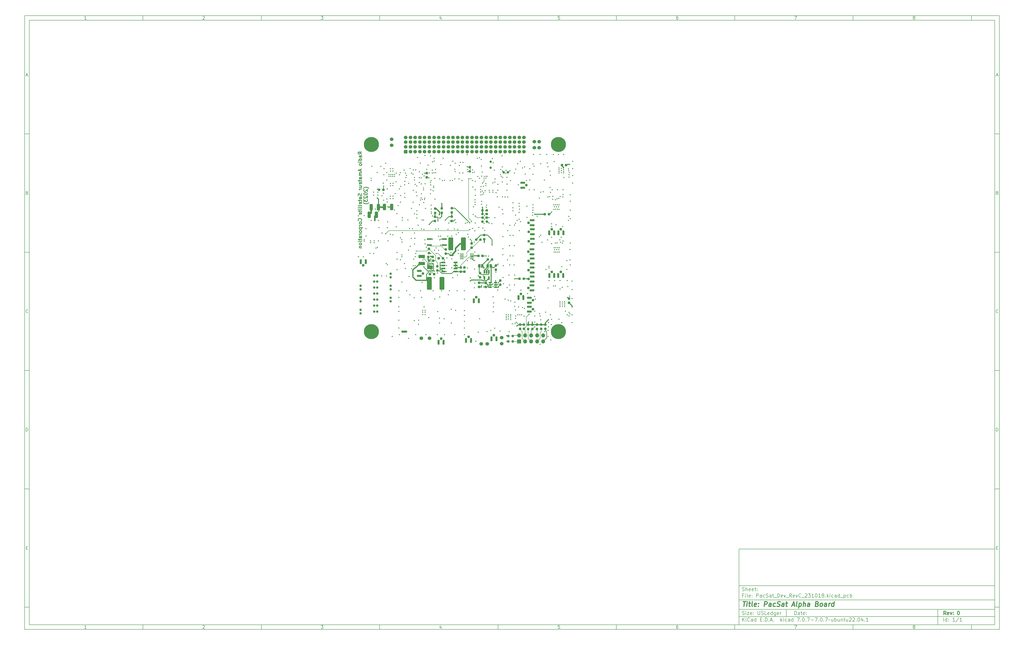
<source format=gbr>
%TF.GenerationSoftware,KiCad,Pcbnew,7.0.7-7.0.7~ubuntu22.04.1*%
%TF.CreationDate,2023-10-23T19:06:16-05:00*%
%TF.ProjectId,PacSat_Dev_RevC_231018,50616353-6174-45f4-9465-765f52657643,0*%
%TF.SameCoordinates,Original*%
%TF.FileFunction,Copper,L6,Bot*%
%TF.FilePolarity,Positive*%
%FSLAX46Y46*%
G04 Gerber Fmt 4.6, Leading zero omitted, Abs format (unit mm)*
G04 Created by KiCad (PCBNEW 7.0.7-7.0.7~ubuntu22.04.1) date 2023-10-23 19:06:16*
%MOMM*%
%LPD*%
G01*
G04 APERTURE LIST*
G04 Aperture macros list*
%AMRoundRect*
0 Rectangle with rounded corners*
0 $1 Rounding radius*
0 $2 $3 $4 $5 $6 $7 $8 $9 X,Y pos of 4 corners*
0 Add a 4 corners polygon primitive as box body*
4,1,4,$2,$3,$4,$5,$6,$7,$8,$9,$2,$3,0*
0 Add four circle primitives for the rounded corners*
1,1,$1+$1,$2,$3*
1,1,$1+$1,$4,$5*
1,1,$1+$1,$6,$7*
1,1,$1+$1,$8,$9*
0 Add four rect primitives between the rounded corners*
20,1,$1+$1,$2,$3,$4,$5,0*
20,1,$1+$1,$4,$5,$6,$7,0*
20,1,$1+$1,$6,$7,$8,$9,0*
20,1,$1+$1,$8,$9,$2,$3,0*%
%AMFreePoly0*
4,1,19,0.500000,-0.750000,0.000000,-0.750000,0.000000,-0.744911,-0.071157,-0.744911,-0.207708,-0.704816,-0.327430,-0.627875,-0.420627,-0.520320,-0.479746,-0.390866,-0.500000,-0.250000,-0.500000,0.250000,-0.479746,0.390866,-0.420627,0.520320,-0.327430,0.627875,-0.207708,0.704816,-0.071157,0.744911,0.000000,0.744911,0.000000,0.750000,0.500000,0.750000,0.500000,-0.750000,0.500000,-0.750000,
$1*%
%AMFreePoly1*
4,1,19,0.000000,0.744911,0.071157,0.744911,0.207708,0.704816,0.327430,0.627875,0.420627,0.520320,0.479746,0.390866,0.500000,0.250000,0.500000,-0.250000,0.479746,-0.390866,0.420627,-0.520320,0.327430,-0.627875,0.207708,-0.704816,0.071157,-0.744911,0.000000,-0.744911,0.000000,-0.750000,-0.500000,-0.750000,-0.500000,0.750000,0.000000,0.750000,0.000000,0.744911,0.000000,0.744911,
$1*%
G04 Aperture macros list end*
%ADD10C,0.100000*%
%ADD11C,0.150000*%
%ADD12C,0.300000*%
%ADD13C,0.400000*%
%TA.AperFunction,NonConductor*%
%ADD14C,0.300000*%
%TD*%
%TA.AperFunction,ComponentPad*%
%ADD15C,1.524000*%
%TD*%
%TA.AperFunction,ComponentPad*%
%ADD16C,6.350000*%
%TD*%
%TA.AperFunction,ComponentPad*%
%ADD17RoundRect,0.290840X-0.471160X-0.471160X0.471160X-0.471160X0.471160X0.471160X-0.471160X0.471160X0*%
%TD*%
%TA.AperFunction,ComponentPad*%
%ADD18C,1.016000*%
%TD*%
%TA.AperFunction,ComponentPad*%
%ADD19O,2.540000X0.889000*%
%TD*%
%TA.AperFunction,ComponentPad*%
%ADD20C,1.000000*%
%TD*%
%TA.AperFunction,ComponentPad*%
%ADD21R,1.700000X1.700000*%
%TD*%
%TA.AperFunction,ComponentPad*%
%ADD22O,1.700000X1.700000*%
%TD*%
%TA.AperFunction,SMDPad,CuDef*%
%ADD23RoundRect,0.237500X-0.250000X-0.237500X0.250000X-0.237500X0.250000X0.237500X-0.250000X0.237500X0*%
%TD*%
%TA.AperFunction,SMDPad,CuDef*%
%ADD24RoundRect,0.237500X-0.237500X0.250000X-0.237500X-0.250000X0.237500X-0.250000X0.237500X0.250000X0*%
%TD*%
%TA.AperFunction,SMDPad,CuDef*%
%ADD25RoundRect,0.150000X-0.512500X-0.150000X0.512500X-0.150000X0.512500X0.150000X-0.512500X0.150000X0*%
%TD*%
%TA.AperFunction,ComponentPad*%
%ADD26RoundRect,0.254000X0.254000X-0.254000X0.254000X0.254000X-0.254000X0.254000X-0.254000X-0.254000X0*%
%TD*%
%TA.AperFunction,ComponentPad*%
%ADD27RoundRect,0.200000X0.200000X-0.800000X0.200000X0.800000X-0.200000X0.800000X-0.200000X-0.800000X0*%
%TD*%
%TA.AperFunction,SMDPad,CuDef*%
%ADD28RoundRect,0.249999X-0.737501X-2.450001X0.737501X-2.450001X0.737501X2.450001X-0.737501X2.450001X0*%
%TD*%
%TA.AperFunction,SMDPad,CuDef*%
%ADD29RoundRect,0.150000X0.725000X0.150000X-0.725000X0.150000X-0.725000X-0.150000X0.725000X-0.150000X0*%
%TD*%
%TA.AperFunction,SMDPad,CuDef*%
%ADD30RoundRect,0.237500X-0.300000X-0.237500X0.300000X-0.237500X0.300000X0.237500X-0.300000X0.237500X0*%
%TD*%
%TA.AperFunction,ComponentPad*%
%ADD31RoundRect,0.254000X0.254000X0.254000X-0.254000X0.254000X-0.254000X-0.254000X0.254000X-0.254000X0*%
%TD*%
%TA.AperFunction,ComponentPad*%
%ADD32RoundRect,0.200000X0.800000X0.200000X-0.800000X0.200000X-0.800000X-0.200000X0.800000X-0.200000X0*%
%TD*%
%TA.AperFunction,SMDPad,CuDef*%
%ADD33RoundRect,0.237500X-0.237500X0.300000X-0.237500X-0.300000X0.237500X-0.300000X0.237500X0.300000X0*%
%TD*%
%TA.AperFunction,SMDPad,CuDef*%
%ADD34RoundRect,0.237500X0.250000X0.237500X-0.250000X0.237500X-0.250000X-0.237500X0.250000X-0.237500X0*%
%TD*%
%TA.AperFunction,SMDPad,CuDef*%
%ADD35RoundRect,0.237500X0.300000X0.237500X-0.300000X0.237500X-0.300000X-0.237500X0.300000X-0.237500X0*%
%TD*%
%TA.AperFunction,SMDPad,CuDef*%
%ADD36RoundRect,0.249999X0.737501X2.450001X-0.737501X2.450001X-0.737501X-2.450001X0.737501X-2.450001X0*%
%TD*%
%TA.AperFunction,SMDPad,CuDef*%
%ADD37FreePoly0,180.000000*%
%TD*%
%TA.AperFunction,SMDPad,CuDef*%
%ADD38FreePoly1,180.000000*%
%TD*%
%TA.AperFunction,ComponentPad*%
%ADD39RoundRect,0.254000X-0.254000X0.254000X-0.254000X-0.254000X0.254000X-0.254000X0.254000X0.254000X0*%
%TD*%
%TA.AperFunction,ComponentPad*%
%ADD40RoundRect,0.200000X-0.200000X0.800000X-0.200000X-0.800000X0.200000X-0.800000X0.200000X0.800000X0*%
%TD*%
%TA.AperFunction,SMDPad,CuDef*%
%ADD41RoundRect,0.237500X0.237500X-0.250000X0.237500X0.250000X-0.237500X0.250000X-0.237500X-0.250000X0*%
%TD*%
%TA.AperFunction,SMDPad,CuDef*%
%ADD42RoundRect,0.237500X0.237500X-0.300000X0.237500X0.300000X-0.237500X0.300000X-0.237500X-0.300000X0*%
%TD*%
%TA.AperFunction,SMDPad,CuDef*%
%ADD43RoundRect,0.100000X0.712500X0.100000X-0.712500X0.100000X-0.712500X-0.100000X0.712500X-0.100000X0*%
%TD*%
%TA.AperFunction,ComponentPad*%
%ADD44RoundRect,0.254000X-0.254000X-0.254000X0.254000X-0.254000X0.254000X0.254000X-0.254000X0.254000X0*%
%TD*%
%TA.AperFunction,ComponentPad*%
%ADD45RoundRect,0.200000X-0.800000X-0.200000X0.800000X-0.200000X0.800000X0.200000X-0.800000X0.200000X0*%
%TD*%
%TA.AperFunction,SMDPad,CuDef*%
%ADD46RoundRect,0.250001X-1.074999X0.462499X-1.074999X-0.462499X1.074999X-0.462499X1.074999X0.462499X0*%
%TD*%
%TA.AperFunction,SMDPad,CuDef*%
%ADD47R,0.650000X1.560000*%
%TD*%
%TA.AperFunction,SMDPad,CuDef*%
%ADD48RoundRect,0.250000X0.400000X1.075000X-0.400000X1.075000X-0.400000X-1.075000X0.400000X-1.075000X0*%
%TD*%
%TA.AperFunction,SMDPad,CuDef*%
%ADD49R,2.000000X0.640000*%
%TD*%
%TA.AperFunction,SMDPad,CuDef*%
%ADD50RoundRect,0.250000X-0.400000X-1.075000X0.400000X-1.075000X0.400000X1.075000X-0.400000X1.075000X0*%
%TD*%
%TA.AperFunction,SMDPad,CuDef*%
%ADD51R,2.350000X1.580000*%
%TD*%
%TA.AperFunction,SMDPad,CuDef*%
%ADD52R,0.300000X0.700000*%
%TD*%
%TA.AperFunction,ViaPad*%
%ADD53C,0.508000*%
%TD*%
%TA.AperFunction,Conductor*%
%ADD54C,0.152400*%
%TD*%
%TA.AperFunction,Conductor*%
%ADD55C,0.254000*%
%TD*%
%TA.AperFunction,Conductor*%
%ADD56C,0.381000*%
%TD*%
%TA.AperFunction,Conductor*%
%ADD57C,0.304800*%
%TD*%
%TA.AperFunction,Conductor*%
%ADD58C,0.127000*%
%TD*%
%TA.AperFunction,Conductor*%
%ADD59C,0.330200*%
%TD*%
%TA.AperFunction,Conductor*%
%ADD60C,0.635000*%
%TD*%
%TA.AperFunction,Conductor*%
%ADD61C,0.203200*%
%TD*%
%TA.AperFunction,Conductor*%
%ADD62C,0.508000*%
%TD*%
G04 APERTURE END LIST*
D10*
D11*
X311800000Y-235400000D02*
X419800000Y-235400000D01*
X419800000Y-267400000D01*
X311800000Y-267400000D01*
X311800000Y-235400000D01*
D10*
D11*
X10000000Y-10000000D02*
X421800000Y-10000000D01*
X421800000Y-269400000D01*
X10000000Y-269400000D01*
X10000000Y-10000000D01*
D10*
D11*
X12000000Y-12000000D02*
X419800000Y-12000000D01*
X419800000Y-267400000D01*
X12000000Y-267400000D01*
X12000000Y-12000000D01*
D10*
D11*
X60000000Y-12000000D02*
X60000000Y-10000000D01*
D10*
D11*
X110000000Y-12000000D02*
X110000000Y-10000000D01*
D10*
D11*
X160000000Y-12000000D02*
X160000000Y-10000000D01*
D10*
D11*
X210000000Y-12000000D02*
X210000000Y-10000000D01*
D10*
D11*
X260000000Y-12000000D02*
X260000000Y-10000000D01*
D10*
D11*
X310000000Y-12000000D02*
X310000000Y-10000000D01*
D10*
D11*
X360000000Y-12000000D02*
X360000000Y-10000000D01*
D10*
D11*
X410000000Y-12000000D02*
X410000000Y-10000000D01*
D10*
D11*
X36089160Y-11593604D02*
X35346303Y-11593604D01*
X35717731Y-11593604D02*
X35717731Y-10293604D01*
X35717731Y-10293604D02*
X35593922Y-10479319D01*
X35593922Y-10479319D02*
X35470112Y-10603128D01*
X35470112Y-10603128D02*
X35346303Y-10665033D01*
D10*
D11*
X85346303Y-10417414D02*
X85408207Y-10355509D01*
X85408207Y-10355509D02*
X85532017Y-10293604D01*
X85532017Y-10293604D02*
X85841541Y-10293604D01*
X85841541Y-10293604D02*
X85965350Y-10355509D01*
X85965350Y-10355509D02*
X86027255Y-10417414D01*
X86027255Y-10417414D02*
X86089160Y-10541223D01*
X86089160Y-10541223D02*
X86089160Y-10665033D01*
X86089160Y-10665033D02*
X86027255Y-10850747D01*
X86027255Y-10850747D02*
X85284398Y-11593604D01*
X85284398Y-11593604D02*
X86089160Y-11593604D01*
D10*
D11*
X135284398Y-10293604D02*
X136089160Y-10293604D01*
X136089160Y-10293604D02*
X135655826Y-10788842D01*
X135655826Y-10788842D02*
X135841541Y-10788842D01*
X135841541Y-10788842D02*
X135965350Y-10850747D01*
X135965350Y-10850747D02*
X136027255Y-10912652D01*
X136027255Y-10912652D02*
X136089160Y-11036461D01*
X136089160Y-11036461D02*
X136089160Y-11345985D01*
X136089160Y-11345985D02*
X136027255Y-11469795D01*
X136027255Y-11469795D02*
X135965350Y-11531700D01*
X135965350Y-11531700D02*
X135841541Y-11593604D01*
X135841541Y-11593604D02*
X135470112Y-11593604D01*
X135470112Y-11593604D02*
X135346303Y-11531700D01*
X135346303Y-11531700D02*
X135284398Y-11469795D01*
D10*
D11*
X185965350Y-10726938D02*
X185965350Y-11593604D01*
X185655826Y-10231700D02*
X185346303Y-11160271D01*
X185346303Y-11160271D02*
X186151064Y-11160271D01*
D10*
D11*
X236027255Y-10293604D02*
X235408207Y-10293604D01*
X235408207Y-10293604D02*
X235346303Y-10912652D01*
X235346303Y-10912652D02*
X235408207Y-10850747D01*
X235408207Y-10850747D02*
X235532017Y-10788842D01*
X235532017Y-10788842D02*
X235841541Y-10788842D01*
X235841541Y-10788842D02*
X235965350Y-10850747D01*
X235965350Y-10850747D02*
X236027255Y-10912652D01*
X236027255Y-10912652D02*
X236089160Y-11036461D01*
X236089160Y-11036461D02*
X236089160Y-11345985D01*
X236089160Y-11345985D02*
X236027255Y-11469795D01*
X236027255Y-11469795D02*
X235965350Y-11531700D01*
X235965350Y-11531700D02*
X235841541Y-11593604D01*
X235841541Y-11593604D02*
X235532017Y-11593604D01*
X235532017Y-11593604D02*
X235408207Y-11531700D01*
X235408207Y-11531700D02*
X235346303Y-11469795D01*
D10*
D11*
X285965350Y-10293604D02*
X285717731Y-10293604D01*
X285717731Y-10293604D02*
X285593922Y-10355509D01*
X285593922Y-10355509D02*
X285532017Y-10417414D01*
X285532017Y-10417414D02*
X285408207Y-10603128D01*
X285408207Y-10603128D02*
X285346303Y-10850747D01*
X285346303Y-10850747D02*
X285346303Y-11345985D01*
X285346303Y-11345985D02*
X285408207Y-11469795D01*
X285408207Y-11469795D02*
X285470112Y-11531700D01*
X285470112Y-11531700D02*
X285593922Y-11593604D01*
X285593922Y-11593604D02*
X285841541Y-11593604D01*
X285841541Y-11593604D02*
X285965350Y-11531700D01*
X285965350Y-11531700D02*
X286027255Y-11469795D01*
X286027255Y-11469795D02*
X286089160Y-11345985D01*
X286089160Y-11345985D02*
X286089160Y-11036461D01*
X286089160Y-11036461D02*
X286027255Y-10912652D01*
X286027255Y-10912652D02*
X285965350Y-10850747D01*
X285965350Y-10850747D02*
X285841541Y-10788842D01*
X285841541Y-10788842D02*
X285593922Y-10788842D01*
X285593922Y-10788842D02*
X285470112Y-10850747D01*
X285470112Y-10850747D02*
X285408207Y-10912652D01*
X285408207Y-10912652D02*
X285346303Y-11036461D01*
D10*
D11*
X335284398Y-10293604D02*
X336151064Y-10293604D01*
X336151064Y-10293604D02*
X335593922Y-11593604D01*
D10*
D11*
X385593922Y-10850747D02*
X385470112Y-10788842D01*
X385470112Y-10788842D02*
X385408207Y-10726938D01*
X385408207Y-10726938D02*
X385346303Y-10603128D01*
X385346303Y-10603128D02*
X385346303Y-10541223D01*
X385346303Y-10541223D02*
X385408207Y-10417414D01*
X385408207Y-10417414D02*
X385470112Y-10355509D01*
X385470112Y-10355509D02*
X385593922Y-10293604D01*
X385593922Y-10293604D02*
X385841541Y-10293604D01*
X385841541Y-10293604D02*
X385965350Y-10355509D01*
X385965350Y-10355509D02*
X386027255Y-10417414D01*
X386027255Y-10417414D02*
X386089160Y-10541223D01*
X386089160Y-10541223D02*
X386089160Y-10603128D01*
X386089160Y-10603128D02*
X386027255Y-10726938D01*
X386027255Y-10726938D02*
X385965350Y-10788842D01*
X385965350Y-10788842D02*
X385841541Y-10850747D01*
X385841541Y-10850747D02*
X385593922Y-10850747D01*
X385593922Y-10850747D02*
X385470112Y-10912652D01*
X385470112Y-10912652D02*
X385408207Y-10974557D01*
X385408207Y-10974557D02*
X385346303Y-11098366D01*
X385346303Y-11098366D02*
X385346303Y-11345985D01*
X385346303Y-11345985D02*
X385408207Y-11469795D01*
X385408207Y-11469795D02*
X385470112Y-11531700D01*
X385470112Y-11531700D02*
X385593922Y-11593604D01*
X385593922Y-11593604D02*
X385841541Y-11593604D01*
X385841541Y-11593604D02*
X385965350Y-11531700D01*
X385965350Y-11531700D02*
X386027255Y-11469795D01*
X386027255Y-11469795D02*
X386089160Y-11345985D01*
X386089160Y-11345985D02*
X386089160Y-11098366D01*
X386089160Y-11098366D02*
X386027255Y-10974557D01*
X386027255Y-10974557D02*
X385965350Y-10912652D01*
X385965350Y-10912652D02*
X385841541Y-10850747D01*
D10*
D11*
X60000000Y-267400000D02*
X60000000Y-269400000D01*
D10*
D11*
X110000000Y-267400000D02*
X110000000Y-269400000D01*
D10*
D11*
X160000000Y-267400000D02*
X160000000Y-269400000D01*
D10*
D11*
X210000000Y-267400000D02*
X210000000Y-269400000D01*
D10*
D11*
X260000000Y-267400000D02*
X260000000Y-269400000D01*
D10*
D11*
X310000000Y-267400000D02*
X310000000Y-269400000D01*
D10*
D11*
X360000000Y-267400000D02*
X360000000Y-269400000D01*
D10*
D11*
X410000000Y-267400000D02*
X410000000Y-269400000D01*
D10*
D11*
X36089160Y-268993604D02*
X35346303Y-268993604D01*
X35717731Y-268993604D02*
X35717731Y-267693604D01*
X35717731Y-267693604D02*
X35593922Y-267879319D01*
X35593922Y-267879319D02*
X35470112Y-268003128D01*
X35470112Y-268003128D02*
X35346303Y-268065033D01*
D10*
D11*
X85346303Y-267817414D02*
X85408207Y-267755509D01*
X85408207Y-267755509D02*
X85532017Y-267693604D01*
X85532017Y-267693604D02*
X85841541Y-267693604D01*
X85841541Y-267693604D02*
X85965350Y-267755509D01*
X85965350Y-267755509D02*
X86027255Y-267817414D01*
X86027255Y-267817414D02*
X86089160Y-267941223D01*
X86089160Y-267941223D02*
X86089160Y-268065033D01*
X86089160Y-268065033D02*
X86027255Y-268250747D01*
X86027255Y-268250747D02*
X85284398Y-268993604D01*
X85284398Y-268993604D02*
X86089160Y-268993604D01*
D10*
D11*
X135284398Y-267693604D02*
X136089160Y-267693604D01*
X136089160Y-267693604D02*
X135655826Y-268188842D01*
X135655826Y-268188842D02*
X135841541Y-268188842D01*
X135841541Y-268188842D02*
X135965350Y-268250747D01*
X135965350Y-268250747D02*
X136027255Y-268312652D01*
X136027255Y-268312652D02*
X136089160Y-268436461D01*
X136089160Y-268436461D02*
X136089160Y-268745985D01*
X136089160Y-268745985D02*
X136027255Y-268869795D01*
X136027255Y-268869795D02*
X135965350Y-268931700D01*
X135965350Y-268931700D02*
X135841541Y-268993604D01*
X135841541Y-268993604D02*
X135470112Y-268993604D01*
X135470112Y-268993604D02*
X135346303Y-268931700D01*
X135346303Y-268931700D02*
X135284398Y-268869795D01*
D10*
D11*
X185965350Y-268126938D02*
X185965350Y-268993604D01*
X185655826Y-267631700D02*
X185346303Y-268560271D01*
X185346303Y-268560271D02*
X186151064Y-268560271D01*
D10*
D11*
X236027255Y-267693604D02*
X235408207Y-267693604D01*
X235408207Y-267693604D02*
X235346303Y-268312652D01*
X235346303Y-268312652D02*
X235408207Y-268250747D01*
X235408207Y-268250747D02*
X235532017Y-268188842D01*
X235532017Y-268188842D02*
X235841541Y-268188842D01*
X235841541Y-268188842D02*
X235965350Y-268250747D01*
X235965350Y-268250747D02*
X236027255Y-268312652D01*
X236027255Y-268312652D02*
X236089160Y-268436461D01*
X236089160Y-268436461D02*
X236089160Y-268745985D01*
X236089160Y-268745985D02*
X236027255Y-268869795D01*
X236027255Y-268869795D02*
X235965350Y-268931700D01*
X235965350Y-268931700D02*
X235841541Y-268993604D01*
X235841541Y-268993604D02*
X235532017Y-268993604D01*
X235532017Y-268993604D02*
X235408207Y-268931700D01*
X235408207Y-268931700D02*
X235346303Y-268869795D01*
D10*
D11*
X285965350Y-267693604D02*
X285717731Y-267693604D01*
X285717731Y-267693604D02*
X285593922Y-267755509D01*
X285593922Y-267755509D02*
X285532017Y-267817414D01*
X285532017Y-267817414D02*
X285408207Y-268003128D01*
X285408207Y-268003128D02*
X285346303Y-268250747D01*
X285346303Y-268250747D02*
X285346303Y-268745985D01*
X285346303Y-268745985D02*
X285408207Y-268869795D01*
X285408207Y-268869795D02*
X285470112Y-268931700D01*
X285470112Y-268931700D02*
X285593922Y-268993604D01*
X285593922Y-268993604D02*
X285841541Y-268993604D01*
X285841541Y-268993604D02*
X285965350Y-268931700D01*
X285965350Y-268931700D02*
X286027255Y-268869795D01*
X286027255Y-268869795D02*
X286089160Y-268745985D01*
X286089160Y-268745985D02*
X286089160Y-268436461D01*
X286089160Y-268436461D02*
X286027255Y-268312652D01*
X286027255Y-268312652D02*
X285965350Y-268250747D01*
X285965350Y-268250747D02*
X285841541Y-268188842D01*
X285841541Y-268188842D02*
X285593922Y-268188842D01*
X285593922Y-268188842D02*
X285470112Y-268250747D01*
X285470112Y-268250747D02*
X285408207Y-268312652D01*
X285408207Y-268312652D02*
X285346303Y-268436461D01*
D10*
D11*
X335284398Y-267693604D02*
X336151064Y-267693604D01*
X336151064Y-267693604D02*
X335593922Y-268993604D01*
D10*
D11*
X385593922Y-268250747D02*
X385470112Y-268188842D01*
X385470112Y-268188842D02*
X385408207Y-268126938D01*
X385408207Y-268126938D02*
X385346303Y-268003128D01*
X385346303Y-268003128D02*
X385346303Y-267941223D01*
X385346303Y-267941223D02*
X385408207Y-267817414D01*
X385408207Y-267817414D02*
X385470112Y-267755509D01*
X385470112Y-267755509D02*
X385593922Y-267693604D01*
X385593922Y-267693604D02*
X385841541Y-267693604D01*
X385841541Y-267693604D02*
X385965350Y-267755509D01*
X385965350Y-267755509D02*
X386027255Y-267817414D01*
X386027255Y-267817414D02*
X386089160Y-267941223D01*
X386089160Y-267941223D02*
X386089160Y-268003128D01*
X386089160Y-268003128D02*
X386027255Y-268126938D01*
X386027255Y-268126938D02*
X385965350Y-268188842D01*
X385965350Y-268188842D02*
X385841541Y-268250747D01*
X385841541Y-268250747D02*
X385593922Y-268250747D01*
X385593922Y-268250747D02*
X385470112Y-268312652D01*
X385470112Y-268312652D02*
X385408207Y-268374557D01*
X385408207Y-268374557D02*
X385346303Y-268498366D01*
X385346303Y-268498366D02*
X385346303Y-268745985D01*
X385346303Y-268745985D02*
X385408207Y-268869795D01*
X385408207Y-268869795D02*
X385470112Y-268931700D01*
X385470112Y-268931700D02*
X385593922Y-268993604D01*
X385593922Y-268993604D02*
X385841541Y-268993604D01*
X385841541Y-268993604D02*
X385965350Y-268931700D01*
X385965350Y-268931700D02*
X386027255Y-268869795D01*
X386027255Y-268869795D02*
X386089160Y-268745985D01*
X386089160Y-268745985D02*
X386089160Y-268498366D01*
X386089160Y-268498366D02*
X386027255Y-268374557D01*
X386027255Y-268374557D02*
X385965350Y-268312652D01*
X385965350Y-268312652D02*
X385841541Y-268250747D01*
D10*
D11*
X10000000Y-60000000D02*
X12000000Y-60000000D01*
D10*
D11*
X10000000Y-110000000D02*
X12000000Y-110000000D01*
D10*
D11*
X10000000Y-160000000D02*
X12000000Y-160000000D01*
D10*
D11*
X10000000Y-210000000D02*
X12000000Y-210000000D01*
D10*
D11*
X10000000Y-260000000D02*
X12000000Y-260000000D01*
D10*
D11*
X10690476Y-35222176D02*
X11309523Y-35222176D01*
X10566666Y-35593604D02*
X10999999Y-34293604D01*
X10999999Y-34293604D02*
X11433333Y-35593604D01*
D10*
D11*
X11092857Y-84912652D02*
X11278571Y-84974557D01*
X11278571Y-84974557D02*
X11340476Y-85036461D01*
X11340476Y-85036461D02*
X11402380Y-85160271D01*
X11402380Y-85160271D02*
X11402380Y-85345985D01*
X11402380Y-85345985D02*
X11340476Y-85469795D01*
X11340476Y-85469795D02*
X11278571Y-85531700D01*
X11278571Y-85531700D02*
X11154761Y-85593604D01*
X11154761Y-85593604D02*
X10659523Y-85593604D01*
X10659523Y-85593604D02*
X10659523Y-84293604D01*
X10659523Y-84293604D02*
X11092857Y-84293604D01*
X11092857Y-84293604D02*
X11216666Y-84355509D01*
X11216666Y-84355509D02*
X11278571Y-84417414D01*
X11278571Y-84417414D02*
X11340476Y-84541223D01*
X11340476Y-84541223D02*
X11340476Y-84665033D01*
X11340476Y-84665033D02*
X11278571Y-84788842D01*
X11278571Y-84788842D02*
X11216666Y-84850747D01*
X11216666Y-84850747D02*
X11092857Y-84912652D01*
X11092857Y-84912652D02*
X10659523Y-84912652D01*
D10*
D11*
X11402380Y-135469795D02*
X11340476Y-135531700D01*
X11340476Y-135531700D02*
X11154761Y-135593604D01*
X11154761Y-135593604D02*
X11030952Y-135593604D01*
X11030952Y-135593604D02*
X10845238Y-135531700D01*
X10845238Y-135531700D02*
X10721428Y-135407890D01*
X10721428Y-135407890D02*
X10659523Y-135284080D01*
X10659523Y-135284080D02*
X10597619Y-135036461D01*
X10597619Y-135036461D02*
X10597619Y-134850747D01*
X10597619Y-134850747D02*
X10659523Y-134603128D01*
X10659523Y-134603128D02*
X10721428Y-134479319D01*
X10721428Y-134479319D02*
X10845238Y-134355509D01*
X10845238Y-134355509D02*
X11030952Y-134293604D01*
X11030952Y-134293604D02*
X11154761Y-134293604D01*
X11154761Y-134293604D02*
X11340476Y-134355509D01*
X11340476Y-134355509D02*
X11402380Y-134417414D01*
D10*
D11*
X10659523Y-185593604D02*
X10659523Y-184293604D01*
X10659523Y-184293604D02*
X10969047Y-184293604D01*
X10969047Y-184293604D02*
X11154761Y-184355509D01*
X11154761Y-184355509D02*
X11278571Y-184479319D01*
X11278571Y-184479319D02*
X11340476Y-184603128D01*
X11340476Y-184603128D02*
X11402380Y-184850747D01*
X11402380Y-184850747D02*
X11402380Y-185036461D01*
X11402380Y-185036461D02*
X11340476Y-185284080D01*
X11340476Y-185284080D02*
X11278571Y-185407890D01*
X11278571Y-185407890D02*
X11154761Y-185531700D01*
X11154761Y-185531700D02*
X10969047Y-185593604D01*
X10969047Y-185593604D02*
X10659523Y-185593604D01*
D10*
D11*
X10721428Y-234912652D02*
X11154762Y-234912652D01*
X11340476Y-235593604D02*
X10721428Y-235593604D01*
X10721428Y-235593604D02*
X10721428Y-234293604D01*
X10721428Y-234293604D02*
X11340476Y-234293604D01*
D10*
D11*
X421800000Y-60000000D02*
X419800000Y-60000000D01*
D10*
D11*
X421800000Y-110000000D02*
X419800000Y-110000000D01*
D10*
D11*
X421800000Y-160000000D02*
X419800000Y-160000000D01*
D10*
D11*
X421800000Y-210000000D02*
X419800000Y-210000000D01*
D10*
D11*
X421800000Y-260000000D02*
X419800000Y-260000000D01*
D10*
D11*
X420490476Y-35222176D02*
X421109523Y-35222176D01*
X420366666Y-35593604D02*
X420799999Y-34293604D01*
X420799999Y-34293604D02*
X421233333Y-35593604D01*
D10*
D11*
X420892857Y-84912652D02*
X421078571Y-84974557D01*
X421078571Y-84974557D02*
X421140476Y-85036461D01*
X421140476Y-85036461D02*
X421202380Y-85160271D01*
X421202380Y-85160271D02*
X421202380Y-85345985D01*
X421202380Y-85345985D02*
X421140476Y-85469795D01*
X421140476Y-85469795D02*
X421078571Y-85531700D01*
X421078571Y-85531700D02*
X420954761Y-85593604D01*
X420954761Y-85593604D02*
X420459523Y-85593604D01*
X420459523Y-85593604D02*
X420459523Y-84293604D01*
X420459523Y-84293604D02*
X420892857Y-84293604D01*
X420892857Y-84293604D02*
X421016666Y-84355509D01*
X421016666Y-84355509D02*
X421078571Y-84417414D01*
X421078571Y-84417414D02*
X421140476Y-84541223D01*
X421140476Y-84541223D02*
X421140476Y-84665033D01*
X421140476Y-84665033D02*
X421078571Y-84788842D01*
X421078571Y-84788842D02*
X421016666Y-84850747D01*
X421016666Y-84850747D02*
X420892857Y-84912652D01*
X420892857Y-84912652D02*
X420459523Y-84912652D01*
D10*
D11*
X421202380Y-135469795D02*
X421140476Y-135531700D01*
X421140476Y-135531700D02*
X420954761Y-135593604D01*
X420954761Y-135593604D02*
X420830952Y-135593604D01*
X420830952Y-135593604D02*
X420645238Y-135531700D01*
X420645238Y-135531700D02*
X420521428Y-135407890D01*
X420521428Y-135407890D02*
X420459523Y-135284080D01*
X420459523Y-135284080D02*
X420397619Y-135036461D01*
X420397619Y-135036461D02*
X420397619Y-134850747D01*
X420397619Y-134850747D02*
X420459523Y-134603128D01*
X420459523Y-134603128D02*
X420521428Y-134479319D01*
X420521428Y-134479319D02*
X420645238Y-134355509D01*
X420645238Y-134355509D02*
X420830952Y-134293604D01*
X420830952Y-134293604D02*
X420954761Y-134293604D01*
X420954761Y-134293604D02*
X421140476Y-134355509D01*
X421140476Y-134355509D02*
X421202380Y-134417414D01*
D10*
D11*
X420459523Y-185593604D02*
X420459523Y-184293604D01*
X420459523Y-184293604D02*
X420769047Y-184293604D01*
X420769047Y-184293604D02*
X420954761Y-184355509D01*
X420954761Y-184355509D02*
X421078571Y-184479319D01*
X421078571Y-184479319D02*
X421140476Y-184603128D01*
X421140476Y-184603128D02*
X421202380Y-184850747D01*
X421202380Y-184850747D02*
X421202380Y-185036461D01*
X421202380Y-185036461D02*
X421140476Y-185284080D01*
X421140476Y-185284080D02*
X421078571Y-185407890D01*
X421078571Y-185407890D02*
X420954761Y-185531700D01*
X420954761Y-185531700D02*
X420769047Y-185593604D01*
X420769047Y-185593604D02*
X420459523Y-185593604D01*
D10*
D11*
X420521428Y-234912652D02*
X420954762Y-234912652D01*
X421140476Y-235593604D02*
X420521428Y-235593604D01*
X420521428Y-235593604D02*
X420521428Y-234293604D01*
X420521428Y-234293604D02*
X421140476Y-234293604D01*
D10*
D11*
X335255826Y-263186128D02*
X335255826Y-261686128D01*
X335255826Y-261686128D02*
X335612969Y-261686128D01*
X335612969Y-261686128D02*
X335827255Y-261757557D01*
X335827255Y-261757557D02*
X335970112Y-261900414D01*
X335970112Y-261900414D02*
X336041541Y-262043271D01*
X336041541Y-262043271D02*
X336112969Y-262328985D01*
X336112969Y-262328985D02*
X336112969Y-262543271D01*
X336112969Y-262543271D02*
X336041541Y-262828985D01*
X336041541Y-262828985D02*
X335970112Y-262971842D01*
X335970112Y-262971842D02*
X335827255Y-263114700D01*
X335827255Y-263114700D02*
X335612969Y-263186128D01*
X335612969Y-263186128D02*
X335255826Y-263186128D01*
X337398684Y-263186128D02*
X337398684Y-262400414D01*
X337398684Y-262400414D02*
X337327255Y-262257557D01*
X337327255Y-262257557D02*
X337184398Y-262186128D01*
X337184398Y-262186128D02*
X336898684Y-262186128D01*
X336898684Y-262186128D02*
X336755826Y-262257557D01*
X337398684Y-263114700D02*
X337255826Y-263186128D01*
X337255826Y-263186128D02*
X336898684Y-263186128D01*
X336898684Y-263186128D02*
X336755826Y-263114700D01*
X336755826Y-263114700D02*
X336684398Y-262971842D01*
X336684398Y-262971842D02*
X336684398Y-262828985D01*
X336684398Y-262828985D02*
X336755826Y-262686128D01*
X336755826Y-262686128D02*
X336898684Y-262614700D01*
X336898684Y-262614700D02*
X337255826Y-262614700D01*
X337255826Y-262614700D02*
X337398684Y-262543271D01*
X337898684Y-262186128D02*
X338470112Y-262186128D01*
X338112969Y-261686128D02*
X338112969Y-262971842D01*
X338112969Y-262971842D02*
X338184398Y-263114700D01*
X338184398Y-263114700D02*
X338327255Y-263186128D01*
X338327255Y-263186128D02*
X338470112Y-263186128D01*
X339541541Y-263114700D02*
X339398684Y-263186128D01*
X339398684Y-263186128D02*
X339112970Y-263186128D01*
X339112970Y-263186128D02*
X338970112Y-263114700D01*
X338970112Y-263114700D02*
X338898684Y-262971842D01*
X338898684Y-262971842D02*
X338898684Y-262400414D01*
X338898684Y-262400414D02*
X338970112Y-262257557D01*
X338970112Y-262257557D02*
X339112970Y-262186128D01*
X339112970Y-262186128D02*
X339398684Y-262186128D01*
X339398684Y-262186128D02*
X339541541Y-262257557D01*
X339541541Y-262257557D02*
X339612970Y-262400414D01*
X339612970Y-262400414D02*
X339612970Y-262543271D01*
X339612970Y-262543271D02*
X338898684Y-262686128D01*
X340255826Y-263043271D02*
X340327255Y-263114700D01*
X340327255Y-263114700D02*
X340255826Y-263186128D01*
X340255826Y-263186128D02*
X340184398Y-263114700D01*
X340184398Y-263114700D02*
X340255826Y-263043271D01*
X340255826Y-263043271D02*
X340255826Y-263186128D01*
X340255826Y-262257557D02*
X340327255Y-262328985D01*
X340327255Y-262328985D02*
X340255826Y-262400414D01*
X340255826Y-262400414D02*
X340184398Y-262328985D01*
X340184398Y-262328985D02*
X340255826Y-262257557D01*
X340255826Y-262257557D02*
X340255826Y-262400414D01*
D10*
D11*
X311800000Y-263900000D02*
X419800000Y-263900000D01*
D10*
D11*
X313255826Y-265986128D02*
X313255826Y-264486128D01*
X314112969Y-265986128D02*
X313470112Y-265128985D01*
X314112969Y-264486128D02*
X313255826Y-265343271D01*
X314755826Y-265986128D02*
X314755826Y-264986128D01*
X314755826Y-264486128D02*
X314684398Y-264557557D01*
X314684398Y-264557557D02*
X314755826Y-264628985D01*
X314755826Y-264628985D02*
X314827255Y-264557557D01*
X314827255Y-264557557D02*
X314755826Y-264486128D01*
X314755826Y-264486128D02*
X314755826Y-264628985D01*
X316327255Y-265843271D02*
X316255827Y-265914700D01*
X316255827Y-265914700D02*
X316041541Y-265986128D01*
X316041541Y-265986128D02*
X315898684Y-265986128D01*
X315898684Y-265986128D02*
X315684398Y-265914700D01*
X315684398Y-265914700D02*
X315541541Y-265771842D01*
X315541541Y-265771842D02*
X315470112Y-265628985D01*
X315470112Y-265628985D02*
X315398684Y-265343271D01*
X315398684Y-265343271D02*
X315398684Y-265128985D01*
X315398684Y-265128985D02*
X315470112Y-264843271D01*
X315470112Y-264843271D02*
X315541541Y-264700414D01*
X315541541Y-264700414D02*
X315684398Y-264557557D01*
X315684398Y-264557557D02*
X315898684Y-264486128D01*
X315898684Y-264486128D02*
X316041541Y-264486128D01*
X316041541Y-264486128D02*
X316255827Y-264557557D01*
X316255827Y-264557557D02*
X316327255Y-264628985D01*
X317612970Y-265986128D02*
X317612970Y-265200414D01*
X317612970Y-265200414D02*
X317541541Y-265057557D01*
X317541541Y-265057557D02*
X317398684Y-264986128D01*
X317398684Y-264986128D02*
X317112970Y-264986128D01*
X317112970Y-264986128D02*
X316970112Y-265057557D01*
X317612970Y-265914700D02*
X317470112Y-265986128D01*
X317470112Y-265986128D02*
X317112970Y-265986128D01*
X317112970Y-265986128D02*
X316970112Y-265914700D01*
X316970112Y-265914700D02*
X316898684Y-265771842D01*
X316898684Y-265771842D02*
X316898684Y-265628985D01*
X316898684Y-265628985D02*
X316970112Y-265486128D01*
X316970112Y-265486128D02*
X317112970Y-265414700D01*
X317112970Y-265414700D02*
X317470112Y-265414700D01*
X317470112Y-265414700D02*
X317612970Y-265343271D01*
X318970113Y-265986128D02*
X318970113Y-264486128D01*
X318970113Y-265914700D02*
X318827255Y-265986128D01*
X318827255Y-265986128D02*
X318541541Y-265986128D01*
X318541541Y-265986128D02*
X318398684Y-265914700D01*
X318398684Y-265914700D02*
X318327255Y-265843271D01*
X318327255Y-265843271D02*
X318255827Y-265700414D01*
X318255827Y-265700414D02*
X318255827Y-265271842D01*
X318255827Y-265271842D02*
X318327255Y-265128985D01*
X318327255Y-265128985D02*
X318398684Y-265057557D01*
X318398684Y-265057557D02*
X318541541Y-264986128D01*
X318541541Y-264986128D02*
X318827255Y-264986128D01*
X318827255Y-264986128D02*
X318970113Y-265057557D01*
X320827255Y-265200414D02*
X321327255Y-265200414D01*
X321541541Y-265986128D02*
X320827255Y-265986128D01*
X320827255Y-265986128D02*
X320827255Y-264486128D01*
X320827255Y-264486128D02*
X321541541Y-264486128D01*
X322184398Y-265843271D02*
X322255827Y-265914700D01*
X322255827Y-265914700D02*
X322184398Y-265986128D01*
X322184398Y-265986128D02*
X322112970Y-265914700D01*
X322112970Y-265914700D02*
X322184398Y-265843271D01*
X322184398Y-265843271D02*
X322184398Y-265986128D01*
X322898684Y-265986128D02*
X322898684Y-264486128D01*
X322898684Y-264486128D02*
X323255827Y-264486128D01*
X323255827Y-264486128D02*
X323470113Y-264557557D01*
X323470113Y-264557557D02*
X323612970Y-264700414D01*
X323612970Y-264700414D02*
X323684399Y-264843271D01*
X323684399Y-264843271D02*
X323755827Y-265128985D01*
X323755827Y-265128985D02*
X323755827Y-265343271D01*
X323755827Y-265343271D02*
X323684399Y-265628985D01*
X323684399Y-265628985D02*
X323612970Y-265771842D01*
X323612970Y-265771842D02*
X323470113Y-265914700D01*
X323470113Y-265914700D02*
X323255827Y-265986128D01*
X323255827Y-265986128D02*
X322898684Y-265986128D01*
X324398684Y-265843271D02*
X324470113Y-265914700D01*
X324470113Y-265914700D02*
X324398684Y-265986128D01*
X324398684Y-265986128D02*
X324327256Y-265914700D01*
X324327256Y-265914700D02*
X324398684Y-265843271D01*
X324398684Y-265843271D02*
X324398684Y-265986128D01*
X325041542Y-265557557D02*
X325755828Y-265557557D01*
X324898685Y-265986128D02*
X325398685Y-264486128D01*
X325398685Y-264486128D02*
X325898685Y-265986128D01*
X326398684Y-265843271D02*
X326470113Y-265914700D01*
X326470113Y-265914700D02*
X326398684Y-265986128D01*
X326398684Y-265986128D02*
X326327256Y-265914700D01*
X326327256Y-265914700D02*
X326398684Y-265843271D01*
X326398684Y-265843271D02*
X326398684Y-265986128D01*
X329398684Y-265986128D02*
X329398684Y-264486128D01*
X329541542Y-265414700D02*
X329970113Y-265986128D01*
X329970113Y-264986128D02*
X329398684Y-265557557D01*
X330612970Y-265986128D02*
X330612970Y-264986128D01*
X330612970Y-264486128D02*
X330541542Y-264557557D01*
X330541542Y-264557557D02*
X330612970Y-264628985D01*
X330612970Y-264628985D02*
X330684399Y-264557557D01*
X330684399Y-264557557D02*
X330612970Y-264486128D01*
X330612970Y-264486128D02*
X330612970Y-264628985D01*
X331970114Y-265914700D02*
X331827256Y-265986128D01*
X331827256Y-265986128D02*
X331541542Y-265986128D01*
X331541542Y-265986128D02*
X331398685Y-265914700D01*
X331398685Y-265914700D02*
X331327256Y-265843271D01*
X331327256Y-265843271D02*
X331255828Y-265700414D01*
X331255828Y-265700414D02*
X331255828Y-265271842D01*
X331255828Y-265271842D02*
X331327256Y-265128985D01*
X331327256Y-265128985D02*
X331398685Y-265057557D01*
X331398685Y-265057557D02*
X331541542Y-264986128D01*
X331541542Y-264986128D02*
X331827256Y-264986128D01*
X331827256Y-264986128D02*
X331970114Y-265057557D01*
X333255828Y-265986128D02*
X333255828Y-265200414D01*
X333255828Y-265200414D02*
X333184399Y-265057557D01*
X333184399Y-265057557D02*
X333041542Y-264986128D01*
X333041542Y-264986128D02*
X332755828Y-264986128D01*
X332755828Y-264986128D02*
X332612970Y-265057557D01*
X333255828Y-265914700D02*
X333112970Y-265986128D01*
X333112970Y-265986128D02*
X332755828Y-265986128D01*
X332755828Y-265986128D02*
X332612970Y-265914700D01*
X332612970Y-265914700D02*
X332541542Y-265771842D01*
X332541542Y-265771842D02*
X332541542Y-265628985D01*
X332541542Y-265628985D02*
X332612970Y-265486128D01*
X332612970Y-265486128D02*
X332755828Y-265414700D01*
X332755828Y-265414700D02*
X333112970Y-265414700D01*
X333112970Y-265414700D02*
X333255828Y-265343271D01*
X334612971Y-265986128D02*
X334612971Y-264486128D01*
X334612971Y-265914700D02*
X334470113Y-265986128D01*
X334470113Y-265986128D02*
X334184399Y-265986128D01*
X334184399Y-265986128D02*
X334041542Y-265914700D01*
X334041542Y-265914700D02*
X333970113Y-265843271D01*
X333970113Y-265843271D02*
X333898685Y-265700414D01*
X333898685Y-265700414D02*
X333898685Y-265271842D01*
X333898685Y-265271842D02*
X333970113Y-265128985D01*
X333970113Y-265128985D02*
X334041542Y-265057557D01*
X334041542Y-265057557D02*
X334184399Y-264986128D01*
X334184399Y-264986128D02*
X334470113Y-264986128D01*
X334470113Y-264986128D02*
X334612971Y-265057557D01*
X336327256Y-264486128D02*
X337327256Y-264486128D01*
X337327256Y-264486128D02*
X336684399Y-265986128D01*
X337898684Y-265843271D02*
X337970113Y-265914700D01*
X337970113Y-265914700D02*
X337898684Y-265986128D01*
X337898684Y-265986128D02*
X337827256Y-265914700D01*
X337827256Y-265914700D02*
X337898684Y-265843271D01*
X337898684Y-265843271D02*
X337898684Y-265986128D01*
X338898685Y-264486128D02*
X339041542Y-264486128D01*
X339041542Y-264486128D02*
X339184399Y-264557557D01*
X339184399Y-264557557D02*
X339255828Y-264628985D01*
X339255828Y-264628985D02*
X339327256Y-264771842D01*
X339327256Y-264771842D02*
X339398685Y-265057557D01*
X339398685Y-265057557D02*
X339398685Y-265414700D01*
X339398685Y-265414700D02*
X339327256Y-265700414D01*
X339327256Y-265700414D02*
X339255828Y-265843271D01*
X339255828Y-265843271D02*
X339184399Y-265914700D01*
X339184399Y-265914700D02*
X339041542Y-265986128D01*
X339041542Y-265986128D02*
X338898685Y-265986128D01*
X338898685Y-265986128D02*
X338755828Y-265914700D01*
X338755828Y-265914700D02*
X338684399Y-265843271D01*
X338684399Y-265843271D02*
X338612970Y-265700414D01*
X338612970Y-265700414D02*
X338541542Y-265414700D01*
X338541542Y-265414700D02*
X338541542Y-265057557D01*
X338541542Y-265057557D02*
X338612970Y-264771842D01*
X338612970Y-264771842D02*
X338684399Y-264628985D01*
X338684399Y-264628985D02*
X338755828Y-264557557D01*
X338755828Y-264557557D02*
X338898685Y-264486128D01*
X340041541Y-265843271D02*
X340112970Y-265914700D01*
X340112970Y-265914700D02*
X340041541Y-265986128D01*
X340041541Y-265986128D02*
X339970113Y-265914700D01*
X339970113Y-265914700D02*
X340041541Y-265843271D01*
X340041541Y-265843271D02*
X340041541Y-265986128D01*
X340612970Y-264486128D02*
X341612970Y-264486128D01*
X341612970Y-264486128D02*
X340970113Y-265986128D01*
X342184398Y-265414700D02*
X343327256Y-265414700D01*
X343898684Y-264486128D02*
X344898684Y-264486128D01*
X344898684Y-264486128D02*
X344255827Y-265986128D01*
X345470112Y-265843271D02*
X345541541Y-265914700D01*
X345541541Y-265914700D02*
X345470112Y-265986128D01*
X345470112Y-265986128D02*
X345398684Y-265914700D01*
X345398684Y-265914700D02*
X345470112Y-265843271D01*
X345470112Y-265843271D02*
X345470112Y-265986128D01*
X346470113Y-264486128D02*
X346612970Y-264486128D01*
X346612970Y-264486128D02*
X346755827Y-264557557D01*
X346755827Y-264557557D02*
X346827256Y-264628985D01*
X346827256Y-264628985D02*
X346898684Y-264771842D01*
X346898684Y-264771842D02*
X346970113Y-265057557D01*
X346970113Y-265057557D02*
X346970113Y-265414700D01*
X346970113Y-265414700D02*
X346898684Y-265700414D01*
X346898684Y-265700414D02*
X346827256Y-265843271D01*
X346827256Y-265843271D02*
X346755827Y-265914700D01*
X346755827Y-265914700D02*
X346612970Y-265986128D01*
X346612970Y-265986128D02*
X346470113Y-265986128D01*
X346470113Y-265986128D02*
X346327256Y-265914700D01*
X346327256Y-265914700D02*
X346255827Y-265843271D01*
X346255827Y-265843271D02*
X346184398Y-265700414D01*
X346184398Y-265700414D02*
X346112970Y-265414700D01*
X346112970Y-265414700D02*
X346112970Y-265057557D01*
X346112970Y-265057557D02*
X346184398Y-264771842D01*
X346184398Y-264771842D02*
X346255827Y-264628985D01*
X346255827Y-264628985D02*
X346327256Y-264557557D01*
X346327256Y-264557557D02*
X346470113Y-264486128D01*
X347612969Y-265843271D02*
X347684398Y-265914700D01*
X347684398Y-265914700D02*
X347612969Y-265986128D01*
X347612969Y-265986128D02*
X347541541Y-265914700D01*
X347541541Y-265914700D02*
X347612969Y-265843271D01*
X347612969Y-265843271D02*
X347612969Y-265986128D01*
X348184398Y-264486128D02*
X349184398Y-264486128D01*
X349184398Y-264486128D02*
X348541541Y-265986128D01*
X349541541Y-265414700D02*
X349612969Y-265343271D01*
X349612969Y-265343271D02*
X349755826Y-265271842D01*
X349755826Y-265271842D02*
X350041541Y-265414700D01*
X350041541Y-265414700D02*
X350184398Y-265343271D01*
X350184398Y-265343271D02*
X350255826Y-265271842D01*
X351470113Y-264986128D02*
X351470113Y-265986128D01*
X350827255Y-264986128D02*
X350827255Y-265771842D01*
X350827255Y-265771842D02*
X350898684Y-265914700D01*
X350898684Y-265914700D02*
X351041541Y-265986128D01*
X351041541Y-265986128D02*
X351255827Y-265986128D01*
X351255827Y-265986128D02*
X351398684Y-265914700D01*
X351398684Y-265914700D02*
X351470113Y-265843271D01*
X352184398Y-265986128D02*
X352184398Y-264486128D01*
X352184398Y-265057557D02*
X352327256Y-264986128D01*
X352327256Y-264986128D02*
X352612970Y-264986128D01*
X352612970Y-264986128D02*
X352755827Y-265057557D01*
X352755827Y-265057557D02*
X352827256Y-265128985D01*
X352827256Y-265128985D02*
X352898684Y-265271842D01*
X352898684Y-265271842D02*
X352898684Y-265700414D01*
X352898684Y-265700414D02*
X352827256Y-265843271D01*
X352827256Y-265843271D02*
X352755827Y-265914700D01*
X352755827Y-265914700D02*
X352612970Y-265986128D01*
X352612970Y-265986128D02*
X352327256Y-265986128D01*
X352327256Y-265986128D02*
X352184398Y-265914700D01*
X354184399Y-264986128D02*
X354184399Y-265986128D01*
X353541541Y-264986128D02*
X353541541Y-265771842D01*
X353541541Y-265771842D02*
X353612970Y-265914700D01*
X353612970Y-265914700D02*
X353755827Y-265986128D01*
X353755827Y-265986128D02*
X353970113Y-265986128D01*
X353970113Y-265986128D02*
X354112970Y-265914700D01*
X354112970Y-265914700D02*
X354184399Y-265843271D01*
X354898684Y-264986128D02*
X354898684Y-265986128D01*
X354898684Y-265128985D02*
X354970113Y-265057557D01*
X354970113Y-265057557D02*
X355112970Y-264986128D01*
X355112970Y-264986128D02*
X355327256Y-264986128D01*
X355327256Y-264986128D02*
X355470113Y-265057557D01*
X355470113Y-265057557D02*
X355541542Y-265200414D01*
X355541542Y-265200414D02*
X355541542Y-265986128D01*
X356041542Y-264986128D02*
X356612970Y-264986128D01*
X356255827Y-264486128D02*
X356255827Y-265771842D01*
X356255827Y-265771842D02*
X356327256Y-265914700D01*
X356327256Y-265914700D02*
X356470113Y-265986128D01*
X356470113Y-265986128D02*
X356612970Y-265986128D01*
X357755828Y-264986128D02*
X357755828Y-265986128D01*
X357112970Y-264986128D02*
X357112970Y-265771842D01*
X357112970Y-265771842D02*
X357184399Y-265914700D01*
X357184399Y-265914700D02*
X357327256Y-265986128D01*
X357327256Y-265986128D02*
X357541542Y-265986128D01*
X357541542Y-265986128D02*
X357684399Y-265914700D01*
X357684399Y-265914700D02*
X357755828Y-265843271D01*
X358398685Y-264628985D02*
X358470113Y-264557557D01*
X358470113Y-264557557D02*
X358612971Y-264486128D01*
X358612971Y-264486128D02*
X358970113Y-264486128D01*
X358970113Y-264486128D02*
X359112971Y-264557557D01*
X359112971Y-264557557D02*
X359184399Y-264628985D01*
X359184399Y-264628985D02*
X359255828Y-264771842D01*
X359255828Y-264771842D02*
X359255828Y-264914700D01*
X359255828Y-264914700D02*
X359184399Y-265128985D01*
X359184399Y-265128985D02*
X358327256Y-265986128D01*
X358327256Y-265986128D02*
X359255828Y-265986128D01*
X359827256Y-264628985D02*
X359898684Y-264557557D01*
X359898684Y-264557557D02*
X360041542Y-264486128D01*
X360041542Y-264486128D02*
X360398684Y-264486128D01*
X360398684Y-264486128D02*
X360541542Y-264557557D01*
X360541542Y-264557557D02*
X360612970Y-264628985D01*
X360612970Y-264628985D02*
X360684399Y-264771842D01*
X360684399Y-264771842D02*
X360684399Y-264914700D01*
X360684399Y-264914700D02*
X360612970Y-265128985D01*
X360612970Y-265128985D02*
X359755827Y-265986128D01*
X359755827Y-265986128D02*
X360684399Y-265986128D01*
X361327255Y-265843271D02*
X361398684Y-265914700D01*
X361398684Y-265914700D02*
X361327255Y-265986128D01*
X361327255Y-265986128D02*
X361255827Y-265914700D01*
X361255827Y-265914700D02*
X361327255Y-265843271D01*
X361327255Y-265843271D02*
X361327255Y-265986128D01*
X362327256Y-264486128D02*
X362470113Y-264486128D01*
X362470113Y-264486128D02*
X362612970Y-264557557D01*
X362612970Y-264557557D02*
X362684399Y-264628985D01*
X362684399Y-264628985D02*
X362755827Y-264771842D01*
X362755827Y-264771842D02*
X362827256Y-265057557D01*
X362827256Y-265057557D02*
X362827256Y-265414700D01*
X362827256Y-265414700D02*
X362755827Y-265700414D01*
X362755827Y-265700414D02*
X362684399Y-265843271D01*
X362684399Y-265843271D02*
X362612970Y-265914700D01*
X362612970Y-265914700D02*
X362470113Y-265986128D01*
X362470113Y-265986128D02*
X362327256Y-265986128D01*
X362327256Y-265986128D02*
X362184399Y-265914700D01*
X362184399Y-265914700D02*
X362112970Y-265843271D01*
X362112970Y-265843271D02*
X362041541Y-265700414D01*
X362041541Y-265700414D02*
X361970113Y-265414700D01*
X361970113Y-265414700D02*
X361970113Y-265057557D01*
X361970113Y-265057557D02*
X362041541Y-264771842D01*
X362041541Y-264771842D02*
X362112970Y-264628985D01*
X362112970Y-264628985D02*
X362184399Y-264557557D01*
X362184399Y-264557557D02*
X362327256Y-264486128D01*
X364112970Y-264986128D02*
X364112970Y-265986128D01*
X363755827Y-264414700D02*
X363398684Y-265486128D01*
X363398684Y-265486128D02*
X364327255Y-265486128D01*
X364898683Y-265843271D02*
X364970112Y-265914700D01*
X364970112Y-265914700D02*
X364898683Y-265986128D01*
X364898683Y-265986128D02*
X364827255Y-265914700D01*
X364827255Y-265914700D02*
X364898683Y-265843271D01*
X364898683Y-265843271D02*
X364898683Y-265986128D01*
X366398684Y-265986128D02*
X365541541Y-265986128D01*
X365970112Y-265986128D02*
X365970112Y-264486128D01*
X365970112Y-264486128D02*
X365827255Y-264700414D01*
X365827255Y-264700414D02*
X365684398Y-264843271D01*
X365684398Y-264843271D02*
X365541541Y-264914700D01*
D10*
D11*
X311800000Y-260900000D02*
X419800000Y-260900000D01*
D10*
D12*
X399211653Y-263178328D02*
X398711653Y-262464042D01*
X398354510Y-263178328D02*
X398354510Y-261678328D01*
X398354510Y-261678328D02*
X398925939Y-261678328D01*
X398925939Y-261678328D02*
X399068796Y-261749757D01*
X399068796Y-261749757D02*
X399140225Y-261821185D01*
X399140225Y-261821185D02*
X399211653Y-261964042D01*
X399211653Y-261964042D02*
X399211653Y-262178328D01*
X399211653Y-262178328D02*
X399140225Y-262321185D01*
X399140225Y-262321185D02*
X399068796Y-262392614D01*
X399068796Y-262392614D02*
X398925939Y-262464042D01*
X398925939Y-262464042D02*
X398354510Y-262464042D01*
X400425939Y-263106900D02*
X400283082Y-263178328D01*
X400283082Y-263178328D02*
X399997368Y-263178328D01*
X399997368Y-263178328D02*
X399854510Y-263106900D01*
X399854510Y-263106900D02*
X399783082Y-262964042D01*
X399783082Y-262964042D02*
X399783082Y-262392614D01*
X399783082Y-262392614D02*
X399854510Y-262249757D01*
X399854510Y-262249757D02*
X399997368Y-262178328D01*
X399997368Y-262178328D02*
X400283082Y-262178328D01*
X400283082Y-262178328D02*
X400425939Y-262249757D01*
X400425939Y-262249757D02*
X400497368Y-262392614D01*
X400497368Y-262392614D02*
X400497368Y-262535471D01*
X400497368Y-262535471D02*
X399783082Y-262678328D01*
X400997367Y-262178328D02*
X401354510Y-263178328D01*
X401354510Y-263178328D02*
X401711653Y-262178328D01*
X402283081Y-263035471D02*
X402354510Y-263106900D01*
X402354510Y-263106900D02*
X402283081Y-263178328D01*
X402283081Y-263178328D02*
X402211653Y-263106900D01*
X402211653Y-263106900D02*
X402283081Y-263035471D01*
X402283081Y-263035471D02*
X402283081Y-263178328D01*
X402283081Y-262249757D02*
X402354510Y-262321185D01*
X402354510Y-262321185D02*
X402283081Y-262392614D01*
X402283081Y-262392614D02*
X402211653Y-262321185D01*
X402211653Y-262321185D02*
X402283081Y-262249757D01*
X402283081Y-262249757D02*
X402283081Y-262392614D01*
X404425939Y-261678328D02*
X404568796Y-261678328D01*
X404568796Y-261678328D02*
X404711653Y-261749757D01*
X404711653Y-261749757D02*
X404783082Y-261821185D01*
X404783082Y-261821185D02*
X404854510Y-261964042D01*
X404854510Y-261964042D02*
X404925939Y-262249757D01*
X404925939Y-262249757D02*
X404925939Y-262606900D01*
X404925939Y-262606900D02*
X404854510Y-262892614D01*
X404854510Y-262892614D02*
X404783082Y-263035471D01*
X404783082Y-263035471D02*
X404711653Y-263106900D01*
X404711653Y-263106900D02*
X404568796Y-263178328D01*
X404568796Y-263178328D02*
X404425939Y-263178328D01*
X404425939Y-263178328D02*
X404283082Y-263106900D01*
X404283082Y-263106900D02*
X404211653Y-263035471D01*
X404211653Y-263035471D02*
X404140224Y-262892614D01*
X404140224Y-262892614D02*
X404068796Y-262606900D01*
X404068796Y-262606900D02*
X404068796Y-262249757D01*
X404068796Y-262249757D02*
X404140224Y-261964042D01*
X404140224Y-261964042D02*
X404211653Y-261821185D01*
X404211653Y-261821185D02*
X404283082Y-261749757D01*
X404283082Y-261749757D02*
X404425939Y-261678328D01*
D10*
D11*
X313184398Y-263114700D02*
X313398684Y-263186128D01*
X313398684Y-263186128D02*
X313755826Y-263186128D01*
X313755826Y-263186128D02*
X313898684Y-263114700D01*
X313898684Y-263114700D02*
X313970112Y-263043271D01*
X313970112Y-263043271D02*
X314041541Y-262900414D01*
X314041541Y-262900414D02*
X314041541Y-262757557D01*
X314041541Y-262757557D02*
X313970112Y-262614700D01*
X313970112Y-262614700D02*
X313898684Y-262543271D01*
X313898684Y-262543271D02*
X313755826Y-262471842D01*
X313755826Y-262471842D02*
X313470112Y-262400414D01*
X313470112Y-262400414D02*
X313327255Y-262328985D01*
X313327255Y-262328985D02*
X313255826Y-262257557D01*
X313255826Y-262257557D02*
X313184398Y-262114700D01*
X313184398Y-262114700D02*
X313184398Y-261971842D01*
X313184398Y-261971842D02*
X313255826Y-261828985D01*
X313255826Y-261828985D02*
X313327255Y-261757557D01*
X313327255Y-261757557D02*
X313470112Y-261686128D01*
X313470112Y-261686128D02*
X313827255Y-261686128D01*
X313827255Y-261686128D02*
X314041541Y-261757557D01*
X314684397Y-263186128D02*
X314684397Y-262186128D01*
X314684397Y-261686128D02*
X314612969Y-261757557D01*
X314612969Y-261757557D02*
X314684397Y-261828985D01*
X314684397Y-261828985D02*
X314755826Y-261757557D01*
X314755826Y-261757557D02*
X314684397Y-261686128D01*
X314684397Y-261686128D02*
X314684397Y-261828985D01*
X315255826Y-262186128D02*
X316041541Y-262186128D01*
X316041541Y-262186128D02*
X315255826Y-263186128D01*
X315255826Y-263186128D02*
X316041541Y-263186128D01*
X317184398Y-263114700D02*
X317041541Y-263186128D01*
X317041541Y-263186128D02*
X316755827Y-263186128D01*
X316755827Y-263186128D02*
X316612969Y-263114700D01*
X316612969Y-263114700D02*
X316541541Y-262971842D01*
X316541541Y-262971842D02*
X316541541Y-262400414D01*
X316541541Y-262400414D02*
X316612969Y-262257557D01*
X316612969Y-262257557D02*
X316755827Y-262186128D01*
X316755827Y-262186128D02*
X317041541Y-262186128D01*
X317041541Y-262186128D02*
X317184398Y-262257557D01*
X317184398Y-262257557D02*
X317255827Y-262400414D01*
X317255827Y-262400414D02*
X317255827Y-262543271D01*
X317255827Y-262543271D02*
X316541541Y-262686128D01*
X317898683Y-263043271D02*
X317970112Y-263114700D01*
X317970112Y-263114700D02*
X317898683Y-263186128D01*
X317898683Y-263186128D02*
X317827255Y-263114700D01*
X317827255Y-263114700D02*
X317898683Y-263043271D01*
X317898683Y-263043271D02*
X317898683Y-263186128D01*
X317898683Y-262257557D02*
X317970112Y-262328985D01*
X317970112Y-262328985D02*
X317898683Y-262400414D01*
X317898683Y-262400414D02*
X317827255Y-262328985D01*
X317827255Y-262328985D02*
X317898683Y-262257557D01*
X317898683Y-262257557D02*
X317898683Y-262400414D01*
X319755826Y-261686128D02*
X319755826Y-262900414D01*
X319755826Y-262900414D02*
X319827255Y-263043271D01*
X319827255Y-263043271D02*
X319898684Y-263114700D01*
X319898684Y-263114700D02*
X320041541Y-263186128D01*
X320041541Y-263186128D02*
X320327255Y-263186128D01*
X320327255Y-263186128D02*
X320470112Y-263114700D01*
X320470112Y-263114700D02*
X320541541Y-263043271D01*
X320541541Y-263043271D02*
X320612969Y-262900414D01*
X320612969Y-262900414D02*
X320612969Y-261686128D01*
X321255827Y-263114700D02*
X321470113Y-263186128D01*
X321470113Y-263186128D02*
X321827255Y-263186128D01*
X321827255Y-263186128D02*
X321970113Y-263114700D01*
X321970113Y-263114700D02*
X322041541Y-263043271D01*
X322041541Y-263043271D02*
X322112970Y-262900414D01*
X322112970Y-262900414D02*
X322112970Y-262757557D01*
X322112970Y-262757557D02*
X322041541Y-262614700D01*
X322041541Y-262614700D02*
X321970113Y-262543271D01*
X321970113Y-262543271D02*
X321827255Y-262471842D01*
X321827255Y-262471842D02*
X321541541Y-262400414D01*
X321541541Y-262400414D02*
X321398684Y-262328985D01*
X321398684Y-262328985D02*
X321327255Y-262257557D01*
X321327255Y-262257557D02*
X321255827Y-262114700D01*
X321255827Y-262114700D02*
X321255827Y-261971842D01*
X321255827Y-261971842D02*
X321327255Y-261828985D01*
X321327255Y-261828985D02*
X321398684Y-261757557D01*
X321398684Y-261757557D02*
X321541541Y-261686128D01*
X321541541Y-261686128D02*
X321898684Y-261686128D01*
X321898684Y-261686128D02*
X322112970Y-261757557D01*
X323470112Y-263186128D02*
X322755826Y-263186128D01*
X322755826Y-263186128D02*
X322755826Y-261686128D01*
X324541541Y-263114700D02*
X324398684Y-263186128D01*
X324398684Y-263186128D02*
X324112970Y-263186128D01*
X324112970Y-263186128D02*
X323970112Y-263114700D01*
X323970112Y-263114700D02*
X323898684Y-262971842D01*
X323898684Y-262971842D02*
X323898684Y-262400414D01*
X323898684Y-262400414D02*
X323970112Y-262257557D01*
X323970112Y-262257557D02*
X324112970Y-262186128D01*
X324112970Y-262186128D02*
X324398684Y-262186128D01*
X324398684Y-262186128D02*
X324541541Y-262257557D01*
X324541541Y-262257557D02*
X324612970Y-262400414D01*
X324612970Y-262400414D02*
X324612970Y-262543271D01*
X324612970Y-262543271D02*
X323898684Y-262686128D01*
X325898684Y-263186128D02*
X325898684Y-261686128D01*
X325898684Y-263114700D02*
X325755826Y-263186128D01*
X325755826Y-263186128D02*
X325470112Y-263186128D01*
X325470112Y-263186128D02*
X325327255Y-263114700D01*
X325327255Y-263114700D02*
X325255826Y-263043271D01*
X325255826Y-263043271D02*
X325184398Y-262900414D01*
X325184398Y-262900414D02*
X325184398Y-262471842D01*
X325184398Y-262471842D02*
X325255826Y-262328985D01*
X325255826Y-262328985D02*
X325327255Y-262257557D01*
X325327255Y-262257557D02*
X325470112Y-262186128D01*
X325470112Y-262186128D02*
X325755826Y-262186128D01*
X325755826Y-262186128D02*
X325898684Y-262257557D01*
X327255827Y-262186128D02*
X327255827Y-263400414D01*
X327255827Y-263400414D02*
X327184398Y-263543271D01*
X327184398Y-263543271D02*
X327112969Y-263614700D01*
X327112969Y-263614700D02*
X326970112Y-263686128D01*
X326970112Y-263686128D02*
X326755827Y-263686128D01*
X326755827Y-263686128D02*
X326612969Y-263614700D01*
X327255827Y-263114700D02*
X327112969Y-263186128D01*
X327112969Y-263186128D02*
X326827255Y-263186128D01*
X326827255Y-263186128D02*
X326684398Y-263114700D01*
X326684398Y-263114700D02*
X326612969Y-263043271D01*
X326612969Y-263043271D02*
X326541541Y-262900414D01*
X326541541Y-262900414D02*
X326541541Y-262471842D01*
X326541541Y-262471842D02*
X326612969Y-262328985D01*
X326612969Y-262328985D02*
X326684398Y-262257557D01*
X326684398Y-262257557D02*
X326827255Y-262186128D01*
X326827255Y-262186128D02*
X327112969Y-262186128D01*
X327112969Y-262186128D02*
X327255827Y-262257557D01*
X328541541Y-263114700D02*
X328398684Y-263186128D01*
X328398684Y-263186128D02*
X328112970Y-263186128D01*
X328112970Y-263186128D02*
X327970112Y-263114700D01*
X327970112Y-263114700D02*
X327898684Y-262971842D01*
X327898684Y-262971842D02*
X327898684Y-262400414D01*
X327898684Y-262400414D02*
X327970112Y-262257557D01*
X327970112Y-262257557D02*
X328112970Y-262186128D01*
X328112970Y-262186128D02*
X328398684Y-262186128D01*
X328398684Y-262186128D02*
X328541541Y-262257557D01*
X328541541Y-262257557D02*
X328612970Y-262400414D01*
X328612970Y-262400414D02*
X328612970Y-262543271D01*
X328612970Y-262543271D02*
X327898684Y-262686128D01*
X329255826Y-263186128D02*
X329255826Y-262186128D01*
X329255826Y-262471842D02*
X329327255Y-262328985D01*
X329327255Y-262328985D02*
X329398684Y-262257557D01*
X329398684Y-262257557D02*
X329541541Y-262186128D01*
X329541541Y-262186128D02*
X329684398Y-262186128D01*
D10*
D11*
X398255826Y-265986128D02*
X398255826Y-264486128D01*
X399612970Y-265986128D02*
X399612970Y-264486128D01*
X399612970Y-265914700D02*
X399470112Y-265986128D01*
X399470112Y-265986128D02*
X399184398Y-265986128D01*
X399184398Y-265986128D02*
X399041541Y-265914700D01*
X399041541Y-265914700D02*
X398970112Y-265843271D01*
X398970112Y-265843271D02*
X398898684Y-265700414D01*
X398898684Y-265700414D02*
X398898684Y-265271842D01*
X398898684Y-265271842D02*
X398970112Y-265128985D01*
X398970112Y-265128985D02*
X399041541Y-265057557D01*
X399041541Y-265057557D02*
X399184398Y-264986128D01*
X399184398Y-264986128D02*
X399470112Y-264986128D01*
X399470112Y-264986128D02*
X399612970Y-265057557D01*
X400327255Y-265843271D02*
X400398684Y-265914700D01*
X400398684Y-265914700D02*
X400327255Y-265986128D01*
X400327255Y-265986128D02*
X400255827Y-265914700D01*
X400255827Y-265914700D02*
X400327255Y-265843271D01*
X400327255Y-265843271D02*
X400327255Y-265986128D01*
X400327255Y-265057557D02*
X400398684Y-265128985D01*
X400398684Y-265128985D02*
X400327255Y-265200414D01*
X400327255Y-265200414D02*
X400255827Y-265128985D01*
X400255827Y-265128985D02*
X400327255Y-265057557D01*
X400327255Y-265057557D02*
X400327255Y-265200414D01*
X402970113Y-265986128D02*
X402112970Y-265986128D01*
X402541541Y-265986128D02*
X402541541Y-264486128D01*
X402541541Y-264486128D02*
X402398684Y-264700414D01*
X402398684Y-264700414D02*
X402255827Y-264843271D01*
X402255827Y-264843271D02*
X402112970Y-264914700D01*
X404684398Y-264414700D02*
X403398684Y-266343271D01*
X405970113Y-265986128D02*
X405112970Y-265986128D01*
X405541541Y-265986128D02*
X405541541Y-264486128D01*
X405541541Y-264486128D02*
X405398684Y-264700414D01*
X405398684Y-264700414D02*
X405255827Y-264843271D01*
X405255827Y-264843271D02*
X405112970Y-264914700D01*
D10*
D11*
X311800000Y-256900000D02*
X419800000Y-256900000D01*
D10*
D13*
X313491728Y-257604438D02*
X314634585Y-257604438D01*
X313813157Y-259604438D02*
X314063157Y-257604438D01*
X315051252Y-259604438D02*
X315217919Y-258271104D01*
X315301252Y-257604438D02*
X315194109Y-257699676D01*
X315194109Y-257699676D02*
X315277443Y-257794914D01*
X315277443Y-257794914D02*
X315384586Y-257699676D01*
X315384586Y-257699676D02*
X315301252Y-257604438D01*
X315301252Y-257604438D02*
X315277443Y-257794914D01*
X315884586Y-258271104D02*
X316646490Y-258271104D01*
X316253633Y-257604438D02*
X316039348Y-259318723D01*
X316039348Y-259318723D02*
X316110776Y-259509200D01*
X316110776Y-259509200D02*
X316289348Y-259604438D01*
X316289348Y-259604438D02*
X316479824Y-259604438D01*
X317432205Y-259604438D02*
X317253633Y-259509200D01*
X317253633Y-259509200D02*
X317182205Y-259318723D01*
X317182205Y-259318723D02*
X317396490Y-257604438D01*
X318967919Y-259509200D02*
X318765538Y-259604438D01*
X318765538Y-259604438D02*
X318384585Y-259604438D01*
X318384585Y-259604438D02*
X318206014Y-259509200D01*
X318206014Y-259509200D02*
X318134585Y-259318723D01*
X318134585Y-259318723D02*
X318229824Y-258556819D01*
X318229824Y-258556819D02*
X318348871Y-258366342D01*
X318348871Y-258366342D02*
X318551252Y-258271104D01*
X318551252Y-258271104D02*
X318932204Y-258271104D01*
X318932204Y-258271104D02*
X319110776Y-258366342D01*
X319110776Y-258366342D02*
X319182204Y-258556819D01*
X319182204Y-258556819D02*
X319158395Y-258747295D01*
X319158395Y-258747295D02*
X318182204Y-258937771D01*
X319932205Y-259413961D02*
X320015538Y-259509200D01*
X320015538Y-259509200D02*
X319908395Y-259604438D01*
X319908395Y-259604438D02*
X319825062Y-259509200D01*
X319825062Y-259509200D02*
X319932205Y-259413961D01*
X319932205Y-259413961D02*
X319908395Y-259604438D01*
X320063157Y-258366342D02*
X320146490Y-258461580D01*
X320146490Y-258461580D02*
X320039348Y-258556819D01*
X320039348Y-258556819D02*
X319956014Y-258461580D01*
X319956014Y-258461580D02*
X320063157Y-258366342D01*
X320063157Y-258366342D02*
X320039348Y-258556819D01*
X322384586Y-259604438D02*
X322634586Y-257604438D01*
X322634586Y-257604438D02*
X323396491Y-257604438D01*
X323396491Y-257604438D02*
X323575062Y-257699676D01*
X323575062Y-257699676D02*
X323658396Y-257794914D01*
X323658396Y-257794914D02*
X323729824Y-257985390D01*
X323729824Y-257985390D02*
X323694110Y-258271104D01*
X323694110Y-258271104D02*
X323575062Y-258461580D01*
X323575062Y-258461580D02*
X323467920Y-258556819D01*
X323467920Y-258556819D02*
X323265539Y-258652057D01*
X323265539Y-258652057D02*
X322503634Y-258652057D01*
X325241729Y-259604438D02*
X325372681Y-258556819D01*
X325372681Y-258556819D02*
X325301253Y-258366342D01*
X325301253Y-258366342D02*
X325122681Y-258271104D01*
X325122681Y-258271104D02*
X324741729Y-258271104D01*
X324741729Y-258271104D02*
X324539348Y-258366342D01*
X325253634Y-259509200D02*
X325051253Y-259604438D01*
X325051253Y-259604438D02*
X324575062Y-259604438D01*
X324575062Y-259604438D02*
X324396491Y-259509200D01*
X324396491Y-259509200D02*
X324325062Y-259318723D01*
X324325062Y-259318723D02*
X324348872Y-259128247D01*
X324348872Y-259128247D02*
X324467920Y-258937771D01*
X324467920Y-258937771D02*
X324670301Y-258842533D01*
X324670301Y-258842533D02*
X325146491Y-258842533D01*
X325146491Y-258842533D02*
X325348872Y-258747295D01*
X327063158Y-259509200D02*
X326860777Y-259604438D01*
X326860777Y-259604438D02*
X326479825Y-259604438D01*
X326479825Y-259604438D02*
X326301253Y-259509200D01*
X326301253Y-259509200D02*
X326217920Y-259413961D01*
X326217920Y-259413961D02*
X326146491Y-259223485D01*
X326146491Y-259223485D02*
X326217920Y-258652057D01*
X326217920Y-258652057D02*
X326336967Y-258461580D01*
X326336967Y-258461580D02*
X326444110Y-258366342D01*
X326444110Y-258366342D02*
X326646491Y-258271104D01*
X326646491Y-258271104D02*
X327027444Y-258271104D01*
X327027444Y-258271104D02*
X327206015Y-258366342D01*
X327825063Y-259509200D02*
X328098872Y-259604438D01*
X328098872Y-259604438D02*
X328575063Y-259604438D01*
X328575063Y-259604438D02*
X328777444Y-259509200D01*
X328777444Y-259509200D02*
X328884587Y-259413961D01*
X328884587Y-259413961D02*
X329003634Y-259223485D01*
X329003634Y-259223485D02*
X329027444Y-259033009D01*
X329027444Y-259033009D02*
X328956015Y-258842533D01*
X328956015Y-258842533D02*
X328872682Y-258747295D01*
X328872682Y-258747295D02*
X328694111Y-258652057D01*
X328694111Y-258652057D02*
X328325063Y-258556819D01*
X328325063Y-258556819D02*
X328146491Y-258461580D01*
X328146491Y-258461580D02*
X328063158Y-258366342D01*
X328063158Y-258366342D02*
X327991730Y-258175866D01*
X327991730Y-258175866D02*
X328015539Y-257985390D01*
X328015539Y-257985390D02*
X328134587Y-257794914D01*
X328134587Y-257794914D02*
X328241730Y-257699676D01*
X328241730Y-257699676D02*
X328444111Y-257604438D01*
X328444111Y-257604438D02*
X328920301Y-257604438D01*
X328920301Y-257604438D02*
X329194111Y-257699676D01*
X330670301Y-259604438D02*
X330801253Y-258556819D01*
X330801253Y-258556819D02*
X330729825Y-258366342D01*
X330729825Y-258366342D02*
X330551253Y-258271104D01*
X330551253Y-258271104D02*
X330170301Y-258271104D01*
X330170301Y-258271104D02*
X329967920Y-258366342D01*
X330682206Y-259509200D02*
X330479825Y-259604438D01*
X330479825Y-259604438D02*
X330003634Y-259604438D01*
X330003634Y-259604438D02*
X329825063Y-259509200D01*
X329825063Y-259509200D02*
X329753634Y-259318723D01*
X329753634Y-259318723D02*
X329777444Y-259128247D01*
X329777444Y-259128247D02*
X329896492Y-258937771D01*
X329896492Y-258937771D02*
X330098873Y-258842533D01*
X330098873Y-258842533D02*
X330575063Y-258842533D01*
X330575063Y-258842533D02*
X330777444Y-258747295D01*
X331503635Y-258271104D02*
X332265539Y-258271104D01*
X331872682Y-257604438D02*
X331658397Y-259318723D01*
X331658397Y-259318723D02*
X331729825Y-259509200D01*
X331729825Y-259509200D02*
X331908397Y-259604438D01*
X331908397Y-259604438D02*
X332098873Y-259604438D01*
X334265540Y-259033009D02*
X335217921Y-259033009D01*
X334003635Y-259604438D02*
X334920302Y-257604438D01*
X334920302Y-257604438D02*
X335336968Y-259604438D01*
X336289350Y-259604438D02*
X336110778Y-259509200D01*
X336110778Y-259509200D02*
X336039350Y-259318723D01*
X336039350Y-259318723D02*
X336253635Y-257604438D01*
X337217921Y-258271104D02*
X336967921Y-260271104D01*
X337206016Y-258366342D02*
X337408397Y-258271104D01*
X337408397Y-258271104D02*
X337789349Y-258271104D01*
X337789349Y-258271104D02*
X337967921Y-258366342D01*
X337967921Y-258366342D02*
X338051254Y-258461580D01*
X338051254Y-258461580D02*
X338122683Y-258652057D01*
X338122683Y-258652057D02*
X338051254Y-259223485D01*
X338051254Y-259223485D02*
X337932207Y-259413961D01*
X337932207Y-259413961D02*
X337825064Y-259509200D01*
X337825064Y-259509200D02*
X337622683Y-259604438D01*
X337622683Y-259604438D02*
X337241730Y-259604438D01*
X337241730Y-259604438D02*
X337063159Y-259509200D01*
X338860778Y-259604438D02*
X339110778Y-257604438D01*
X339717921Y-259604438D02*
X339848873Y-258556819D01*
X339848873Y-258556819D02*
X339777445Y-258366342D01*
X339777445Y-258366342D02*
X339598873Y-258271104D01*
X339598873Y-258271104D02*
X339313159Y-258271104D01*
X339313159Y-258271104D02*
X339110778Y-258366342D01*
X339110778Y-258366342D02*
X339003635Y-258461580D01*
X341527445Y-259604438D02*
X341658397Y-258556819D01*
X341658397Y-258556819D02*
X341586969Y-258366342D01*
X341586969Y-258366342D02*
X341408397Y-258271104D01*
X341408397Y-258271104D02*
X341027445Y-258271104D01*
X341027445Y-258271104D02*
X340825064Y-258366342D01*
X341539350Y-259509200D02*
X341336969Y-259604438D01*
X341336969Y-259604438D02*
X340860778Y-259604438D01*
X340860778Y-259604438D02*
X340682207Y-259509200D01*
X340682207Y-259509200D02*
X340610778Y-259318723D01*
X340610778Y-259318723D02*
X340634588Y-259128247D01*
X340634588Y-259128247D02*
X340753636Y-258937771D01*
X340753636Y-258937771D02*
X340956017Y-258842533D01*
X340956017Y-258842533D02*
X341432207Y-258842533D01*
X341432207Y-258842533D02*
X341634588Y-258747295D01*
X344801255Y-258556819D02*
X345075065Y-258652057D01*
X345075065Y-258652057D02*
X345158398Y-258747295D01*
X345158398Y-258747295D02*
X345229827Y-258937771D01*
X345229827Y-258937771D02*
X345194112Y-259223485D01*
X345194112Y-259223485D02*
X345075065Y-259413961D01*
X345075065Y-259413961D02*
X344967922Y-259509200D01*
X344967922Y-259509200D02*
X344765541Y-259604438D01*
X344765541Y-259604438D02*
X344003636Y-259604438D01*
X344003636Y-259604438D02*
X344253636Y-257604438D01*
X344253636Y-257604438D02*
X344920303Y-257604438D01*
X344920303Y-257604438D02*
X345098874Y-257699676D01*
X345098874Y-257699676D02*
X345182208Y-257794914D01*
X345182208Y-257794914D02*
X345253636Y-257985390D01*
X345253636Y-257985390D02*
X345229827Y-258175866D01*
X345229827Y-258175866D02*
X345110779Y-258366342D01*
X345110779Y-258366342D02*
X345003636Y-258461580D01*
X345003636Y-258461580D02*
X344801255Y-258556819D01*
X344801255Y-258556819D02*
X344134589Y-258556819D01*
X346289351Y-259604438D02*
X346110779Y-259509200D01*
X346110779Y-259509200D02*
X346027446Y-259413961D01*
X346027446Y-259413961D02*
X345956017Y-259223485D01*
X345956017Y-259223485D02*
X346027446Y-258652057D01*
X346027446Y-258652057D02*
X346146493Y-258461580D01*
X346146493Y-258461580D02*
X346253636Y-258366342D01*
X346253636Y-258366342D02*
X346456017Y-258271104D01*
X346456017Y-258271104D02*
X346741731Y-258271104D01*
X346741731Y-258271104D02*
X346920303Y-258366342D01*
X346920303Y-258366342D02*
X347003636Y-258461580D01*
X347003636Y-258461580D02*
X347075065Y-258652057D01*
X347075065Y-258652057D02*
X347003636Y-259223485D01*
X347003636Y-259223485D02*
X346884589Y-259413961D01*
X346884589Y-259413961D02*
X346777446Y-259509200D01*
X346777446Y-259509200D02*
X346575065Y-259604438D01*
X346575065Y-259604438D02*
X346289351Y-259604438D01*
X348670303Y-259604438D02*
X348801255Y-258556819D01*
X348801255Y-258556819D02*
X348729827Y-258366342D01*
X348729827Y-258366342D02*
X348551255Y-258271104D01*
X348551255Y-258271104D02*
X348170303Y-258271104D01*
X348170303Y-258271104D02*
X347967922Y-258366342D01*
X348682208Y-259509200D02*
X348479827Y-259604438D01*
X348479827Y-259604438D02*
X348003636Y-259604438D01*
X348003636Y-259604438D02*
X347825065Y-259509200D01*
X347825065Y-259509200D02*
X347753636Y-259318723D01*
X347753636Y-259318723D02*
X347777446Y-259128247D01*
X347777446Y-259128247D02*
X347896494Y-258937771D01*
X347896494Y-258937771D02*
X348098875Y-258842533D01*
X348098875Y-258842533D02*
X348575065Y-258842533D01*
X348575065Y-258842533D02*
X348777446Y-258747295D01*
X349622684Y-259604438D02*
X349789351Y-258271104D01*
X349741732Y-258652057D02*
X349860779Y-258461580D01*
X349860779Y-258461580D02*
X349967922Y-258366342D01*
X349967922Y-258366342D02*
X350170303Y-258271104D01*
X350170303Y-258271104D02*
X350360779Y-258271104D01*
X351717922Y-259604438D02*
X351967922Y-257604438D01*
X351729827Y-259509200D02*
X351527446Y-259604438D01*
X351527446Y-259604438D02*
X351146494Y-259604438D01*
X351146494Y-259604438D02*
X350967922Y-259509200D01*
X350967922Y-259509200D02*
X350884589Y-259413961D01*
X350884589Y-259413961D02*
X350813160Y-259223485D01*
X350813160Y-259223485D02*
X350884589Y-258652057D01*
X350884589Y-258652057D02*
X351003636Y-258461580D01*
X351003636Y-258461580D02*
X351110779Y-258366342D01*
X351110779Y-258366342D02*
X351313160Y-258271104D01*
X351313160Y-258271104D02*
X351694113Y-258271104D01*
X351694113Y-258271104D02*
X351872684Y-258366342D01*
D10*
D11*
X313755826Y-255000414D02*
X313255826Y-255000414D01*
X313255826Y-255786128D02*
X313255826Y-254286128D01*
X313255826Y-254286128D02*
X313970112Y-254286128D01*
X314541540Y-255786128D02*
X314541540Y-254786128D01*
X314541540Y-254286128D02*
X314470112Y-254357557D01*
X314470112Y-254357557D02*
X314541540Y-254428985D01*
X314541540Y-254428985D02*
X314612969Y-254357557D01*
X314612969Y-254357557D02*
X314541540Y-254286128D01*
X314541540Y-254286128D02*
X314541540Y-254428985D01*
X315470112Y-255786128D02*
X315327255Y-255714700D01*
X315327255Y-255714700D02*
X315255826Y-255571842D01*
X315255826Y-255571842D02*
X315255826Y-254286128D01*
X316612969Y-255714700D02*
X316470112Y-255786128D01*
X316470112Y-255786128D02*
X316184398Y-255786128D01*
X316184398Y-255786128D02*
X316041540Y-255714700D01*
X316041540Y-255714700D02*
X315970112Y-255571842D01*
X315970112Y-255571842D02*
X315970112Y-255000414D01*
X315970112Y-255000414D02*
X316041540Y-254857557D01*
X316041540Y-254857557D02*
X316184398Y-254786128D01*
X316184398Y-254786128D02*
X316470112Y-254786128D01*
X316470112Y-254786128D02*
X316612969Y-254857557D01*
X316612969Y-254857557D02*
X316684398Y-255000414D01*
X316684398Y-255000414D02*
X316684398Y-255143271D01*
X316684398Y-255143271D02*
X315970112Y-255286128D01*
X317327254Y-255643271D02*
X317398683Y-255714700D01*
X317398683Y-255714700D02*
X317327254Y-255786128D01*
X317327254Y-255786128D02*
X317255826Y-255714700D01*
X317255826Y-255714700D02*
X317327254Y-255643271D01*
X317327254Y-255643271D02*
X317327254Y-255786128D01*
X317327254Y-254857557D02*
X317398683Y-254928985D01*
X317398683Y-254928985D02*
X317327254Y-255000414D01*
X317327254Y-255000414D02*
X317255826Y-254928985D01*
X317255826Y-254928985D02*
X317327254Y-254857557D01*
X317327254Y-254857557D02*
X317327254Y-255000414D01*
X319184397Y-255786128D02*
X319184397Y-254286128D01*
X319184397Y-254286128D02*
X319755826Y-254286128D01*
X319755826Y-254286128D02*
X319898683Y-254357557D01*
X319898683Y-254357557D02*
X319970112Y-254428985D01*
X319970112Y-254428985D02*
X320041540Y-254571842D01*
X320041540Y-254571842D02*
X320041540Y-254786128D01*
X320041540Y-254786128D02*
X319970112Y-254928985D01*
X319970112Y-254928985D02*
X319898683Y-255000414D01*
X319898683Y-255000414D02*
X319755826Y-255071842D01*
X319755826Y-255071842D02*
X319184397Y-255071842D01*
X321327255Y-255786128D02*
X321327255Y-255000414D01*
X321327255Y-255000414D02*
X321255826Y-254857557D01*
X321255826Y-254857557D02*
X321112969Y-254786128D01*
X321112969Y-254786128D02*
X320827255Y-254786128D01*
X320827255Y-254786128D02*
X320684397Y-254857557D01*
X321327255Y-255714700D02*
X321184397Y-255786128D01*
X321184397Y-255786128D02*
X320827255Y-255786128D01*
X320827255Y-255786128D02*
X320684397Y-255714700D01*
X320684397Y-255714700D02*
X320612969Y-255571842D01*
X320612969Y-255571842D02*
X320612969Y-255428985D01*
X320612969Y-255428985D02*
X320684397Y-255286128D01*
X320684397Y-255286128D02*
X320827255Y-255214700D01*
X320827255Y-255214700D02*
X321184397Y-255214700D01*
X321184397Y-255214700D02*
X321327255Y-255143271D01*
X322684398Y-255714700D02*
X322541540Y-255786128D01*
X322541540Y-255786128D02*
X322255826Y-255786128D01*
X322255826Y-255786128D02*
X322112969Y-255714700D01*
X322112969Y-255714700D02*
X322041540Y-255643271D01*
X322041540Y-255643271D02*
X321970112Y-255500414D01*
X321970112Y-255500414D02*
X321970112Y-255071842D01*
X321970112Y-255071842D02*
X322041540Y-254928985D01*
X322041540Y-254928985D02*
X322112969Y-254857557D01*
X322112969Y-254857557D02*
X322255826Y-254786128D01*
X322255826Y-254786128D02*
X322541540Y-254786128D01*
X322541540Y-254786128D02*
X322684398Y-254857557D01*
X323255826Y-255714700D02*
X323470112Y-255786128D01*
X323470112Y-255786128D02*
X323827254Y-255786128D01*
X323827254Y-255786128D02*
X323970112Y-255714700D01*
X323970112Y-255714700D02*
X324041540Y-255643271D01*
X324041540Y-255643271D02*
X324112969Y-255500414D01*
X324112969Y-255500414D02*
X324112969Y-255357557D01*
X324112969Y-255357557D02*
X324041540Y-255214700D01*
X324041540Y-255214700D02*
X323970112Y-255143271D01*
X323970112Y-255143271D02*
X323827254Y-255071842D01*
X323827254Y-255071842D02*
X323541540Y-255000414D01*
X323541540Y-255000414D02*
X323398683Y-254928985D01*
X323398683Y-254928985D02*
X323327254Y-254857557D01*
X323327254Y-254857557D02*
X323255826Y-254714700D01*
X323255826Y-254714700D02*
X323255826Y-254571842D01*
X323255826Y-254571842D02*
X323327254Y-254428985D01*
X323327254Y-254428985D02*
X323398683Y-254357557D01*
X323398683Y-254357557D02*
X323541540Y-254286128D01*
X323541540Y-254286128D02*
X323898683Y-254286128D01*
X323898683Y-254286128D02*
X324112969Y-254357557D01*
X325398683Y-255786128D02*
X325398683Y-255000414D01*
X325398683Y-255000414D02*
X325327254Y-254857557D01*
X325327254Y-254857557D02*
X325184397Y-254786128D01*
X325184397Y-254786128D02*
X324898683Y-254786128D01*
X324898683Y-254786128D02*
X324755825Y-254857557D01*
X325398683Y-255714700D02*
X325255825Y-255786128D01*
X325255825Y-255786128D02*
X324898683Y-255786128D01*
X324898683Y-255786128D02*
X324755825Y-255714700D01*
X324755825Y-255714700D02*
X324684397Y-255571842D01*
X324684397Y-255571842D02*
X324684397Y-255428985D01*
X324684397Y-255428985D02*
X324755825Y-255286128D01*
X324755825Y-255286128D02*
X324898683Y-255214700D01*
X324898683Y-255214700D02*
X325255825Y-255214700D01*
X325255825Y-255214700D02*
X325398683Y-255143271D01*
X325898683Y-254786128D02*
X326470111Y-254786128D01*
X326112968Y-254286128D02*
X326112968Y-255571842D01*
X326112968Y-255571842D02*
X326184397Y-255714700D01*
X326184397Y-255714700D02*
X326327254Y-255786128D01*
X326327254Y-255786128D02*
X326470111Y-255786128D01*
X326612969Y-255928985D02*
X327755826Y-255928985D01*
X328112968Y-255786128D02*
X328112968Y-254286128D01*
X328112968Y-254286128D02*
X328470111Y-254286128D01*
X328470111Y-254286128D02*
X328684397Y-254357557D01*
X328684397Y-254357557D02*
X328827254Y-254500414D01*
X328827254Y-254500414D02*
X328898683Y-254643271D01*
X328898683Y-254643271D02*
X328970111Y-254928985D01*
X328970111Y-254928985D02*
X328970111Y-255143271D01*
X328970111Y-255143271D02*
X328898683Y-255428985D01*
X328898683Y-255428985D02*
X328827254Y-255571842D01*
X328827254Y-255571842D02*
X328684397Y-255714700D01*
X328684397Y-255714700D02*
X328470111Y-255786128D01*
X328470111Y-255786128D02*
X328112968Y-255786128D01*
X330184397Y-255714700D02*
X330041540Y-255786128D01*
X330041540Y-255786128D02*
X329755826Y-255786128D01*
X329755826Y-255786128D02*
X329612968Y-255714700D01*
X329612968Y-255714700D02*
X329541540Y-255571842D01*
X329541540Y-255571842D02*
X329541540Y-255000414D01*
X329541540Y-255000414D02*
X329612968Y-254857557D01*
X329612968Y-254857557D02*
X329755826Y-254786128D01*
X329755826Y-254786128D02*
X330041540Y-254786128D01*
X330041540Y-254786128D02*
X330184397Y-254857557D01*
X330184397Y-254857557D02*
X330255826Y-255000414D01*
X330255826Y-255000414D02*
X330255826Y-255143271D01*
X330255826Y-255143271D02*
X329541540Y-255286128D01*
X330755825Y-254786128D02*
X331112968Y-255786128D01*
X331112968Y-255786128D02*
X331470111Y-254786128D01*
X331684397Y-255928985D02*
X332827254Y-255928985D01*
X334041539Y-255786128D02*
X333541539Y-255071842D01*
X333184396Y-255786128D02*
X333184396Y-254286128D01*
X333184396Y-254286128D02*
X333755825Y-254286128D01*
X333755825Y-254286128D02*
X333898682Y-254357557D01*
X333898682Y-254357557D02*
X333970111Y-254428985D01*
X333970111Y-254428985D02*
X334041539Y-254571842D01*
X334041539Y-254571842D02*
X334041539Y-254786128D01*
X334041539Y-254786128D02*
X333970111Y-254928985D01*
X333970111Y-254928985D02*
X333898682Y-255000414D01*
X333898682Y-255000414D02*
X333755825Y-255071842D01*
X333755825Y-255071842D02*
X333184396Y-255071842D01*
X335255825Y-255714700D02*
X335112968Y-255786128D01*
X335112968Y-255786128D02*
X334827254Y-255786128D01*
X334827254Y-255786128D02*
X334684396Y-255714700D01*
X334684396Y-255714700D02*
X334612968Y-255571842D01*
X334612968Y-255571842D02*
X334612968Y-255000414D01*
X334612968Y-255000414D02*
X334684396Y-254857557D01*
X334684396Y-254857557D02*
X334827254Y-254786128D01*
X334827254Y-254786128D02*
X335112968Y-254786128D01*
X335112968Y-254786128D02*
X335255825Y-254857557D01*
X335255825Y-254857557D02*
X335327254Y-255000414D01*
X335327254Y-255000414D02*
X335327254Y-255143271D01*
X335327254Y-255143271D02*
X334612968Y-255286128D01*
X335827253Y-254786128D02*
X336184396Y-255786128D01*
X336184396Y-255786128D02*
X336541539Y-254786128D01*
X337970110Y-255643271D02*
X337898682Y-255714700D01*
X337898682Y-255714700D02*
X337684396Y-255786128D01*
X337684396Y-255786128D02*
X337541539Y-255786128D01*
X337541539Y-255786128D02*
X337327253Y-255714700D01*
X337327253Y-255714700D02*
X337184396Y-255571842D01*
X337184396Y-255571842D02*
X337112967Y-255428985D01*
X337112967Y-255428985D02*
X337041539Y-255143271D01*
X337041539Y-255143271D02*
X337041539Y-254928985D01*
X337041539Y-254928985D02*
X337112967Y-254643271D01*
X337112967Y-254643271D02*
X337184396Y-254500414D01*
X337184396Y-254500414D02*
X337327253Y-254357557D01*
X337327253Y-254357557D02*
X337541539Y-254286128D01*
X337541539Y-254286128D02*
X337684396Y-254286128D01*
X337684396Y-254286128D02*
X337898682Y-254357557D01*
X337898682Y-254357557D02*
X337970110Y-254428985D01*
X338255825Y-255928985D02*
X339398682Y-255928985D01*
X339684396Y-254428985D02*
X339755824Y-254357557D01*
X339755824Y-254357557D02*
X339898682Y-254286128D01*
X339898682Y-254286128D02*
X340255824Y-254286128D01*
X340255824Y-254286128D02*
X340398682Y-254357557D01*
X340398682Y-254357557D02*
X340470110Y-254428985D01*
X340470110Y-254428985D02*
X340541539Y-254571842D01*
X340541539Y-254571842D02*
X340541539Y-254714700D01*
X340541539Y-254714700D02*
X340470110Y-254928985D01*
X340470110Y-254928985D02*
X339612967Y-255786128D01*
X339612967Y-255786128D02*
X340541539Y-255786128D01*
X341041538Y-254286128D02*
X341970110Y-254286128D01*
X341970110Y-254286128D02*
X341470110Y-254857557D01*
X341470110Y-254857557D02*
X341684395Y-254857557D01*
X341684395Y-254857557D02*
X341827253Y-254928985D01*
X341827253Y-254928985D02*
X341898681Y-255000414D01*
X341898681Y-255000414D02*
X341970110Y-255143271D01*
X341970110Y-255143271D02*
X341970110Y-255500414D01*
X341970110Y-255500414D02*
X341898681Y-255643271D01*
X341898681Y-255643271D02*
X341827253Y-255714700D01*
X341827253Y-255714700D02*
X341684395Y-255786128D01*
X341684395Y-255786128D02*
X341255824Y-255786128D01*
X341255824Y-255786128D02*
X341112967Y-255714700D01*
X341112967Y-255714700D02*
X341041538Y-255643271D01*
X343398681Y-255786128D02*
X342541538Y-255786128D01*
X342970109Y-255786128D02*
X342970109Y-254286128D01*
X342970109Y-254286128D02*
X342827252Y-254500414D01*
X342827252Y-254500414D02*
X342684395Y-254643271D01*
X342684395Y-254643271D02*
X342541538Y-254714700D01*
X344327252Y-254286128D02*
X344470109Y-254286128D01*
X344470109Y-254286128D02*
X344612966Y-254357557D01*
X344612966Y-254357557D02*
X344684395Y-254428985D01*
X344684395Y-254428985D02*
X344755823Y-254571842D01*
X344755823Y-254571842D02*
X344827252Y-254857557D01*
X344827252Y-254857557D02*
X344827252Y-255214700D01*
X344827252Y-255214700D02*
X344755823Y-255500414D01*
X344755823Y-255500414D02*
X344684395Y-255643271D01*
X344684395Y-255643271D02*
X344612966Y-255714700D01*
X344612966Y-255714700D02*
X344470109Y-255786128D01*
X344470109Y-255786128D02*
X344327252Y-255786128D01*
X344327252Y-255786128D02*
X344184395Y-255714700D01*
X344184395Y-255714700D02*
X344112966Y-255643271D01*
X344112966Y-255643271D02*
X344041537Y-255500414D01*
X344041537Y-255500414D02*
X343970109Y-255214700D01*
X343970109Y-255214700D02*
X343970109Y-254857557D01*
X343970109Y-254857557D02*
X344041537Y-254571842D01*
X344041537Y-254571842D02*
X344112966Y-254428985D01*
X344112966Y-254428985D02*
X344184395Y-254357557D01*
X344184395Y-254357557D02*
X344327252Y-254286128D01*
X346255823Y-255786128D02*
X345398680Y-255786128D01*
X345827251Y-255786128D02*
X345827251Y-254286128D01*
X345827251Y-254286128D02*
X345684394Y-254500414D01*
X345684394Y-254500414D02*
X345541537Y-254643271D01*
X345541537Y-254643271D02*
X345398680Y-254714700D01*
X347112965Y-254928985D02*
X346970108Y-254857557D01*
X346970108Y-254857557D02*
X346898679Y-254786128D01*
X346898679Y-254786128D02*
X346827251Y-254643271D01*
X346827251Y-254643271D02*
X346827251Y-254571842D01*
X346827251Y-254571842D02*
X346898679Y-254428985D01*
X346898679Y-254428985D02*
X346970108Y-254357557D01*
X346970108Y-254357557D02*
X347112965Y-254286128D01*
X347112965Y-254286128D02*
X347398679Y-254286128D01*
X347398679Y-254286128D02*
X347541537Y-254357557D01*
X347541537Y-254357557D02*
X347612965Y-254428985D01*
X347612965Y-254428985D02*
X347684394Y-254571842D01*
X347684394Y-254571842D02*
X347684394Y-254643271D01*
X347684394Y-254643271D02*
X347612965Y-254786128D01*
X347612965Y-254786128D02*
X347541537Y-254857557D01*
X347541537Y-254857557D02*
X347398679Y-254928985D01*
X347398679Y-254928985D02*
X347112965Y-254928985D01*
X347112965Y-254928985D02*
X346970108Y-255000414D01*
X346970108Y-255000414D02*
X346898679Y-255071842D01*
X346898679Y-255071842D02*
X346827251Y-255214700D01*
X346827251Y-255214700D02*
X346827251Y-255500414D01*
X346827251Y-255500414D02*
X346898679Y-255643271D01*
X346898679Y-255643271D02*
X346970108Y-255714700D01*
X346970108Y-255714700D02*
X347112965Y-255786128D01*
X347112965Y-255786128D02*
X347398679Y-255786128D01*
X347398679Y-255786128D02*
X347541537Y-255714700D01*
X347541537Y-255714700D02*
X347612965Y-255643271D01*
X347612965Y-255643271D02*
X347684394Y-255500414D01*
X347684394Y-255500414D02*
X347684394Y-255214700D01*
X347684394Y-255214700D02*
X347612965Y-255071842D01*
X347612965Y-255071842D02*
X347541537Y-255000414D01*
X347541537Y-255000414D02*
X347398679Y-254928985D01*
X348327250Y-255643271D02*
X348398679Y-255714700D01*
X348398679Y-255714700D02*
X348327250Y-255786128D01*
X348327250Y-255786128D02*
X348255822Y-255714700D01*
X348255822Y-255714700D02*
X348327250Y-255643271D01*
X348327250Y-255643271D02*
X348327250Y-255786128D01*
X349041536Y-255786128D02*
X349041536Y-254286128D01*
X349184394Y-255214700D02*
X349612965Y-255786128D01*
X349612965Y-254786128D02*
X349041536Y-255357557D01*
X350255822Y-255786128D02*
X350255822Y-254786128D01*
X350255822Y-254286128D02*
X350184394Y-254357557D01*
X350184394Y-254357557D02*
X350255822Y-254428985D01*
X350255822Y-254428985D02*
X350327251Y-254357557D01*
X350327251Y-254357557D02*
X350255822Y-254286128D01*
X350255822Y-254286128D02*
X350255822Y-254428985D01*
X351612966Y-255714700D02*
X351470108Y-255786128D01*
X351470108Y-255786128D02*
X351184394Y-255786128D01*
X351184394Y-255786128D02*
X351041537Y-255714700D01*
X351041537Y-255714700D02*
X350970108Y-255643271D01*
X350970108Y-255643271D02*
X350898680Y-255500414D01*
X350898680Y-255500414D02*
X350898680Y-255071842D01*
X350898680Y-255071842D02*
X350970108Y-254928985D01*
X350970108Y-254928985D02*
X351041537Y-254857557D01*
X351041537Y-254857557D02*
X351184394Y-254786128D01*
X351184394Y-254786128D02*
X351470108Y-254786128D01*
X351470108Y-254786128D02*
X351612966Y-254857557D01*
X352898680Y-255786128D02*
X352898680Y-255000414D01*
X352898680Y-255000414D02*
X352827251Y-254857557D01*
X352827251Y-254857557D02*
X352684394Y-254786128D01*
X352684394Y-254786128D02*
X352398680Y-254786128D01*
X352398680Y-254786128D02*
X352255822Y-254857557D01*
X352898680Y-255714700D02*
X352755822Y-255786128D01*
X352755822Y-255786128D02*
X352398680Y-255786128D01*
X352398680Y-255786128D02*
X352255822Y-255714700D01*
X352255822Y-255714700D02*
X352184394Y-255571842D01*
X352184394Y-255571842D02*
X352184394Y-255428985D01*
X352184394Y-255428985D02*
X352255822Y-255286128D01*
X352255822Y-255286128D02*
X352398680Y-255214700D01*
X352398680Y-255214700D02*
X352755822Y-255214700D01*
X352755822Y-255214700D02*
X352898680Y-255143271D01*
X354255823Y-255786128D02*
X354255823Y-254286128D01*
X354255823Y-255714700D02*
X354112965Y-255786128D01*
X354112965Y-255786128D02*
X353827251Y-255786128D01*
X353827251Y-255786128D02*
X353684394Y-255714700D01*
X353684394Y-255714700D02*
X353612965Y-255643271D01*
X353612965Y-255643271D02*
X353541537Y-255500414D01*
X353541537Y-255500414D02*
X353541537Y-255071842D01*
X353541537Y-255071842D02*
X353612965Y-254928985D01*
X353612965Y-254928985D02*
X353684394Y-254857557D01*
X353684394Y-254857557D02*
X353827251Y-254786128D01*
X353827251Y-254786128D02*
X354112965Y-254786128D01*
X354112965Y-254786128D02*
X354255823Y-254857557D01*
X354612966Y-255928985D02*
X355755823Y-255928985D01*
X356112965Y-254786128D02*
X356112965Y-256286128D01*
X356112965Y-254857557D02*
X356255823Y-254786128D01*
X356255823Y-254786128D02*
X356541537Y-254786128D01*
X356541537Y-254786128D02*
X356684394Y-254857557D01*
X356684394Y-254857557D02*
X356755823Y-254928985D01*
X356755823Y-254928985D02*
X356827251Y-255071842D01*
X356827251Y-255071842D02*
X356827251Y-255500414D01*
X356827251Y-255500414D02*
X356755823Y-255643271D01*
X356755823Y-255643271D02*
X356684394Y-255714700D01*
X356684394Y-255714700D02*
X356541537Y-255786128D01*
X356541537Y-255786128D02*
X356255823Y-255786128D01*
X356255823Y-255786128D02*
X356112965Y-255714700D01*
X358112966Y-255714700D02*
X357970108Y-255786128D01*
X357970108Y-255786128D02*
X357684394Y-255786128D01*
X357684394Y-255786128D02*
X357541537Y-255714700D01*
X357541537Y-255714700D02*
X357470108Y-255643271D01*
X357470108Y-255643271D02*
X357398680Y-255500414D01*
X357398680Y-255500414D02*
X357398680Y-255071842D01*
X357398680Y-255071842D02*
X357470108Y-254928985D01*
X357470108Y-254928985D02*
X357541537Y-254857557D01*
X357541537Y-254857557D02*
X357684394Y-254786128D01*
X357684394Y-254786128D02*
X357970108Y-254786128D01*
X357970108Y-254786128D02*
X358112966Y-254857557D01*
X358755822Y-255786128D02*
X358755822Y-254286128D01*
X358755822Y-254857557D02*
X358898680Y-254786128D01*
X358898680Y-254786128D02*
X359184394Y-254786128D01*
X359184394Y-254786128D02*
X359327251Y-254857557D01*
X359327251Y-254857557D02*
X359398680Y-254928985D01*
X359398680Y-254928985D02*
X359470108Y-255071842D01*
X359470108Y-255071842D02*
X359470108Y-255500414D01*
X359470108Y-255500414D02*
X359398680Y-255643271D01*
X359398680Y-255643271D02*
X359327251Y-255714700D01*
X359327251Y-255714700D02*
X359184394Y-255786128D01*
X359184394Y-255786128D02*
X358898680Y-255786128D01*
X358898680Y-255786128D02*
X358755822Y-255714700D01*
D10*
D11*
X311800000Y-250900000D02*
X419800000Y-250900000D01*
D10*
D11*
X313184398Y-253014700D02*
X313398684Y-253086128D01*
X313398684Y-253086128D02*
X313755826Y-253086128D01*
X313755826Y-253086128D02*
X313898684Y-253014700D01*
X313898684Y-253014700D02*
X313970112Y-252943271D01*
X313970112Y-252943271D02*
X314041541Y-252800414D01*
X314041541Y-252800414D02*
X314041541Y-252657557D01*
X314041541Y-252657557D02*
X313970112Y-252514700D01*
X313970112Y-252514700D02*
X313898684Y-252443271D01*
X313898684Y-252443271D02*
X313755826Y-252371842D01*
X313755826Y-252371842D02*
X313470112Y-252300414D01*
X313470112Y-252300414D02*
X313327255Y-252228985D01*
X313327255Y-252228985D02*
X313255826Y-252157557D01*
X313255826Y-252157557D02*
X313184398Y-252014700D01*
X313184398Y-252014700D02*
X313184398Y-251871842D01*
X313184398Y-251871842D02*
X313255826Y-251728985D01*
X313255826Y-251728985D02*
X313327255Y-251657557D01*
X313327255Y-251657557D02*
X313470112Y-251586128D01*
X313470112Y-251586128D02*
X313827255Y-251586128D01*
X313827255Y-251586128D02*
X314041541Y-251657557D01*
X314684397Y-253086128D02*
X314684397Y-251586128D01*
X315327255Y-253086128D02*
X315327255Y-252300414D01*
X315327255Y-252300414D02*
X315255826Y-252157557D01*
X315255826Y-252157557D02*
X315112969Y-252086128D01*
X315112969Y-252086128D02*
X314898683Y-252086128D01*
X314898683Y-252086128D02*
X314755826Y-252157557D01*
X314755826Y-252157557D02*
X314684397Y-252228985D01*
X316612969Y-253014700D02*
X316470112Y-253086128D01*
X316470112Y-253086128D02*
X316184398Y-253086128D01*
X316184398Y-253086128D02*
X316041540Y-253014700D01*
X316041540Y-253014700D02*
X315970112Y-252871842D01*
X315970112Y-252871842D02*
X315970112Y-252300414D01*
X315970112Y-252300414D02*
X316041540Y-252157557D01*
X316041540Y-252157557D02*
X316184398Y-252086128D01*
X316184398Y-252086128D02*
X316470112Y-252086128D01*
X316470112Y-252086128D02*
X316612969Y-252157557D01*
X316612969Y-252157557D02*
X316684398Y-252300414D01*
X316684398Y-252300414D02*
X316684398Y-252443271D01*
X316684398Y-252443271D02*
X315970112Y-252586128D01*
X317898683Y-253014700D02*
X317755826Y-253086128D01*
X317755826Y-253086128D02*
X317470112Y-253086128D01*
X317470112Y-253086128D02*
X317327254Y-253014700D01*
X317327254Y-253014700D02*
X317255826Y-252871842D01*
X317255826Y-252871842D02*
X317255826Y-252300414D01*
X317255826Y-252300414D02*
X317327254Y-252157557D01*
X317327254Y-252157557D02*
X317470112Y-252086128D01*
X317470112Y-252086128D02*
X317755826Y-252086128D01*
X317755826Y-252086128D02*
X317898683Y-252157557D01*
X317898683Y-252157557D02*
X317970112Y-252300414D01*
X317970112Y-252300414D02*
X317970112Y-252443271D01*
X317970112Y-252443271D02*
X317255826Y-252586128D01*
X318398683Y-252086128D02*
X318970111Y-252086128D01*
X318612968Y-251586128D02*
X318612968Y-252871842D01*
X318612968Y-252871842D02*
X318684397Y-253014700D01*
X318684397Y-253014700D02*
X318827254Y-253086128D01*
X318827254Y-253086128D02*
X318970111Y-253086128D01*
X319470111Y-252943271D02*
X319541540Y-253014700D01*
X319541540Y-253014700D02*
X319470111Y-253086128D01*
X319470111Y-253086128D02*
X319398683Y-253014700D01*
X319398683Y-253014700D02*
X319470111Y-252943271D01*
X319470111Y-252943271D02*
X319470111Y-253086128D01*
X319470111Y-252157557D02*
X319541540Y-252228985D01*
X319541540Y-252228985D02*
X319470111Y-252300414D01*
X319470111Y-252300414D02*
X319398683Y-252228985D01*
X319398683Y-252228985D02*
X319470111Y-252157557D01*
X319470111Y-252157557D02*
X319470111Y-252300414D01*
D10*
D12*
D10*
D11*
D10*
D11*
D10*
D11*
D10*
D11*
D10*
D11*
X331800000Y-260900000D02*
X331800000Y-263900000D01*
D10*
D11*
X395800000Y-260900000D02*
X395800000Y-267400000D01*
D12*
D14*
X155388457Y-82974282D02*
X155317028Y-82902853D01*
X155317028Y-82902853D02*
X155102742Y-82759996D01*
X155102742Y-82759996D02*
X154959885Y-82688568D01*
X154959885Y-82688568D02*
X154745600Y-82617139D01*
X154745600Y-82617139D02*
X154388457Y-82545710D01*
X154388457Y-82545710D02*
X154102742Y-82545710D01*
X154102742Y-82545710D02*
X153745600Y-82617139D01*
X153745600Y-82617139D02*
X153531314Y-82688568D01*
X153531314Y-82688568D02*
X153388457Y-82759996D01*
X153388457Y-82759996D02*
X153174171Y-82902853D01*
X153174171Y-82902853D02*
X153102742Y-82974282D01*
X153459885Y-83474282D02*
X153388457Y-83545710D01*
X153388457Y-83545710D02*
X153317028Y-83688568D01*
X153317028Y-83688568D02*
X153317028Y-84045710D01*
X153317028Y-84045710D02*
X153388457Y-84188568D01*
X153388457Y-84188568D02*
X153459885Y-84259996D01*
X153459885Y-84259996D02*
X153602742Y-84331425D01*
X153602742Y-84331425D02*
X153745600Y-84331425D01*
X153745600Y-84331425D02*
X153959885Y-84259996D01*
X153959885Y-84259996D02*
X154817028Y-83402853D01*
X154817028Y-83402853D02*
X154817028Y-84331425D01*
X153317028Y-85259996D02*
X153317028Y-85402853D01*
X153317028Y-85402853D02*
X153388457Y-85545710D01*
X153388457Y-85545710D02*
X153459885Y-85617139D01*
X153459885Y-85617139D02*
X153602742Y-85688567D01*
X153602742Y-85688567D02*
X153888457Y-85759996D01*
X153888457Y-85759996D02*
X154245600Y-85759996D01*
X154245600Y-85759996D02*
X154531314Y-85688567D01*
X154531314Y-85688567D02*
X154674171Y-85617139D01*
X154674171Y-85617139D02*
X154745600Y-85545710D01*
X154745600Y-85545710D02*
X154817028Y-85402853D01*
X154817028Y-85402853D02*
X154817028Y-85259996D01*
X154817028Y-85259996D02*
X154745600Y-85117139D01*
X154745600Y-85117139D02*
X154674171Y-85045710D01*
X154674171Y-85045710D02*
X154531314Y-84974281D01*
X154531314Y-84974281D02*
X154245600Y-84902853D01*
X154245600Y-84902853D02*
X153888457Y-84902853D01*
X153888457Y-84902853D02*
X153602742Y-84974281D01*
X153602742Y-84974281D02*
X153459885Y-85045710D01*
X153459885Y-85045710D02*
X153388457Y-85117139D01*
X153388457Y-85117139D02*
X153317028Y-85259996D01*
X153459885Y-86331424D02*
X153388457Y-86402852D01*
X153388457Y-86402852D02*
X153317028Y-86545710D01*
X153317028Y-86545710D02*
X153317028Y-86902852D01*
X153317028Y-86902852D02*
X153388457Y-87045710D01*
X153388457Y-87045710D02*
X153459885Y-87117138D01*
X153459885Y-87117138D02*
X153602742Y-87188567D01*
X153602742Y-87188567D02*
X153745600Y-87188567D01*
X153745600Y-87188567D02*
X153959885Y-87117138D01*
X153959885Y-87117138D02*
X154817028Y-86259995D01*
X154817028Y-86259995D02*
X154817028Y-87188567D01*
X153317028Y-87688566D02*
X153317028Y-88617138D01*
X153317028Y-88617138D02*
X153888457Y-88117138D01*
X153888457Y-88117138D02*
X153888457Y-88331423D01*
X153888457Y-88331423D02*
X153959885Y-88474281D01*
X153959885Y-88474281D02*
X154031314Y-88545709D01*
X154031314Y-88545709D02*
X154174171Y-88617138D01*
X154174171Y-88617138D02*
X154531314Y-88617138D01*
X154531314Y-88617138D02*
X154674171Y-88545709D01*
X154674171Y-88545709D02*
X154745600Y-88474281D01*
X154745600Y-88474281D02*
X154817028Y-88331423D01*
X154817028Y-88331423D02*
X154817028Y-87902852D01*
X154817028Y-87902852D02*
X154745600Y-87759995D01*
X154745600Y-87759995D02*
X154674171Y-87688566D01*
X155388457Y-89117137D02*
X155317028Y-89188566D01*
X155317028Y-89188566D02*
X155102742Y-89331423D01*
X155102742Y-89331423D02*
X154959885Y-89402852D01*
X154959885Y-89402852D02*
X154745600Y-89474280D01*
X154745600Y-89474280D02*
X154388457Y-89545709D01*
X154388457Y-89545709D02*
X154102742Y-89545709D01*
X154102742Y-89545709D02*
X153745600Y-89474280D01*
X153745600Y-89474280D02*
X153531314Y-89402852D01*
X153531314Y-89402852D02*
X153388457Y-89331423D01*
X153388457Y-89331423D02*
X153174171Y-89188566D01*
X153174171Y-89188566D02*
X153102742Y-89117137D01*
D12*
D14*
X152404028Y-68543853D02*
X151689742Y-68043853D01*
X152404028Y-67686710D02*
X150904028Y-67686710D01*
X150904028Y-67686710D02*
X150904028Y-68258139D01*
X150904028Y-68258139D02*
X150975457Y-68400996D01*
X150975457Y-68400996D02*
X151046885Y-68472425D01*
X151046885Y-68472425D02*
X151189742Y-68543853D01*
X151189742Y-68543853D02*
X151404028Y-68543853D01*
X151404028Y-68543853D02*
X151546885Y-68472425D01*
X151546885Y-68472425D02*
X151618314Y-68400996D01*
X151618314Y-68400996D02*
X151689742Y-68258139D01*
X151689742Y-68258139D02*
X151689742Y-67686710D01*
X152404028Y-69829568D02*
X151618314Y-69829568D01*
X151618314Y-69829568D02*
X151475457Y-69758139D01*
X151475457Y-69758139D02*
X151404028Y-69615282D01*
X151404028Y-69615282D02*
X151404028Y-69329568D01*
X151404028Y-69329568D02*
X151475457Y-69186710D01*
X152332600Y-69829568D02*
X152404028Y-69686710D01*
X152404028Y-69686710D02*
X152404028Y-69329568D01*
X152404028Y-69329568D02*
X152332600Y-69186710D01*
X152332600Y-69186710D02*
X152189742Y-69115282D01*
X152189742Y-69115282D02*
X152046885Y-69115282D01*
X152046885Y-69115282D02*
X151904028Y-69186710D01*
X151904028Y-69186710D02*
X151832600Y-69329568D01*
X151832600Y-69329568D02*
X151832600Y-69686710D01*
X151832600Y-69686710D02*
X151761171Y-69829568D01*
X152404028Y-71186711D02*
X150904028Y-71186711D01*
X152332600Y-71186711D02*
X152404028Y-71043853D01*
X152404028Y-71043853D02*
X152404028Y-70758139D01*
X152404028Y-70758139D02*
X152332600Y-70615282D01*
X152332600Y-70615282D02*
X152261171Y-70543853D01*
X152261171Y-70543853D02*
X152118314Y-70472425D01*
X152118314Y-70472425D02*
X151689742Y-70472425D01*
X151689742Y-70472425D02*
X151546885Y-70543853D01*
X151546885Y-70543853D02*
X151475457Y-70615282D01*
X151475457Y-70615282D02*
X151404028Y-70758139D01*
X151404028Y-70758139D02*
X151404028Y-71043853D01*
X151404028Y-71043853D02*
X151475457Y-71186711D01*
X152404028Y-71900996D02*
X151404028Y-71900996D01*
X150904028Y-71900996D02*
X150975457Y-71829568D01*
X150975457Y-71829568D02*
X151046885Y-71900996D01*
X151046885Y-71900996D02*
X150975457Y-71972425D01*
X150975457Y-71972425D02*
X150904028Y-71900996D01*
X150904028Y-71900996D02*
X151046885Y-71900996D01*
X152404028Y-72829568D02*
X152332600Y-72686711D01*
X152332600Y-72686711D02*
X152261171Y-72615282D01*
X152261171Y-72615282D02*
X152118314Y-72543854D01*
X152118314Y-72543854D02*
X151689742Y-72543854D01*
X151689742Y-72543854D02*
X151546885Y-72615282D01*
X151546885Y-72615282D02*
X151475457Y-72686711D01*
X151475457Y-72686711D02*
X151404028Y-72829568D01*
X151404028Y-72829568D02*
X151404028Y-73043854D01*
X151404028Y-73043854D02*
X151475457Y-73186711D01*
X151475457Y-73186711D02*
X151546885Y-73258140D01*
X151546885Y-73258140D02*
X151689742Y-73329568D01*
X151689742Y-73329568D02*
X152118314Y-73329568D01*
X152118314Y-73329568D02*
X152261171Y-73258140D01*
X152261171Y-73258140D02*
X152332600Y-73186711D01*
X152332600Y-73186711D02*
X152404028Y-73043854D01*
X152404028Y-73043854D02*
X152404028Y-72829568D01*
X151975457Y-75043854D02*
X151975457Y-75758140D01*
X152404028Y-74900997D02*
X150904028Y-75400997D01*
X150904028Y-75400997D02*
X152404028Y-75900997D01*
X152404028Y-76400996D02*
X151404028Y-76400996D01*
X151546885Y-76400996D02*
X151475457Y-76472425D01*
X151475457Y-76472425D02*
X151404028Y-76615282D01*
X151404028Y-76615282D02*
X151404028Y-76829568D01*
X151404028Y-76829568D02*
X151475457Y-76972425D01*
X151475457Y-76972425D02*
X151618314Y-77043854D01*
X151618314Y-77043854D02*
X152404028Y-77043854D01*
X151618314Y-77043854D02*
X151475457Y-77115282D01*
X151475457Y-77115282D02*
X151404028Y-77258139D01*
X151404028Y-77258139D02*
X151404028Y-77472425D01*
X151404028Y-77472425D02*
X151475457Y-77615282D01*
X151475457Y-77615282D02*
X151618314Y-77686711D01*
X151618314Y-77686711D02*
X152404028Y-77686711D01*
X152404028Y-79043854D02*
X151618314Y-79043854D01*
X151618314Y-79043854D02*
X151475457Y-78972425D01*
X151475457Y-78972425D02*
X151404028Y-78829568D01*
X151404028Y-78829568D02*
X151404028Y-78543854D01*
X151404028Y-78543854D02*
X151475457Y-78400996D01*
X152332600Y-79043854D02*
X152404028Y-78900996D01*
X152404028Y-78900996D02*
X152404028Y-78543854D01*
X152404028Y-78543854D02*
X152332600Y-78400996D01*
X152332600Y-78400996D02*
X152189742Y-78329568D01*
X152189742Y-78329568D02*
X152046885Y-78329568D01*
X152046885Y-78329568D02*
X151904028Y-78400996D01*
X151904028Y-78400996D02*
X151832600Y-78543854D01*
X151832600Y-78543854D02*
X151832600Y-78900996D01*
X151832600Y-78900996D02*
X151761171Y-79043854D01*
X151404028Y-79543854D02*
X151404028Y-80115282D01*
X150904028Y-79758139D02*
X152189742Y-79758139D01*
X152189742Y-79758139D02*
X152332600Y-79829568D01*
X152332600Y-79829568D02*
X152404028Y-79972425D01*
X152404028Y-79972425D02*
X152404028Y-80115282D01*
X152332600Y-81186711D02*
X152404028Y-81043854D01*
X152404028Y-81043854D02*
X152404028Y-80758140D01*
X152404028Y-80758140D02*
X152332600Y-80615282D01*
X152332600Y-80615282D02*
X152189742Y-80543854D01*
X152189742Y-80543854D02*
X151618314Y-80543854D01*
X151618314Y-80543854D02*
X151475457Y-80615282D01*
X151475457Y-80615282D02*
X151404028Y-80758140D01*
X151404028Y-80758140D02*
X151404028Y-81043854D01*
X151404028Y-81043854D02*
X151475457Y-81186711D01*
X151475457Y-81186711D02*
X151618314Y-81258140D01*
X151618314Y-81258140D02*
X151761171Y-81258140D01*
X151761171Y-81258140D02*
X151904028Y-80543854D01*
X151404028Y-82543854D02*
X152404028Y-82543854D01*
X151404028Y-81900996D02*
X152189742Y-81900996D01*
X152189742Y-81900996D02*
X152332600Y-81972425D01*
X152332600Y-81972425D02*
X152404028Y-82115282D01*
X152404028Y-82115282D02*
X152404028Y-82329568D01*
X152404028Y-82329568D02*
X152332600Y-82472425D01*
X152332600Y-82472425D02*
X152261171Y-82543854D01*
X152404028Y-83258139D02*
X151404028Y-83258139D01*
X151689742Y-83258139D02*
X151546885Y-83329568D01*
X151546885Y-83329568D02*
X151475457Y-83400997D01*
X151475457Y-83400997D02*
X151404028Y-83543854D01*
X151404028Y-83543854D02*
X151404028Y-83686711D01*
X152332600Y-85258139D02*
X152404028Y-85472425D01*
X152404028Y-85472425D02*
X152404028Y-85829567D01*
X152404028Y-85829567D02*
X152332600Y-85972425D01*
X152332600Y-85972425D02*
X152261171Y-86043853D01*
X152261171Y-86043853D02*
X152118314Y-86115282D01*
X152118314Y-86115282D02*
X151975457Y-86115282D01*
X151975457Y-86115282D02*
X151832600Y-86043853D01*
X151832600Y-86043853D02*
X151761171Y-85972425D01*
X151761171Y-85972425D02*
X151689742Y-85829567D01*
X151689742Y-85829567D02*
X151618314Y-85543853D01*
X151618314Y-85543853D02*
X151546885Y-85400996D01*
X151546885Y-85400996D02*
X151475457Y-85329567D01*
X151475457Y-85329567D02*
X151332600Y-85258139D01*
X151332600Y-85258139D02*
X151189742Y-85258139D01*
X151189742Y-85258139D02*
X151046885Y-85329567D01*
X151046885Y-85329567D02*
X150975457Y-85400996D01*
X150975457Y-85400996D02*
X150904028Y-85543853D01*
X150904028Y-85543853D02*
X150904028Y-85900996D01*
X150904028Y-85900996D02*
X150975457Y-86115282D01*
X152404028Y-87400996D02*
X151618314Y-87400996D01*
X151618314Y-87400996D02*
X151475457Y-87329567D01*
X151475457Y-87329567D02*
X151404028Y-87186710D01*
X151404028Y-87186710D02*
X151404028Y-86900996D01*
X151404028Y-86900996D02*
X151475457Y-86758138D01*
X152332600Y-87400996D02*
X152404028Y-87258138D01*
X152404028Y-87258138D02*
X152404028Y-86900996D01*
X152404028Y-86900996D02*
X152332600Y-86758138D01*
X152332600Y-86758138D02*
X152189742Y-86686710D01*
X152189742Y-86686710D02*
X152046885Y-86686710D01*
X152046885Y-86686710D02*
X151904028Y-86758138D01*
X151904028Y-86758138D02*
X151832600Y-86900996D01*
X151832600Y-86900996D02*
X151832600Y-87258138D01*
X151832600Y-87258138D02*
X151761171Y-87400996D01*
X151404028Y-87900996D02*
X151404028Y-88472424D01*
X150904028Y-88115281D02*
X152189742Y-88115281D01*
X152189742Y-88115281D02*
X152332600Y-88186710D01*
X152332600Y-88186710D02*
X152404028Y-88329567D01*
X152404028Y-88329567D02*
X152404028Y-88472424D01*
X152332600Y-89543853D02*
X152404028Y-89400996D01*
X152404028Y-89400996D02*
X152404028Y-89115282D01*
X152404028Y-89115282D02*
X152332600Y-88972424D01*
X152332600Y-88972424D02*
X152189742Y-88900996D01*
X152189742Y-88900996D02*
X151618314Y-88900996D01*
X151618314Y-88900996D02*
X151475457Y-88972424D01*
X151475457Y-88972424D02*
X151404028Y-89115282D01*
X151404028Y-89115282D02*
X151404028Y-89400996D01*
X151404028Y-89400996D02*
X151475457Y-89543853D01*
X151475457Y-89543853D02*
X151618314Y-89615282D01*
X151618314Y-89615282D02*
X151761171Y-89615282D01*
X151761171Y-89615282D02*
X151904028Y-88900996D01*
X152404028Y-90472424D02*
X152332600Y-90329567D01*
X152332600Y-90329567D02*
X152189742Y-90258138D01*
X152189742Y-90258138D02*
X150904028Y-90258138D01*
X152404028Y-91258138D02*
X152332600Y-91115281D01*
X152332600Y-91115281D02*
X152189742Y-91043852D01*
X152189742Y-91043852D02*
X150904028Y-91043852D01*
X152404028Y-91829566D02*
X151404028Y-91829566D01*
X150904028Y-91829566D02*
X150975457Y-91758138D01*
X150975457Y-91758138D02*
X151046885Y-91829566D01*
X151046885Y-91829566D02*
X150975457Y-91900995D01*
X150975457Y-91900995D02*
X150904028Y-91829566D01*
X150904028Y-91829566D02*
X151046885Y-91829566D01*
X151404028Y-92329567D02*
X151404028Y-92900995D01*
X150904028Y-92543852D02*
X152189742Y-92543852D01*
X152189742Y-92543852D02*
X152332600Y-92615281D01*
X152332600Y-92615281D02*
X152404028Y-92758138D01*
X152404028Y-92758138D02*
X152404028Y-92900995D01*
X152332600Y-93972424D02*
X152404028Y-93829567D01*
X152404028Y-93829567D02*
X152404028Y-93543853D01*
X152404028Y-93543853D02*
X152332600Y-93400995D01*
X152332600Y-93400995D02*
X152189742Y-93329567D01*
X152189742Y-93329567D02*
X151618314Y-93329567D01*
X151618314Y-93329567D02*
X151475457Y-93400995D01*
X151475457Y-93400995D02*
X151404028Y-93543853D01*
X151404028Y-93543853D02*
X151404028Y-93829567D01*
X151404028Y-93829567D02*
X151475457Y-93972424D01*
X151475457Y-93972424D02*
X151618314Y-94043853D01*
X151618314Y-94043853D02*
X151761171Y-94043853D01*
X151761171Y-94043853D02*
X151904028Y-93329567D01*
X152261171Y-96686709D02*
X152332600Y-96615281D01*
X152332600Y-96615281D02*
X152404028Y-96400995D01*
X152404028Y-96400995D02*
X152404028Y-96258138D01*
X152404028Y-96258138D02*
X152332600Y-96043852D01*
X152332600Y-96043852D02*
X152189742Y-95900995D01*
X152189742Y-95900995D02*
X152046885Y-95829566D01*
X152046885Y-95829566D02*
X151761171Y-95758138D01*
X151761171Y-95758138D02*
X151546885Y-95758138D01*
X151546885Y-95758138D02*
X151261171Y-95829566D01*
X151261171Y-95829566D02*
X151118314Y-95900995D01*
X151118314Y-95900995D02*
X150975457Y-96043852D01*
X150975457Y-96043852D02*
X150904028Y-96258138D01*
X150904028Y-96258138D02*
X150904028Y-96400995D01*
X150904028Y-96400995D02*
X150975457Y-96615281D01*
X150975457Y-96615281D02*
X151046885Y-96686709D01*
X152404028Y-97543852D02*
X152332600Y-97400995D01*
X152332600Y-97400995D02*
X152261171Y-97329566D01*
X152261171Y-97329566D02*
X152118314Y-97258138D01*
X152118314Y-97258138D02*
X151689742Y-97258138D01*
X151689742Y-97258138D02*
X151546885Y-97329566D01*
X151546885Y-97329566D02*
X151475457Y-97400995D01*
X151475457Y-97400995D02*
X151404028Y-97543852D01*
X151404028Y-97543852D02*
X151404028Y-97758138D01*
X151404028Y-97758138D02*
X151475457Y-97900995D01*
X151475457Y-97900995D02*
X151546885Y-97972424D01*
X151546885Y-97972424D02*
X151689742Y-98043852D01*
X151689742Y-98043852D02*
X152118314Y-98043852D01*
X152118314Y-98043852D02*
X152261171Y-97972424D01*
X152261171Y-97972424D02*
X152332600Y-97900995D01*
X152332600Y-97900995D02*
X152404028Y-97758138D01*
X152404028Y-97758138D02*
X152404028Y-97543852D01*
X152404028Y-98686709D02*
X151404028Y-98686709D01*
X151689742Y-98686709D02*
X151546885Y-98758138D01*
X151546885Y-98758138D02*
X151475457Y-98829567D01*
X151475457Y-98829567D02*
X151404028Y-98972424D01*
X151404028Y-98972424D02*
X151404028Y-99115281D01*
X151404028Y-99615280D02*
X152904028Y-99615280D01*
X151475457Y-99615280D02*
X151404028Y-99758138D01*
X151404028Y-99758138D02*
X151404028Y-100043852D01*
X151404028Y-100043852D02*
X151475457Y-100186709D01*
X151475457Y-100186709D02*
X151546885Y-100258138D01*
X151546885Y-100258138D02*
X151689742Y-100329566D01*
X151689742Y-100329566D02*
X152118314Y-100329566D01*
X152118314Y-100329566D02*
X152261171Y-100258138D01*
X152261171Y-100258138D02*
X152332600Y-100186709D01*
X152332600Y-100186709D02*
X152404028Y-100043852D01*
X152404028Y-100043852D02*
X152404028Y-99758138D01*
X152404028Y-99758138D02*
X152332600Y-99615280D01*
X152404028Y-101186709D02*
X152332600Y-101043852D01*
X152332600Y-101043852D02*
X152261171Y-100972423D01*
X152261171Y-100972423D02*
X152118314Y-100900995D01*
X152118314Y-100900995D02*
X151689742Y-100900995D01*
X151689742Y-100900995D02*
X151546885Y-100972423D01*
X151546885Y-100972423D02*
X151475457Y-101043852D01*
X151475457Y-101043852D02*
X151404028Y-101186709D01*
X151404028Y-101186709D02*
X151404028Y-101400995D01*
X151404028Y-101400995D02*
X151475457Y-101543852D01*
X151475457Y-101543852D02*
X151546885Y-101615281D01*
X151546885Y-101615281D02*
X151689742Y-101686709D01*
X151689742Y-101686709D02*
X152118314Y-101686709D01*
X152118314Y-101686709D02*
X152261171Y-101615281D01*
X152261171Y-101615281D02*
X152332600Y-101543852D01*
X152332600Y-101543852D02*
X152404028Y-101400995D01*
X152404028Y-101400995D02*
X152404028Y-101186709D01*
X152404028Y-102329566D02*
X151404028Y-102329566D01*
X151689742Y-102329566D02*
X151546885Y-102400995D01*
X151546885Y-102400995D02*
X151475457Y-102472424D01*
X151475457Y-102472424D02*
X151404028Y-102615281D01*
X151404028Y-102615281D02*
X151404028Y-102758138D01*
X152404028Y-103900995D02*
X151618314Y-103900995D01*
X151618314Y-103900995D02*
X151475457Y-103829566D01*
X151475457Y-103829566D02*
X151404028Y-103686709D01*
X151404028Y-103686709D02*
X151404028Y-103400995D01*
X151404028Y-103400995D02*
X151475457Y-103258137D01*
X152332600Y-103900995D02*
X152404028Y-103758137D01*
X152404028Y-103758137D02*
X152404028Y-103400995D01*
X152404028Y-103400995D02*
X152332600Y-103258137D01*
X152332600Y-103258137D02*
X152189742Y-103186709D01*
X152189742Y-103186709D02*
X152046885Y-103186709D01*
X152046885Y-103186709D02*
X151904028Y-103258137D01*
X151904028Y-103258137D02*
X151832600Y-103400995D01*
X151832600Y-103400995D02*
X151832600Y-103758137D01*
X151832600Y-103758137D02*
X151761171Y-103900995D01*
X151404028Y-104400995D02*
X151404028Y-104972423D01*
X150904028Y-104615280D02*
X152189742Y-104615280D01*
X152189742Y-104615280D02*
X152332600Y-104686709D01*
X152332600Y-104686709D02*
X152404028Y-104829566D01*
X152404028Y-104829566D02*
X152404028Y-104972423D01*
X152404028Y-105472423D02*
X151404028Y-105472423D01*
X150904028Y-105472423D02*
X150975457Y-105400995D01*
X150975457Y-105400995D02*
X151046885Y-105472423D01*
X151046885Y-105472423D02*
X150975457Y-105543852D01*
X150975457Y-105543852D02*
X150904028Y-105472423D01*
X150904028Y-105472423D02*
X151046885Y-105472423D01*
X152404028Y-106400995D02*
X152332600Y-106258138D01*
X152332600Y-106258138D02*
X152261171Y-106186709D01*
X152261171Y-106186709D02*
X152118314Y-106115281D01*
X152118314Y-106115281D02*
X151689742Y-106115281D01*
X151689742Y-106115281D02*
X151546885Y-106186709D01*
X151546885Y-106186709D02*
X151475457Y-106258138D01*
X151475457Y-106258138D02*
X151404028Y-106400995D01*
X151404028Y-106400995D02*
X151404028Y-106615281D01*
X151404028Y-106615281D02*
X151475457Y-106758138D01*
X151475457Y-106758138D02*
X151546885Y-106829567D01*
X151546885Y-106829567D02*
X151689742Y-106900995D01*
X151689742Y-106900995D02*
X152118314Y-106900995D01*
X152118314Y-106900995D02*
X152261171Y-106829567D01*
X152261171Y-106829567D02*
X152332600Y-106758138D01*
X152332600Y-106758138D02*
X152404028Y-106615281D01*
X152404028Y-106615281D02*
X152404028Y-106400995D01*
X151404028Y-107543852D02*
X152404028Y-107543852D01*
X151546885Y-107543852D02*
X151475457Y-107615281D01*
X151475457Y-107615281D02*
X151404028Y-107758138D01*
X151404028Y-107758138D02*
X151404028Y-107972424D01*
X151404028Y-107972424D02*
X151475457Y-108115281D01*
X151475457Y-108115281D02*
X151618314Y-108186710D01*
X151618314Y-108186710D02*
X152404028Y-108186710D01*
D15*
%TO.P,H20,1,1*%
%TO.N,GND*%
X227413600Y-63300000D03*
%TD*%
%TO.P,H15,1,1*%
%TO.N,GND*%
X181025800Y-146380200D03*
%TD*%
D16*
%TO.P,H104,1,1*%
%TO.N,GND*%
X235508800Y-143510000D03*
%TD*%
D17*
%TO.P,P651,1,Pin_1*%
%TO.N,+3.3V*%
X170985600Y-67490600D03*
D15*
%TO.P,P651,2,Pin_2*%
%TO.N,unconnected-(P651-Pin_2-Pad2)*%
X170985600Y-65490600D03*
%TO.P,P651,3,Pin_3*%
%TO.N,unconnected-(P651-Pin_3-Pad3)*%
X170985600Y-63490600D03*
%TO.P,P651,4,Pin_4*%
%TO.N,unconnected-(P651-Pin_4-Pad4)*%
X170985600Y-61490600D03*
%TO.P,P651,5,Pin_5*%
%TO.N,unconnected-(P651-Pin_5-Pad5)*%
X172985600Y-67490600D03*
%TO.P,P651,6,Pin_6*%
%TO.N,unconnected-(P651-Pin_6-Pad6)*%
X172985600Y-65490600D03*
%TO.P,P651,7,Pin_7*%
%TO.N,unconnected-(P651-Pin_7-Pad7)*%
X172985600Y-63490600D03*
%TO.P,P651,8,Pin_8*%
%TO.N,unconnected-(P651-Pin_8-Pad8)*%
X172985600Y-61490600D03*
%TO.P,P651,9,Pin_9*%
%TO.N,+3.3V*%
X174985600Y-67490600D03*
%TO.P,P651,10,Pin_10*%
%TO.N,unconnected-(P651-Pin_10-Pad10)*%
X174985600Y-65490600D03*
%TO.P,P651,11,Pin_11*%
%TO.N,unconnected-(P651-Pin_11-Pad11)*%
X174985600Y-63490600D03*
%TO.P,P651,12,Pin_12*%
%TO.N,unconnected-(P651-Pin_12-Pad12)*%
X174985600Y-61490600D03*
%TO.P,P651,13,Pin_13*%
%TO.N,unconnected-(P651-Pin_13-Pad13)*%
X176985600Y-67490600D03*
%TO.P,P651,14,Pin_14*%
%TO.N,GIOB_3*%
X176985600Y-65490600D03*
%TO.P,P651,15,Pin_15*%
%TO.N,GIOA_2*%
X176985600Y-63490600D03*
%TO.P,P651,16,Pin_16*%
%TO.N,GOIB_1*%
X176985600Y-61490600D03*
%TO.P,P651,17,Pin_17*%
%TO.N,GIOA_6*%
X178985600Y-67490600D03*
%TO.P,P651,18,Pin_18*%
%TO.N,unconnected-(P651-Pin_18-Pad18)*%
X178985600Y-65490600D03*
%TO.P,P651,19,Pin_19*%
%TO.N,FAULT_N*%
X178985600Y-63490600D03*
%TO.P,P651,20,Pin_20*%
%TO.N,unconnected-(P651-Pin_20-Pad20)*%
X178985600Y-61490600D03*
%TO.P,P651,21,Pin_21*%
%TO.N,unconnected-(P651-Pin_21-Pad21)*%
X180985600Y-67490600D03*
%TO.P,P651,22,Pin_22*%
%TO.N,unconnected-(P651-Pin_22-Pad22)*%
X180985600Y-65490600D03*
%TO.P,P651,23,Pin_23*%
%TO.N,HW_POWER_OFF_N*%
X180985600Y-63490600D03*
%TO.P,P651,24,Pin_24*%
%TO.N,unconnected-(P651-Pin_24-Pad24)*%
X180985600Y-61490600D03*
%TO.P,P651,25,Pin_25*%
%TO.N,unconnected-(P651-Pin_25-Pad25)*%
X182985600Y-67490600D03*
%TO.P,P651,26,Pin_26*%
%TO.N,unconnected-(P651-Pin_26-Pad26)*%
X182985600Y-65490600D03*
%TO.P,P651,27,Pin_27*%
%TO.N,CMD_MODE*%
X182985600Y-63490600D03*
%TO.P,P651,28,Pin_28*%
%TO.N,unconnected-(P651-Pin_28-Pad28)*%
X182985600Y-61490600D03*
%TO.P,P651,29,Pin_29*%
%TO.N,unconnected-(P651-Pin_29-Pad29)*%
X184985600Y-67490600D03*
%TO.P,P651,30,Pin_30*%
%TO.N,unconnected-(P651-Pin_30-Pad30)*%
X184985600Y-65490600D03*
%TO.P,P651,31,Pin_31*%
%TO.N,ATTACHED*%
X184985600Y-63490600D03*
%TO.P,P651,32,Pin_32*%
%TO.N,UART_TX2*%
X184985600Y-61490600D03*
%TO.P,P651,33,Pin_33*%
%TO.N,unconnected-(P651-Pin_33-Pad33)*%
X186985600Y-67490600D03*
%TO.P,P651,34,Pin_34*%
%TO.N,unconnected-(P651-Pin_34-Pad34)*%
X186985600Y-65490600D03*
%TO.P,P651,35,Pin_35*%
%TO.N,VER_BIT1*%
X186985600Y-63490600D03*
%TO.P,P651,36,Pin_36*%
%TO.N,UART_RX2*%
X186985600Y-61490600D03*
%TO.P,P651,37,Pin_37*%
%TO.N,unconnected-(P651-Pin_37-Pad37)*%
X188985600Y-67490600D03*
%TO.P,P651,38,Pin_38*%
%TO.N,unconnected-(P651-Pin_38-Pad38)*%
X188985600Y-65490600D03*
%TO.P,P651,39,Pin_39*%
%TO.N,VER_BIT0*%
X188985600Y-63490600D03*
%TO.P,P651,40,Pin_40*%
%TO.N,unconnected-(P651-Pin_40-Pad40)*%
X188985600Y-61490600D03*
%TO.P,P651,41,Pin_11*%
%TO.N,unconnected-(P651-Pin_11-Pad41)*%
X190985600Y-67490600D03*
%TO.P,P651,42,Pin_42*%
%TO.N,unconnected-(P651-Pin_42-Pad42)*%
X190985600Y-65490600D03*
%TO.P,P651,43,Pin_43*%
%TO.N,VER_BIT3*%
X190985600Y-63490600D03*
%TO.P,P651,44,Pin_44*%
%TO.N,unconnected-(P651-Pin_44-Pad44)*%
X190985600Y-61490600D03*
%TO.P,P651,45,Pin_45*%
%TO.N,PB_ENABLE*%
X192985600Y-67490600D03*
%TO.P,P651,46,Pin_46*%
%TO.N,unconnected-(P651-Pin_46-Pad46)*%
X192985600Y-65490600D03*
%TO.P,P651,47,Pin_47*%
%TO.N,unconnected-(P651-Pin_47-Pad47)*%
X192985600Y-63490600D03*
%TO.P,P651,48,Pin_48*%
%TO.N,unconnected-(P651-Pin_48-Pad48)*%
X192985600Y-61490600D03*
%TO.P,P651,49,Pin_49*%
%TO.N,ALERT_SIGNAL*%
X194985600Y-67490600D03*
%TO.P,P651,50,Pin_50*%
%TO.N,unconnected-(P651-Pin_50-Pad50)*%
X194985600Y-65490600D03*
%TO.P,P651,51,Pin_51*%
%TO.N,unconnected-(P651-Pin_51-Pad51)*%
X194985600Y-63490600D03*
%TO.P,P651,52,Pin_52*%
%TO.N,unconnected-(P651-Pin_52-Pad52)*%
X194985600Y-61490600D03*
%TO.P,P651,53,Pin_53*%
%TO.N,unconnected-(P651-Pin_53-Pad53)*%
X196985600Y-67490600D03*
%TO.P,P651,54,Pin_54*%
%TO.N,unconnected-(P651-Pin_54-Pad54)*%
X196985600Y-65490600D03*
%TO.P,P651,55,Pin_55*%
%TO.N,unconnected-(P651-Pin_55-Pad55)*%
X196985600Y-63490600D03*
%TO.P,P651,56,Pin_56*%
%TO.N,FCODE_STROBE*%
X196985600Y-61490600D03*
%TO.P,P651,57,Pin_57*%
%TO.N,unconnected-(P651-Pin_57-Pad57)*%
X198985600Y-67490600D03*
%TO.P,P651,58,Pin_58*%
%TO.N,unconnected-(P651-Pin_58-Pad58)*%
X198985600Y-65490600D03*
%TO.P,P651,59,Pin_59*%
%TO.N,unconnected-(P651-Pin_59-Pad59)*%
X198985600Y-63490600D03*
%TO.P,P651,60,Pin_60*%
%TO.N,FCODE_D3*%
X198985600Y-61490600D03*
%TO.P,P651,61,Pin_61*%
%TO.N,unconnected-(P651-Pin_61-Pad61)*%
X200985600Y-67490600D03*
%TO.P,P651,62,Pin_62*%
%TO.N,unconnected-(P651-Pin_62-Pad62)*%
X200985600Y-65490600D03*
%TO.P,P651,63,Pin_63*%
%TO.N,unconnected-(P651-Pin_63-Pad63)*%
X200985600Y-63490600D03*
%TO.P,P651,64,Pin_64*%
%TO.N,FCODE_D0*%
X200985600Y-61490600D03*
%TO.P,P651,65,Pin_65*%
%TO.N,unconnected-(P651-Pin_65-Pad65)*%
X202985600Y-67490600D03*
%TO.P,P651,66,Pin_66*%
%TO.N,unconnected-(P651-Pin_66-Pad66)*%
X202985600Y-65490600D03*
%TO.P,P651,67,Pin_67*%
%TO.N,unconnected-(P651-Pin_67-Pad67)*%
X202985600Y-63490600D03*
%TO.P,P651,68,Pin_68*%
%TO.N,unconnected-(P651-Pin_68-Pad68)*%
X202985600Y-61490600D03*
%TO.P,P651,69,Pin_69*%
%TO.N,unconnected-(P651-Pin_69-Pad69)*%
X204985600Y-67490600D03*
%TO.P,P651,70,Pin_70*%
%TO.N,unconnected-(P651-Pin_70-Pad70)*%
X204985600Y-65490600D03*
%TO.P,P651,71,Pin_71*%
%TO.N,unconnected-(P651-Pin_71-Pad71)*%
X204985600Y-63490600D03*
%TO.P,P651,72,Pin_72*%
%TO.N,unconnected-(P651-Pin_72-Pad72)*%
X204985600Y-61490600D03*
%TO.P,P651,73,Pin_73*%
%TO.N,unconnected-(P651-Pin_73-Pad73)*%
X206985600Y-67490600D03*
%TO.P,P651,74,Pin_74*%
%TO.N,unconnected-(P651-Pin_74-Pad74)*%
X206985600Y-65490600D03*
%TO.P,P651,75,Pin_75*%
%TO.N,unconnected-(P651-Pin_75-Pad75)*%
X206985600Y-63490600D03*
%TO.P,P651,76,Pin_76*%
%TO.N,unconnected-(P651-Pin_76-Pad76)*%
X206985600Y-61490600D03*
%TO.P,P651,77,Pin_77*%
%TO.N,unconnected-(P651-Pin_77-Pad77)*%
X208985600Y-67490600D03*
%TO.P,P651,78,Pin_78*%
%TO.N,unconnected-(P651-Pin_78-Pad78)*%
X208985600Y-65490600D03*
%TO.P,P651,79,Pin_79*%
%TO.N,VSYS*%
X208985600Y-63490600D03*
%TO.P,P651,80,Pin_80*%
X208985600Y-61490600D03*
%TO.P,P651,81,Pin_81*%
%TO.N,GND*%
X210985600Y-67490600D03*
%TO.P,P651,82,Pin_82*%
X210985600Y-65490600D03*
%TO.P,P651,83,Pin_83*%
%TO.N,unconnected-(P651-Pin_83-Pad83)*%
X210985600Y-63490600D03*
%TO.P,P651,84,Pin_84*%
%TO.N,GND*%
X210985600Y-61490600D03*
%TO.P,P651,85,Pin_85*%
%TO.N,unconnected-(P651-Pin_85-Pad85)*%
X212985600Y-67490600D03*
%TO.P,P651,86,Pin_86*%
%TO.N,unconnected-(P651-Pin_86-Pad86)*%
X212985600Y-65490600D03*
%TO.P,P651,87,Pin_87*%
%TO.N,unconnected-(P651-Pin_87-Pad87)*%
X212985600Y-63490600D03*
%TO.P,P651,88,Pin_88*%
%TO.N,UART_TX1*%
X212985600Y-61490600D03*
%TO.P,P651,89,Pin_89*%
%TO.N,unconnected-(P651-Pin_89-Pad89)*%
X214985600Y-67490600D03*
%TO.P,P651,90,Pin_90*%
%TO.N,unconnected-(P651-Pin_90-Pad90)*%
X214985600Y-65490600D03*
%TO.P,P651,91,Pin_91*%
%TO.N,unconnected-(P651-Pin_91-Pad91)*%
X214985600Y-63490600D03*
%TO.P,P651,92,Pin_92*%
%TO.N,UART_RX1*%
X214985600Y-61490600D03*
%TO.P,P651,93,Pin_93*%
%TO.N,unconnected-(P651-Pin_93-Pad93)*%
X216985600Y-67490600D03*
%TO.P,P651,94,Pin_94*%
%TO.N,unconnected-(P651-Pin_94-Pad94)*%
X216985600Y-65490600D03*
%TO.P,P651,95,Pin_95*%
%TO.N,unconnected-(P651-Pin_95-Pad95)*%
X216985600Y-63490600D03*
%TO.P,P651,96,Pin_96*%
%TO.N,UART_RTS*%
X216985600Y-61490600D03*
%TO.P,P651,97,Pin_97*%
%TO.N,unconnected-(P651-Pin_97-Pad97)*%
X218985600Y-67490600D03*
%TO.P,P651,98,Pin_98*%
%TO.N,unconnected-(P651-Pin_98-Pad98)*%
X218985600Y-65490600D03*
%TO.P,P651,99,Pin_99*%
%TO.N,unconnected-(P651-Pin_99-Pad99)*%
X218985600Y-63490600D03*
%TO.P,P651,100,Pin_100*%
%TO.N,UART_CTS*%
X218985600Y-61490600D03*
%TO.P,P651,101,Pin_101*%
%TO.N,unconnected-(P651-Pin_101-Pad101)*%
X220985600Y-67490600D03*
%TO.P,P651,102,Pin_102*%
%TO.N,unconnected-(P651-Pin_102-Pad102)*%
X220985600Y-65490600D03*
%TO.P,P651,103,Pin_103*%
%TO.N,unconnected-(P651-Pin_103-Pad103)*%
X220985600Y-63490600D03*
%TO.P,P651,104,Pin_104*%
%TO.N,USB_Suspend_Low*%
X220985600Y-61490600D03*
%TD*%
%TO.P,H13,1,1*%
%TO.N,GND*%
X205435200Y-148717000D03*
%TD*%
D18*
%TO.P,U705,2,GND*%
%TO.N,GND*%
X151980900Y-135864600D03*
X151980900Y-134340600D03*
%TO.P,U705,3,GND*%
X164680900Y-130784600D03*
X164680900Y-129260600D03*
%TO.P,U705,4,GND*%
X151980900Y-130784600D03*
X151980900Y-129260600D03*
%TO.P,U705,5,GND*%
X164680900Y-125704600D03*
X164680900Y-124180600D03*
%TO.P,U705,6,GND*%
X151980900Y-125704600D03*
X151980900Y-124180600D03*
%TO.P,U705,7,GND*%
X164680900Y-120624600D03*
X164680900Y-119100600D03*
X158965900Y-135102600D03*
X158965900Y-132562600D03*
X158965900Y-130022600D03*
X158965900Y-127482600D03*
X158965900Y-124942600D03*
X158965900Y-122402600D03*
X158965900Y-119862600D03*
X157695900Y-135102600D03*
X157695900Y-132562600D03*
X157695900Y-130022600D03*
X157695900Y-127482600D03*
X157695900Y-124942600D03*
X157695900Y-122402600D03*
X157695900Y-119862600D03*
%TD*%
D15*
%TO.P,H10,1,1*%
%TO.N,GND*%
X211505800Y-148615400D03*
%TD*%
D16*
%TO.P,H103,1,1*%
%TO.N,GND*%
X235508800Y-64490600D03*
%TD*%
D15*
%TO.P,H11,1,1*%
%TO.N,GND*%
X211505800Y-146075400D03*
%TD*%
%TO.P,H18,1,1*%
%TO.N,VSYS*%
X225313600Y-63300000D03*
%TD*%
%TO.P,H21,1,1*%
%TO.N,GND*%
X227413600Y-65840000D03*
%TD*%
D16*
%TO.P,H102,1,1*%
%TO.N,GND*%
X156514800Y-143510000D03*
%TD*%
D15*
%TO.P,H17,1,1*%
%TO.N,GND*%
X165100000Y-64770000D03*
%TD*%
D19*
%TO.P,U701,1,Shield*%
%TO.N,GND*%
X170383200Y-143535400D03*
%TD*%
D20*
%TO.P,Y26,1,1*%
%TO.N,Net-(U28-X2)*%
X206883000Y-71755000D03*
%TO.P,Y26,2,2*%
%TO.N,Net-(U28-X1)*%
X206883000Y-74295000D03*
%TD*%
D16*
%TO.P,H101,1,1*%
%TO.N,GND*%
X156514800Y-64490600D03*
%TD*%
D15*
%TO.P,H14,1,1*%
%TO.N,+5V*%
X177596800Y-146380200D03*
%TD*%
%TO.P,H19,1,1*%
%TO.N,VSYS*%
X225313600Y-65840000D03*
%TD*%
%TO.P,H12,1,1*%
%TO.N,+3.3V*%
X202895200Y-148717000D03*
%TD*%
%TO.P,H16,1,1*%
%TO.N,GND*%
X165100000Y-62230000D03*
%TD*%
D21*
%TO.P,J801,1,Pin_1*%
%TO.N,AX5043_SEL_TX*%
X218948000Y-147701000D03*
D22*
%TO.P,J801,2,Pin_2*%
%TO.N,AX5043_IRQ*%
X218948000Y-145161000D03*
%TO.P,J801,3,Pin_3*%
%TO.N,AX5043_SEL1*%
X221488000Y-147701000D03*
%TO.P,J801,4,Pin_4*%
%TO.N,AX5043_MOSI*%
X221488000Y-145161000D03*
%TO.P,J801,5,Pin_5*%
%TO.N,AX5043_SEL2*%
X224028000Y-147701000D03*
%TO.P,J801,6,Pin_6*%
%TO.N,AX5043_MISO*%
X224028000Y-145161000D03*
%TO.P,J801,7,Pin_7*%
%TO.N,AX5043_SEL3*%
X226568000Y-147701000D03*
%TO.P,J801,8,Pin_8*%
%TO.N,AX5043_CLK*%
X226568000Y-145161000D03*
%TO.P,J801,9,Pin_9*%
%TO.N,AX5043_SEL4*%
X229108000Y-147701000D03*
%TO.P,J801,10,Pin_10*%
%TO.N,GND*%
X229108000Y-145161000D03*
%TD*%
D23*
%TO.P,R2,1*%
%TO.N,+3.3V*%
X203430500Y-92329000D03*
%TO.P,R2,2*%
%TO.N,FAULT_N*%
X205255500Y-92329000D03*
%TD*%
%TO.P,R3,1*%
%TO.N,+3.3V*%
X203430500Y-93853000D03*
%TO.P,R3,2*%
%TO.N,Net-(J2-P10)*%
X205255500Y-93853000D03*
%TD*%
D24*
%TO.P,R803,1*%
%TO.N,+3.3V*%
X222758000Y-140589000D03*
%TO.P,R803,2*%
%TO.N,AX5043_SEL2*%
X222758000Y-142414000D03*
%TD*%
D25*
%TO.P,U89,1,VIN*%
%TO.N,AX5043_3V3*%
X206761500Y-124748500D03*
%TO.P,U89,2,GND*%
%TO.N,GND*%
X206761500Y-123798500D03*
%TO.P,U89,3,ON*%
%TO.N,Alarm XMIT Shutdown*%
X206761500Y-122848500D03*
%TO.P,U89,4,CT*%
%TO.N,Net-(U89-CT)*%
X209036500Y-122848500D03*
%TO.P,U89,5,QOD*%
%TO.N,Net-(U89-QOD)*%
X209036500Y-123798500D03*
%TO.P,U89,6,VOUT*%
%TO.N,Net-(U156-VDD_IO)*%
X209036500Y-124748500D03*
%TD*%
D23*
%TO.P,R806,1*%
%TO.N,+3.3V*%
X214352500Y-145415000D03*
%TO.P,R806,2*%
%TO.N,AX5043_IRQ*%
X216177500Y-145415000D03*
%TD*%
D26*
%TO.P,P201,1,In*%
%TO.N,/RX_1_ax5044/RX1_P*%
X232714800Y-118315800D03*
D27*
%TO.P,P201,2,2*%
%TO.N,GND*%
X233769800Y-119840800D03*
%TO.P,P201,3,3*%
X231659800Y-119840800D03*
%TD*%
D23*
%TO.P,R106,1*%
%TO.N,REG_3V3*%
X205665700Y-113053200D03*
%TO.P,R106,2*%
%TO.N,Net-(U95-WDO_N)*%
X207490700Y-113053200D03*
%TD*%
D28*
%TO.P,C95,1*%
%TO.N,REG_1V2*%
X181004500Y-123139200D03*
%TO.P,C95,2*%
%TO.N,GND*%
X186279500Y-123139200D03*
%TD*%
D29*
%TO.P,Q602,1,S*%
%TO.N,Net-(U602-Vin)*%
X192094000Y-114300000D03*
%TO.P,Q602,2,S*%
X192094000Y-115570000D03*
%TO.P,Q602,3,S*%
X192094000Y-116840000D03*
%TO.P,Q602,4,Gate*%
%TO.N,Net-(Q602-Gate)*%
X192094000Y-118110000D03*
%TO.P,Q602,5,D*%
%TO.N,Net-(Q602-D-Pad5)*%
X186944000Y-118110000D03*
%TO.P,Q602,6,D*%
X186944000Y-116840000D03*
%TO.P,Q602,7,D*%
X186944000Y-115570000D03*
%TO.P,Q602,8,D*%
X186944000Y-114300000D03*
%TD*%
D30*
%TO.P,C605,1*%
%TO.N,Net-(U602-Vin)*%
X201729000Y-111506000D03*
%TO.P,C605,2*%
%TO.N,GND*%
X203454000Y-111506000D03*
%TD*%
D31*
%TO.P,P602,1,In*%
%TO.N,/Rx_Power_Divider/Port1_P*%
X222909200Y-97561400D03*
D32*
%TO.P,P602,2,2*%
%TO.N,GND*%
X224434200Y-96506400D03*
%TO.P,P602,3,3*%
X224434200Y-98616400D03*
%TD*%
D24*
%TO.P,R118,1*%
%TO.N,+1V2*%
X186200000Y-91475000D03*
%TO.P,R118,2*%
%TO.N,Net-(U2-AD1IN_13)*%
X186200000Y-93300000D03*
%TD*%
D26*
%TO.P,P100,1,In*%
%TO.N,TX_OUT_DRV*%
X197561200Y-145722400D03*
D27*
%TO.P,P100,2,2*%
%TO.N,GND*%
X198616200Y-147247400D03*
%TO.P,P100,3,3*%
X196506200Y-147247400D03*
%TD*%
D31*
%TO.P,P606,1,In*%
%TO.N,/Rx_Power_Divider/Port2_N*%
X222858600Y-117525800D03*
D32*
%TO.P,P606,2,2*%
%TO.N,GND*%
X224383600Y-116470800D03*
%TO.P,P606,3,3*%
X224383600Y-118580800D03*
%TD*%
D33*
%TO.P,C508,1*%
%TO.N,AX5043_3V3*%
X240030000Y-129603500D03*
%TO.P,C508,2*%
%TO.N,GND*%
X240030000Y-131328500D03*
%TD*%
D34*
%TO.P,R4,1*%
%TO.N,+3.3V*%
X205255500Y-97028000D03*
%TO.P,R4,2*%
%TO.N,Net-(U2-nTRST)*%
X203430500Y-97028000D03*
%TD*%
D26*
%TO.P,P701,1,In*%
%TO.N,Net-(P701-In)*%
X185940500Y-146469000D03*
D27*
%TO.P,P701,2,2*%
%TO.N,GND*%
X186995500Y-147994000D03*
%TO.P,P701,3,3*%
X184885500Y-147994000D03*
%TD*%
D24*
%TO.P,R807,1*%
%TO.N,+3.3V*%
X220980000Y-140565500D03*
%TO.P,R807,2*%
%TO.N,AX5043_MOSI*%
X220980000Y-142390500D03*
%TD*%
D35*
%TO.P,C307,1*%
%TO.N,AX5043_3V3*%
X231502500Y-93920500D03*
%TO.P,C307,2*%
%TO.N,GND*%
X229777500Y-93920500D03*
%TD*%
D36*
%TO.P,C93,1*%
%TO.N,REG_5.0V*%
X195352292Y-106474056D03*
%TO.P,C93,2*%
%TO.N,GND*%
X190077292Y-106474056D03*
%TD*%
D37*
%TO.P,JP88,1,1*%
%TO.N,Alarm XMIT Shutdown*%
X206950000Y-115800000D03*
D38*
%TO.P,JP88,2,2*%
%TO.N,Net-(U95-WDO_N)*%
X205650000Y-115800000D03*
%TD*%
D39*
%TO.P,P703,1,In*%
%TO.N,Net-(P703-In)*%
X153060400Y-115545600D03*
D40*
%TO.P,P703,2,2*%
%TO.N,GND*%
X152005400Y-114020600D03*
%TO.P,P703,3,3*%
X154115400Y-114020600D03*
%TD*%
D26*
%TO.P,P301,1,In*%
%TO.N,/RX_2_ax5045/RX2a_P*%
X232705400Y-100303600D03*
D27*
%TO.P,P301,2,2*%
%TO.N,GND*%
X233760400Y-101828600D03*
%TO.P,P301,3,3*%
X231650400Y-101828600D03*
%TD*%
D37*
%TO.P,JP87,1,1*%
%TO.N,REG_3V3*%
X203350000Y-115800000D03*
D38*
%TO.P,JP87,2,2*%
%TO.N,Net-(U95-EN_N)*%
X202050000Y-115800000D03*
%TD*%
D31*
%TO.P,P603,1,In*%
%TO.N,/Rx_Power_Divider/Port2_P*%
X223011000Y-101371400D03*
D32*
%TO.P,P603,2,2*%
%TO.N,GND*%
X224536000Y-100316400D03*
%TO.P,P603,3,3*%
X224536000Y-102426400D03*
%TD*%
D26*
%TO.P,P702,1,In*%
%TO.N,Net-(P702-In)*%
X200812400Y-129005600D03*
D27*
%TO.P,P702,2,2*%
%TO.N,GND*%
X201867400Y-130530600D03*
%TO.P,P702,3,3*%
X199757400Y-130530600D03*
%TD*%
D41*
%TO.P,R112,1*%
%TO.N,Net-(U156-VDD_IO)*%
X210981643Y-123764719D03*
%TO.P,R112,2*%
%TO.N,Net-(U89-QOD)*%
X210981643Y-121939719D03*
%TD*%
D42*
%TO.P,C607,1*%
%TO.N,Net-(Q602-Gate)*%
X195834000Y-118210500D03*
%TO.P,C607,2*%
%TO.N,GND*%
X195834000Y-116485500D03*
%TD*%
D24*
%TO.P,R119,1*%
%TO.N,REG_5.0V*%
X183400000Y-91587500D03*
%TO.P,R119,2*%
%TO.N,Net-(U2-AD1IN_12)*%
X183400000Y-93412500D03*
%TD*%
D23*
%TO.P,R801,1*%
%TO.N,+3.3V*%
X214376000Y-147701000D03*
%TO.P,R801,2*%
%TO.N,AX5043_SEL_TX*%
X216201000Y-147701000D03*
%TD*%
D34*
%TO.P,R88,1*%
%TO.N,+3.3V*%
X161567500Y-83616800D03*
%TO.P,R88,2*%
%TO.N,REG_5V_EN*%
X159742500Y-83616800D03*
%TD*%
D42*
%TO.P,C604,1*%
%TO.N,Net-(U602-OUT)*%
X198882000Y-108050500D03*
%TO.P,C604,2*%
%TO.N,GND*%
X198882000Y-106325500D03*
%TD*%
D43*
%TO.P,U602,1,DNC*%
%TO.N,unconnected-(U602-DNC-Pad1)*%
X198962500Y-110785000D03*
%TO.P,U602,2,Vin*%
%TO.N,Net-(U602-Vin)*%
X198962500Y-111435000D03*
%TO.P,U602,3,~{SHDN}*%
X198962500Y-112085000D03*
%TO.P,U602,4,GND*%
%TO.N,GND*%
X198962500Y-112735000D03*
%TO.P,U602,5,DNC*%
%TO.N,unconnected-(U602-DNC-Pad5)*%
X194737500Y-112735000D03*
%TO.P,U602,6,OUT*%
%TO.N,Net-(U602-OUT)*%
X194737500Y-112085000D03*
%TO.P,U602,7,DNC*%
%TO.N,unconnected-(U602-DNC-Pad7)*%
X194737500Y-111435000D03*
%TO.P,U602,8,DNC*%
%TO.N,unconnected-(U602-DNC-Pad8)*%
X194737500Y-110785000D03*
%TD*%
D24*
%TO.P,R114,1*%
%TO.N,+3.3V*%
X190500000Y-91375000D03*
%TO.P,R114,2*%
%TO.N,Net-(U2-AD1IN_6)*%
X190500000Y-93200000D03*
%TD*%
%TO.P,R606,1*%
%TO.N,-2V BIAS*%
X184404000Y-115927500D03*
%TO.P,R606,2*%
%TO.N,Net-(Q602-Gate)*%
X184404000Y-117752500D03*
%TD*%
D31*
%TO.P,P605,1,In*%
%TO.N,/Rx_Power_Divider/Port1_N*%
X222909400Y-113665000D03*
D32*
%TO.P,P605,2,2*%
%TO.N,GND*%
X224434400Y-112610000D03*
%TO.P,P605,3,3*%
X224434400Y-114720000D03*
%TD*%
D44*
%TO.P,P502,1,In*%
%TO.N,/RX_4_ax5045/RX4b_N*%
X224765600Y-134061200D03*
D45*
%TO.P,P502,2,2*%
%TO.N,GND*%
X223240600Y-135116200D03*
%TO.P,P502,3,3*%
X223240600Y-133006200D03*
%TD*%
D26*
%TO.P,P101,1,In*%
%TO.N,Net-(P101-In)*%
X208280000Y-145033000D03*
D27*
%TO.P,P101,2,2*%
%TO.N,GND*%
X209335000Y-146558000D03*
%TO.P,P101,3,3*%
X207225000Y-146558000D03*
%TD*%
D26*
%TO.P,P302,1,In*%
%TO.N,/RX_2_ax5045/RX2A_N*%
X236550200Y-100303600D03*
D27*
%TO.P,P302,2,2*%
%TO.N,GND*%
X237605200Y-101828600D03*
%TO.P,P302,3,3*%
X235495200Y-101828600D03*
%TD*%
D46*
%TO.P,L88,1,1*%
%TO.N,Net-(U88-LX)*%
X177794254Y-111772843D03*
%TO.P,L88,2,2*%
%TO.N,REG_1V2*%
X177794254Y-114747843D03*
%TD*%
D26*
%TO.P,P202,1,In*%
%TO.N,/RX_1_ax5044/RX1_N*%
X236499400Y-118337600D03*
D27*
%TO.P,P202,2,2*%
%TO.N,GND*%
X237554400Y-119862600D03*
%TO.P,P202,3,3*%
X235444400Y-119862600D03*
%TD*%
D34*
%TO.P,R87,1*%
%TO.N,REG_5.0V*%
X182395500Y-111937800D03*
%TO.P,R87,2*%
%TO.N,Net-(U88-D1)*%
X180570500Y-111937800D03*
%TD*%
D26*
%TO.P,P610,1,In*%
%TO.N,Net-(P610-In)*%
X219677358Y-127630417D03*
D27*
%TO.P,P610,2,2*%
%TO.N,GND*%
X220732358Y-129155417D03*
%TO.P,P610,3,3*%
X218622358Y-129155417D03*
%TD*%
D24*
%TO.P,R115,1*%
%TO.N,Net-(U2-AD1IN_6)*%
X190500000Y-94987500D03*
%TO.P,R115,2*%
%TO.N,GND*%
X190500000Y-96812500D03*
%TD*%
D31*
%TO.P,P608,1,In*%
%TO.N,/Rx_Power_Divider/Port4_N*%
X222833200Y-125069600D03*
D32*
%TO.P,P608,2,2*%
%TO.N,GND*%
X224358200Y-124014600D03*
%TO.P,P608,3,3*%
X224358200Y-126124600D03*
%TD*%
D24*
%TO.P,R809,1*%
%TO.N,+3.3V*%
X226441000Y-140589000D03*
%TO.P,R809,2*%
%TO.N,AX5043_CLK*%
X226441000Y-142414000D03*
%TD*%
D23*
%TO.P,R111,1*%
%TO.N,Net-(U28-INTB_N)*%
X212366999Y-76222597D03*
%TO.P,R111,2*%
%TO.N,GND*%
X214191999Y-76222597D03*
%TD*%
D41*
%TO.P,R104,1*%
%TO.N,+3.3V*%
X209118200Y-117394700D03*
%TO.P,R104,2*%
%TO.N,Alarm XMIT Shutdown*%
X209118200Y-115569700D03*
%TD*%
D47*
%TO.P,U95,1,WDO_N*%
%TO.N,Net-(U95-WDO_N)*%
X204250000Y-118250000D03*
%TO.P,U95,2,GND*%
%TO.N,GND*%
X205200000Y-118250000D03*
%TO.P,U95,3,EN_N*%
%TO.N,Net-(U95-EN_N)*%
X206150000Y-118250000D03*
%TO.P,U95,4,WDI*%
%TO.N,FEED_WATCHDOG*%
X206150000Y-120950000D03*
%TO.P,U95,5,VCC*%
%TO.N,REG_3V3*%
X204250000Y-120950000D03*
%TD*%
D44*
%TO.P,P601,1,In*%
%TO.N,Net-(P601-In)*%
X178256585Y-118977675D03*
D45*
%TO.P,P601,2,2*%
%TO.N,GND*%
X176731585Y-120032675D03*
%TO.P,P601,3,3*%
X176731585Y-117922675D03*
%TD*%
D35*
%TO.P,C602,1*%
%TO.N,Net-(C602-Pad1)*%
X186725000Y-112522000D03*
%TO.P,C602,2*%
%TO.N,GND*%
X185000000Y-112522000D03*
%TD*%
D31*
%TO.P,P604,1,In*%
%TO.N,/Rx_Power_Divider/Port3_P*%
X223011000Y-105368600D03*
D32*
%TO.P,P604,2,2*%
%TO.N,GND*%
X224536000Y-104313600D03*
%TO.P,P604,3,3*%
X224536000Y-106423600D03*
%TD*%
D24*
%TO.P,R805,1*%
%TO.N,+3.3V*%
X229997000Y-140565500D03*
%TO.P,R805,2*%
%TO.N,AX5043_SEL4*%
X229997000Y-142390500D03*
%TD*%
%TO.P,R802,1*%
%TO.N,+3.3V*%
X219329000Y-140565500D03*
%TO.P,R802,2*%
%TO.N,AX5043_SEL1*%
X219329000Y-142390500D03*
%TD*%
D42*
%TO.P,C102,1*%
%TO.N,Net-(U89-CT)*%
X204851000Y-124686400D03*
%TO.P,C102,2*%
%TO.N,AX5043_3V3*%
X204851000Y-122961400D03*
%TD*%
D33*
%TO.P,C103,1*%
%TO.N,AX5043_3V3*%
X201955400Y-122910600D03*
%TO.P,C103,2*%
%TO.N,GND*%
X201955400Y-124635600D03*
%TD*%
D24*
%TO.P,R105,1*%
%TO.N,Net-(U95-EN_N)*%
X202400000Y-118787500D03*
%TO.P,R105,2*%
%TO.N,GND*%
X202400000Y-120612500D03*
%TD*%
D42*
%TO.P,C32,1*%
%TO.N,+3.3V*%
X179857400Y-78332500D03*
%TO.P,C32,2*%
%TO.N,GND*%
X179857400Y-76607500D03*
%TD*%
D48*
%TO.P,R102,1*%
%TO.N,Net-(U86-FB)*%
X159512000Y-90932000D03*
%TO.P,R102,2*%
%TO.N,Net-(R102-Pad2)*%
X156412000Y-90932000D03*
%TD*%
D30*
%TO.P,C87,1*%
%TO.N,Net-(U88-D1)*%
X180874500Y-113587000D03*
%TO.P,C87,2*%
%TO.N,GND*%
X182599500Y-113587000D03*
%TD*%
%TO.P,C10,1*%
%TO.N,+1V2*%
X203480500Y-95377000D03*
%TO.P,C10,2*%
%TO.N,GND*%
X205205500Y-95377000D03*
%TD*%
D49*
%TO.P,U206,1*%
%TO.N,Net-(R89-Pad1)*%
X181000000Y-106934000D03*
%TO.P,U206,2*%
%TO.N,Net-(U88-INP)*%
X181000000Y-104394000D03*
%TO.P,U206,3*%
%TO.N,Net-(C96-Pad1)*%
X187300000Y-104394000D03*
%TO.P,U206,4*%
%TO.N,GND*%
X187300000Y-106934000D03*
%TD*%
D50*
%TO.P,R103,1*%
%TO.N,Net-(R102-Pad2)*%
X155550000Y-94200000D03*
%TO.P,R103,2*%
%TO.N,GND*%
X158650000Y-94200000D03*
%TD*%
D24*
%TO.P,R808,1*%
%TO.N,+3.3V*%
X224536000Y-140589000D03*
%TO.P,R808,2*%
%TO.N,AX5043_MISO*%
X224536000Y-142414000D03*
%TD*%
%TO.P,R89,1*%
%TO.N,Net-(R89-Pad1)*%
X187960000Y-108815500D03*
%TO.P,R89,2*%
%TO.N,REG_5.0V*%
X187960000Y-110640500D03*
%TD*%
D31*
%TO.P,P609,1,In*%
%TO.N,/Rx_Power_Divider/Port4_P*%
X222833200Y-109778800D03*
D32*
%TO.P,P609,2,2*%
%TO.N,GND*%
X224358200Y-108723800D03*
%TO.P,P609,3,3*%
X224358200Y-110833800D03*
%TD*%
D51*
%TO.P,U88,0,EP*%
%TO.N,GND*%
X181229000Y-116381000D03*
D52*
%TO.P,U88,1,IN*%
%TO.N,Net-(U88-D1)*%
X182229000Y-117856000D03*
%TO.P,U88,2,GND*%
%TO.N,GND*%
X181729000Y-117856000D03*
%TO.P,U88,3,SS*%
%TO.N,Net-(U88-SS)*%
X181229000Y-117856000D03*
%TO.P,U88,4,OUT*%
%TO.N,REG_1V2*%
X180729000Y-117856000D03*
%TO.P,U88,5,SHDN_N*%
%TO.N,HW_POWER_OFF_N*%
X180229000Y-117856000D03*
%TO.P,U88,6,D2*%
%TO.N,GND*%
X180229000Y-114906000D03*
%TO.P,U88,7,PGND*%
X180729000Y-114906000D03*
%TO.P,U88,8,LX*%
%TO.N,Net-(U88-LX)*%
X181229000Y-114906000D03*
%TO.P,U88,9,INP*%
%TO.N,Net-(U88-INP)*%
X181729000Y-114906000D03*
%TO.P,U88,10,D1*%
%TO.N,Net-(U88-D1)*%
X182229000Y-114906000D03*
%TD*%
D44*
%TO.P,P501,1,In*%
%TO.N,/RX_4_ax5045/RX4b_P*%
X224765600Y-130288400D03*
D45*
%TO.P,P501,2,2*%
%TO.N,GND*%
X223240600Y-131343400D03*
%TO.P,P501,3,3*%
X223240600Y-129233400D03*
%TD*%
D24*
%TO.P,R117,1*%
%TO.N,Net-(U2-AD1IN_12)*%
X183380000Y-95000000D03*
%TO.P,R117,2*%
%TO.N,GND*%
X183380000Y-96825000D03*
%TD*%
D31*
%TO.P,P607,1,In*%
%TO.N,/Rx_Power_Divider/Port3_N*%
X222858600Y-121285000D03*
D32*
%TO.P,P607,2,2*%
%TO.N,GND*%
X224383600Y-120230000D03*
%TO.P,P607,3,3*%
X224383600Y-122340000D03*
%TD*%
D24*
%TO.P,R602,1*%
%TO.N,-2V BIAS*%
X180848000Y-108561500D03*
%TO.P,R602,2*%
%TO.N,Net-(C602-Pad1)*%
X180848000Y-110386500D03*
%TD*%
D41*
%TO.P,R5,1*%
%TO.N,Net-(U2-N2HET1_11)*%
X198120000Y-75842500D03*
%TO.P,R5,2*%
%TO.N,GND*%
X198120000Y-74017500D03*
%TD*%
D24*
%TO.P,R804,1*%
%TO.N,+3.3V*%
X228219000Y-140559200D03*
%TO.P,R804,2*%
%TO.N,AX5043_SEL3*%
X228219000Y-142384200D03*
%TD*%
D48*
%TO.P,R101,1*%
%TO.N,Net-(U86-OUT)*%
X165099400Y-90881200D03*
%TO.P,R101,2*%
%TO.N,Net-(U86-FB)*%
X161999400Y-90881200D03*
%TD*%
D35*
%TO.P,C415,1*%
%TO.N,AX5043_3V3*%
X238760000Y-73152000D03*
%TO.P,C415,2*%
%TO.N,GND*%
X237035000Y-73152000D03*
%TD*%
D44*
%TO.P,P401,1,In*%
%TO.N,Net-(P401-In)*%
X221993400Y-81686400D03*
D45*
%TO.P,P401,2,2*%
%TO.N,GND*%
X220468400Y-82741400D03*
%TO.P,P401,3,3*%
X220468400Y-80631400D03*
%TD*%
D34*
%TO.P,R604,1*%
%TO.N,Net-(U602-OUT)*%
X202588500Y-104648000D03*
%TO.P,R604,2*%
%TO.N,Net-(T601-SC)*%
X200763500Y-104648000D03*
%TD*%
%TO.P,R610,1*%
%TO.N,/Rx_Power_Divider/Port3_N*%
X220874600Y-121208800D03*
%TO.P,R610,2*%
%TO.N,GND*%
X219049600Y-121208800D03*
%TD*%
D41*
%TO.P,R607,1*%
%TO.N,Net-(Q602-Gate)*%
X194310000Y-118260500D03*
%TO.P,R607,2*%
%TO.N,Net-(U602-Vin)*%
X194310000Y-116435500D03*
%TD*%
D24*
%TO.P,R605,1*%
%TO.N,Net-(T601-SC)*%
X204216000Y-102719500D03*
%TO.P,R605,2*%
%TO.N,GND*%
X204216000Y-104544500D03*
%TD*%
D35*
%TO.P,C90,1*%
%TO.N,Net-(U88-SS)*%
X182980500Y-119278400D03*
%TO.P,C90,2*%
%TO.N,GND*%
X181255500Y-119278400D03*
%TD*%
D53*
%TO.N,GND*%
X213487000Y-137668000D03*
X241525703Y-77601781D03*
X199542400Y-94030800D03*
X209829400Y-83845400D03*
X240538000Y-88392000D03*
X234315000Y-91856600D03*
X200228200Y-100990400D03*
X237220000Y-130974000D03*
X214718000Y-143510000D03*
X232308400Y-147116800D03*
X219202000Y-136398000D03*
X162864800Y-120015000D03*
X216992200Y-123799600D03*
X207858754Y-123378324D03*
X237670973Y-75845075D03*
X214376000Y-137287000D03*
X200152000Y-117170200D03*
X239877600Y-94894400D03*
X153465219Y-94564200D03*
X187210500Y-138088000D03*
X213766400Y-83820000D03*
X163370103Y-97188837D03*
X190500000Y-116586000D03*
X233590326Y-91873970D03*
X215013109Y-75563710D03*
X170510200Y-114731800D03*
X207822800Y-84607400D03*
X178206400Y-136372600D03*
X159512000Y-105156000D03*
X215384544Y-136955745D03*
X236220000Y-121920000D03*
X163195000Y-88773000D03*
X225806000Y-129794000D03*
X183286400Y-129768600D03*
X207670400Y-70434200D03*
X168148000Y-129032000D03*
X198374000Y-120827800D03*
X235838978Y-109946800D03*
X216890600Y-107213400D03*
X160528000Y-73660000D03*
X190758000Y-79701200D03*
X223379979Y-74675786D03*
X238109000Y-132244000D03*
X204317600Y-100812600D03*
X176481400Y-138711600D03*
X197002400Y-97510600D03*
X189484000Y-126238000D03*
X225552000Y-139446000D03*
X206222600Y-95401900D03*
X150977600Y-94640400D03*
X187452000Y-144780000D03*
X183134000Y-120751600D03*
X198221600Y-104546400D03*
X164515800Y-87325200D03*
X234315000Y-89951600D03*
X182321200Y-94716600D03*
X214807800Y-107238800D03*
X178308000Y-113284000D03*
X233599430Y-89971264D03*
X241300000Y-139700000D03*
X195834000Y-141986000D03*
X195834000Y-116078000D03*
X167386000Y-117353000D03*
X170586400Y-81508600D03*
X155956000Y-110490000D03*
X241525703Y-74741994D03*
X170637200Y-86842600D03*
X191770000Y-144780000D03*
X177292000Y-126238000D03*
X216296000Y-91220650D03*
X235757230Y-76502136D03*
X223396655Y-79445539D03*
X233708676Y-108062302D03*
X240538000Y-95758000D03*
X179857400Y-75006200D03*
X195834000Y-139192000D03*
X233934000Y-121920000D03*
X189763400Y-79705200D03*
X200152000Y-113487200D03*
X169418000Y-111130000D03*
X199567800Y-90779600D03*
X225399600Y-93929200D03*
X154188619Y-100037500D03*
X239268000Y-121920000D03*
X235204000Y-83566000D03*
X216408000Y-111506000D03*
X175260000Y-144780000D03*
X184556400Y-135102600D03*
X183311800Y-87604100D03*
X219710000Y-125984000D03*
X206324200Y-83870800D03*
X195834000Y-129794000D03*
X207010000Y-143002000D03*
X215390866Y-136310888D03*
X193141600Y-109143800D03*
X237670973Y-75083075D03*
X236066532Y-104764686D03*
X236931200Y-116078000D03*
X231140000Y-73863200D03*
X212090000Y-93776800D03*
X175260000Y-110490000D03*
X185801000Y-106934000D03*
X186512200Y-79705200D03*
X217119200Y-131114800D03*
X170942000Y-116840000D03*
X235533211Y-68700000D03*
X200660000Y-147574000D03*
X191800000Y-96300000D03*
X168148000Y-135028733D03*
X208026000Y-135128000D03*
X179222400Y-134594600D03*
X183083200Y-113588800D03*
X200000000Y-125000000D03*
X175641000Y-82016600D03*
X215392000Y-137668000D03*
X236204000Y-131482000D03*
X175691800Y-95504000D03*
X215138000Y-102870000D03*
X207797400Y-83820000D03*
X235077000Y-89951600D03*
X184912000Y-109143800D03*
X218440000Y-136398000D03*
X241300000Y-122174000D03*
X169570400Y-96494600D03*
X197104000Y-116586000D03*
X240472829Y-106155594D03*
X192036500Y-134532000D03*
X179222400Y-136372600D03*
X176784000Y-78486000D03*
X212140800Y-120650000D03*
X163220400Y-83261200D03*
X186279500Y-123139200D03*
X190258500Y-139866000D03*
X225298000Y-83566000D03*
X182118000Y-115824000D03*
X231394000Y-139700000D03*
X156718000Y-73660000D03*
X179222400Y-135356600D03*
X236204836Y-130816498D03*
X240411775Y-113253671D03*
X195834000Y-134620000D03*
X184429400Y-118745000D03*
X224739200Y-91236800D03*
X205943200Y-111658400D03*
X174680361Y-106510845D03*
X195834000Y-144780000D03*
X185420000Y-128930400D03*
X157734000Y-105156000D03*
X241300000Y-125730000D03*
X195834000Y-136652000D03*
X212233969Y-115713969D03*
X184404000Y-144780000D03*
X238101473Y-133001424D03*
X209905600Y-81305400D03*
X178738400Y-133057600D03*
X188798200Y-103225600D03*
X201600000Y-119900000D03*
X241554000Y-80772000D03*
X233708676Y-109965008D03*
X237220000Y-132752000D03*
X205384400Y-143510000D03*
X178206400Y-135356600D03*
X231241600Y-141528800D03*
X212090000Y-110998000D03*
X190855600Y-120802400D03*
X240538000Y-92202000D03*
X237490000Y-83566000D03*
X236982000Y-139700000D03*
X216296000Y-89117250D03*
X237490000Y-85598000D03*
X174650400Y-129260600D03*
X238109000Y-131482000D03*
X235765973Y-75083075D03*
X236728000Y-103632000D03*
X232646971Y-99195514D03*
X175260000Y-75184000D03*
X235712000Y-108940600D03*
X179578000Y-144780000D03*
X237083600Y-124815600D03*
X214934800Y-115316000D03*
X214376000Y-138176000D03*
X190246000Y-134112000D03*
X180848000Y-116840000D03*
X237273066Y-99174598D03*
X174371000Y-112908000D03*
X207848200Y-80721200D03*
X234823000Y-108940600D03*
X236781973Y-76353075D03*
X185724800Y-103174300D03*
X157988000Y-96520000D03*
X157480000Y-85852000D03*
X168402000Y-144780000D03*
X209700000Y-86600000D03*
X188290200Y-115646200D03*
X241300000Y-136398000D03*
X179171600Y-106476800D03*
X237638694Y-74362730D03*
X225552000Y-134874000D03*
X226517200Y-94792800D03*
X193294000Y-110490000D03*
X164515800Y-75692000D03*
X216408000Y-102870000D03*
X175006000Y-81280000D03*
X171323000Y-77495400D03*
X164592000Y-80949800D03*
X168148000Y-126238000D03*
X156210000Y-105156000D03*
X192786000Y-126238000D03*
X184556400Y-112572800D03*
X190500000Y-112776000D03*
X182880000Y-82702400D03*
X166268400Y-92176600D03*
X189763400Y-96850200D03*
X215397188Y-138466732D03*
X207985897Y-72136500D03*
X190093600Y-110236000D03*
X200177400Y-109956600D03*
X159512000Y-96520000D03*
X231548172Y-121942154D03*
X171450000Y-126238000D03*
X238109059Y-130854431D03*
X176784000Y-80518000D03*
X159258000Y-84582000D03*
X201676000Y-143764000D03*
X213791800Y-81254600D03*
X156464000Y-96520000D03*
X235204000Y-108051600D03*
X235204000Y-109956600D03*
X183184800Y-109182878D03*
X197104000Y-113538000D03*
X205800000Y-117000000D03*
X217017600Y-121285000D03*
X204216000Y-105867200D03*
X237220000Y-131863000D03*
X199186800Y-79705200D03*
X225000000Y-68700000D03*
X176860200Y-89992200D03*
X219964000Y-136398000D03*
X174244000Y-75184000D03*
X153085800Y-111861600D03*
X235788200Y-138277600D03*
X175717200Y-93980000D03*
X217424000Y-134366000D03*
X177546000Y-78486000D03*
X212090000Y-108458000D03*
X157734000Y-105918000D03*
X203352400Y-84226400D03*
X215138000Y-111506000D03*
X197002400Y-73812400D03*
X168148000Y-133070600D03*
X233313113Y-68700000D03*
X200202800Y-123037600D03*
X165608000Y-81813400D03*
X204978000Y-111556800D03*
X178206400Y-134594600D03*
X236204836Y-132971077D03*
X174752000Y-101854000D03*
X195834000Y-126238000D03*
X157480000Y-110490000D03*
X182626000Y-126238000D03*
X170307000Y-75305276D03*
X213494230Y-138473054D03*
X164566600Y-81889600D03*
X160832800Y-119989600D03*
X227838000Y-68700000D03*
X215315800Y-130632200D03*
X212242400Y-98018600D03*
X224739200Y-89916000D03*
X240538000Y-115316000D03*
X214884000Y-123799600D03*
X237715680Y-68700000D03*
X219024200Y-100863400D03*
X182727600Y-82042000D03*
X216763600Y-115341400D03*
X185928000Y-72898000D03*
X235077000Y-91856600D03*
X182575200Y-84023200D03*
X231546400Y-116586000D03*
X159258000Y-85852000D03*
X236204000Y-132244000D03*
X208076800Y-133096000D03*
X161725800Y-77212000D03*
X232664000Y-138404600D03*
X235747940Y-91883073D03*
X235747940Y-89953056D03*
X241300000Y-133096000D03*
X236781973Y-74575075D03*
X210908000Y-143256000D03*
X190423800Y-103200200D03*
X235857186Y-108034991D03*
X150977600Y-111861600D03*
X164592000Y-102362000D03*
X214325200Y-130276600D03*
X241488074Y-71618805D03*
X206375000Y-84632800D03*
X233172000Y-86360000D03*
X165658800Y-86334600D03*
X157480000Y-84582000D03*
X172466000Y-120269000D03*
X214604600Y-119684800D03*
X190550800Y-108305600D03*
X208622000Y-142113000D03*
X213400000Y-75361300D03*
X223266000Y-83566000D03*
X233476800Y-124256800D03*
X174752000Y-93726000D03*
X239027100Y-113613800D03*
X180912900Y-116205000D03*
X236781973Y-75464075D03*
X163576000Y-105156000D03*
X180746400Y-137642600D03*
X240506777Y-85735595D03*
X234442000Y-109956600D03*
X234442000Y-108051600D03*
X175743100Y-86106000D03*
X224637600Y-93268800D03*
X192862200Y-119659400D03*
X212344000Y-123291600D03*
X194767200Y-79705200D03*
X217017600Y-119710200D03*
X164541200Y-74752200D03*
X165658800Y-80924400D03*
X183261000Y-78816200D03*
X186259856Y-124489311D03*
X215138000Y-125984000D03*
X174869500Y-104079000D03*
X164515800Y-86334600D03*
X167386000Y-110114000D03*
X178968400Y-76581000D03*
X230632000Y-68700000D03*
X202249500Y-138110500D03*
X240411775Y-108810566D03*
X199339200Y-82398100D03*
X239725200Y-96520000D03*
X199974200Y-105689400D03*
X230784400Y-72288400D03*
X181102000Y-119126000D03*
X165608000Y-74726800D03*
X180900000Y-98300000D03*
X241300000Y-129540000D03*
X213500552Y-136987355D03*
X165633400Y-87350600D03*
X212090000Y-103378000D03*
X234264200Y-124282200D03*
X237669040Y-76517309D03*
X225552000Y-136906000D03*
X177751400Y-129059600D03*
X208127600Y-131470400D03*
X239027100Y-117322600D03*
X174650400Y-138912600D03*
X168148000Y-138684000D03*
X218186000Y-139954000D03*
X209832705Y-126000521D03*
X232918000Y-83566000D03*
X203000000Y-124000000D03*
X235779990Y-74347557D03*
X235585000Y-90840600D03*
X233934000Y-108940600D03*
X165557200Y-75692000D03*
X235765973Y-75845075D03*
X233807000Y-90840600D03*
X232664000Y-103632000D03*
X214096600Y-100888800D03*
X190550800Y-104546400D03*
X224790000Y-92202000D03*
X230251000Y-117271800D03*
X186182000Y-126238000D03*
X169621200Y-101701600D03*
X214376000Y-136398000D03*
X234696000Y-90840600D03*
X197256400Y-102412800D03*
X168148000Y-141986000D03*
X203073000Y-77851000D03*
X156210000Y-105918000D03*
X213500552Y-136298244D03*
X216296000Y-92465750D03*
X239471200Y-124485400D03*
%TO.N,+3.3V*%
X166268400Y-77952600D03*
X224586800Y-94335600D03*
X209092800Y-118440200D03*
X202641200Y-84532900D03*
X173431200Y-76606400D03*
X187401200Y-79654400D03*
X169418000Y-111892000D03*
X180797200Y-78587600D03*
X206197200Y-97688400D03*
X195122800Y-76454000D03*
X180441600Y-73202800D03*
X182244500Y-75310500D03*
X207406000Y-97880250D03*
X198069200Y-97612200D03*
X170611800Y-80009500D03*
X213741000Y-147675600D03*
X213969600Y-113258600D03*
X163042100Y-87477600D03*
X222859600Y-139496800D03*
X164744400Y-77952600D03*
X177952400Y-96418400D03*
X170942000Y-76606400D03*
X165506400Y-77190600D03*
X224383600Y-139496800D03*
X178816000Y-77724000D03*
X163982400Y-77952600D03*
X191769500Y-75005700D03*
X166954200Y-80238600D03*
X178535500Y-96417300D03*
X161645600Y-82092800D03*
X164744400Y-77190600D03*
X166624000Y-85242400D03*
X213690200Y-145211800D03*
X178536600Y-82854800D03*
X171069000Y-78460600D03*
X166268400Y-77190600D03*
X203352400Y-91000000D03*
X175691800Y-92456000D03*
X172237400Y-80924400D03*
X202692000Y-83515200D03*
X211836000Y-91897200D03*
X163982400Y-77190600D03*
X170586400Y-85140800D03*
X175514000Y-84582000D03*
X231241600Y-138480800D03*
X217474800Y-74879200D03*
X165506400Y-77952600D03*
X203606400Y-85547200D03*
X176266500Y-98618000D03*
X217932000Y-141173200D03*
X169291000Y-104653000D03*
X167259500Y-93670000D03*
X167005000Y-76555600D03*
X202184000Y-78740000D03*
X163042600Y-76301600D03*
X167030400Y-99288600D03*
X177518019Y-87100117D03*
%TO.N,+1V2*%
X174142400Y-76987400D03*
X200406000Y-80086200D03*
X185420000Y-78994000D03*
X186200000Y-89327800D03*
X174193200Y-83845400D03*
X181483000Y-85318600D03*
X178586300Y-89027000D03*
X169570400Y-95478600D03*
X174142400Y-88874600D03*
X200355200Y-83591400D03*
X196199700Y-97719301D03*
X189179200Y-97663000D03*
X191770000Y-78994000D03*
X200406000Y-94665800D03*
X200406000Y-89890600D03*
X181584600Y-83591400D03*
%TO.N,Net-(C96-Pad1)*%
X185369200Y-104800400D03*
%TO.N,-2V BIAS*%
X175516384Y-109549700D03*
%TO.N,+5V*%
X165328600Y-145604200D03*
X172770800Y-127965200D03*
X176428400Y-140436600D03*
X172186600Y-146405600D03*
X185318400Y-139928600D03*
X185318400Y-137896600D03*
%TO.N,REG_3V3*%
X204000000Y-116800000D03*
X172923200Y-107442000D03*
X158496000Y-108204000D03*
X163322000Y-99568000D03*
X178679500Y-100396000D03*
X203816948Y-120009431D03*
X159766000Y-99568000D03*
X203611957Y-99764554D03*
X172618400Y-99923600D03*
%TO.N,REG_1V2*%
X171958000Y-96266000D03*
X176821048Y-115351793D03*
%TO.N,AX5043_3V3*%
X169465000Y-105693200D03*
X232664000Y-106400600D03*
X239293400Y-129167156D03*
X221056200Y-137007600D03*
X240207800Y-72847200D03*
X169367200Y-122605800D03*
X232613200Y-93014800D03*
X206146400Y-124764800D03*
X233172000Y-87630000D03*
X222500000Y-127500000D03*
X218694000Y-133172200D03*
%TO.N,SSPA_VCC*%
X167335200Y-112928400D03*
X168808400Y-113131600D03*
%TO.N,UART_RX1*%
X215290400Y-79730600D03*
X181762400Y-79730600D03*
%TO.N,UART_TX1*%
X211734400Y-69316600D03*
X181508624Y-80496127D03*
X181508400Y-69316600D03*
%TO.N,ATTACHED*%
X197002400Y-68808600D03*
X198770342Y-97041200D03*
X197764400Y-78968600D03*
%TO.N,FCODE_D0*%
X181533800Y-81559400D03*
X204851000Y-81838800D03*
%TO.N,FCODE_D3*%
X202844400Y-82270600D03*
X203352400Y-76174600D03*
X200050400Y-76174600D03*
%TO.N,FCODE_STROBE*%
X199311559Y-76296261D03*
%TO.N,CMD_MODE*%
X181762400Y-90144600D03*
X200304400Y-88874600D03*
%TO.N,VSYS*%
X156409293Y-78741942D03*
X156409293Y-79685485D03*
X219456000Y-71577200D03*
X154188619Y-103162500D03*
%TO.N,PB_ENABLE*%
X199261486Y-99966431D03*
%TO.N,UART_TX2*%
X202844400Y-85826600D03*
X186842400Y-70332600D03*
X201320400Y-70332100D03*
%TO.N,UART_RX2*%
X200443522Y-85992527D03*
%TO.N,Net-(T601-AA)*%
X207899000Y-124460000D03*
X207899000Y-128778000D03*
%TO.N,Net-(U2-N2HET1_11)*%
X197258000Y-75970900D03*
%TO.N,Clock0*%
X211861400Y-86593900D03*
X212979000Y-129794000D03*
%TO.N,Clock1*%
X231817183Y-86453721D03*
X208788000Y-78994000D03*
X209193900Y-84903275D03*
X231508346Y-115913627D03*
%TO.N,Clock2*%
X232612700Y-98019100D03*
X208678231Y-80374765D03*
X211836000Y-80264000D03*
X208686400Y-95401900D03*
%TO.N,Clock3*%
X233760473Y-71627575D03*
X231976044Y-75709209D03*
X211015500Y-77164700D03*
%TO.N,Net-(C602-Pad1)*%
X181610000Y-110490000D03*
X187325500Y-113372000D03*
X183896000Y-110490000D03*
%TO.N,Clock4*%
X236151000Y-125526300D03*
X231140000Y-86614000D03*
X214122000Y-86614000D03*
X231089200Y-125069600D03*
%TO.N,AX5043_SEL_TX*%
X216001600Y-140258800D03*
X203000000Y-89800000D03*
%TO.N,AX5043_SEL1*%
X197500000Y-103600000D03*
X227838000Y-148844000D03*
X228549700Y-105765600D03*
X237185200Y-106121200D03*
X194100000Y-72000000D03*
X190900000Y-71602100D03*
%TO.N,AX5043_MOSI*%
X217373200Y-137922000D03*
X239839078Y-75526651D03*
X234894500Y-87414100D03*
X227533200Y-135890000D03*
X179070000Y-87122000D03*
X240325117Y-135972235D03*
X227533200Y-103428800D03*
X223164400Y-136169400D03*
X235000800Y-106038700D03*
X227485370Y-87119640D03*
%TO.N,AX5043_SEL2*%
X183680506Y-76436570D03*
X183000000Y-71500000D03*
X204500000Y-84000000D03*
X203009103Y-73608534D03*
X229057200Y-84450375D03*
X231114100Y-145542000D03*
X237337600Y-86614000D03*
%TO.N,AX5043_MISO*%
X177647600Y-85293200D03*
X177622200Y-81153000D03*
X228041200Y-102717600D03*
X228041200Y-138582400D03*
X235696000Y-87223600D03*
X217604220Y-139526311D03*
X204876400Y-78714600D03*
X227838000Y-136906000D03*
X240030000Y-136906000D03*
X228016191Y-72598848D03*
X204876400Y-81000600D03*
X228041200Y-84582000D03*
X224790000Y-72644000D03*
X240157000Y-76327000D03*
X224764600Y-77089000D03*
X237439200Y-105283000D03*
X240030000Y-135382000D03*
X225501200Y-141528800D03*
%TO.N,AX5043_SEL3*%
X229565118Y-79513803D03*
X229722958Y-143536752D03*
X182896341Y-76403678D03*
X222068278Y-79676000D03*
X240030000Y-78232000D03*
X221500000Y-77000000D03*
%TO.N,AX5043_CLK*%
X231140000Y-143002000D03*
X232105200Y-136398500D03*
X230959791Y-104800312D03*
X232105200Y-84709000D03*
X232511600Y-140614400D03*
X240030000Y-77216000D03*
X178562000Y-83566000D03*
X217220800Y-140182600D03*
X232156000Y-77470000D03*
X178935410Y-87768032D03*
X239266979Y-136396979D03*
X231965203Y-82637898D03*
X236270800Y-86512400D03*
X236329236Y-105777486D03*
%TO.N,FAULT_N*%
X181800000Y-91730000D03*
X204749400Y-92379800D03*
%TO.N,Net-(J2-P10)*%
X205200000Y-90100000D03*
X204724000Y-93853000D03*
X218948000Y-89331800D03*
%TO.N,Net-(U2-nTRST)*%
X203339400Y-97015000D03*
%TO.N,VER_BIT3*%
X188823600Y-100396500D03*
%TO.N,VER_BIT1*%
X181800000Y-93700000D03*
%TO.N,VER_BIT0*%
X181800000Y-93000000D03*
%TO.N,I2C_SDA*%
X198526400Y-78968600D03*
X221208600Y-73914000D03*
X198221600Y-74910900D03*
X221183200Y-133731000D03*
X174752000Y-78460600D03*
X211816784Y-73925890D03*
%TO.N,I2C_SCL*%
X174752000Y-79476600D03*
X220370400Y-133375400D03*
X172872400Y-74650600D03*
X220370400Y-74396100D03*
X199263000Y-75220658D03*
X211082000Y-75023600D03*
%TO.N,AX5043_SEL4*%
X238506000Y-134874000D03*
X230073200Y-135331200D03*
X182366371Y-71858773D03*
X182257297Y-76568281D03*
X189000000Y-128000000D03*
X189849498Y-73280561D03*
%TO.N,Net-(T601-SC)*%
X207518000Y-106934000D03*
%TO.N,USB_Suspend_Low*%
X218592400Y-81508600D03*
X203824053Y-82154047D03*
%TO.N,UART_CTS*%
X191541400Y-100228400D03*
X218338400Y-72618600D03*
X191871600Y-72466200D03*
%TO.N,UART_RTS*%
X215036400Y-98679500D03*
X192176400Y-97510600D03*
%TO.N,AX5043_IRQ_RX1*%
X197104000Y-75026467D03*
X234492800Y-98450400D03*
X234264200Y-106146600D03*
X216966800Y-98501200D03*
X217000000Y-76589900D03*
%TO.N,AX5043_IRQ_RX3*%
X193500000Y-79000000D03*
X237773015Y-78455555D03*
X239746020Y-74798933D03*
%TO.N,PWR_SW_AX5043*%
X184912000Y-103276400D03*
X183845200Y-108127800D03*
X172186600Y-109067600D03*
%TO.N,PWR_FLAG_AX5043*%
X173380400Y-104190800D03*
X173431200Y-91516200D03*
X179349400Y-91516200D03*
%TO.N,PWR_SW_SSPA*%
X173863000Y-100126800D03*
X184785000Y-100076000D03*
X173558200Y-116992400D03*
%TO.N,PWR_FLAG_SSPA*%
X175031400Y-111861600D03*
X177647600Y-100228400D03*
X183667400Y-100253800D03*
%TO.N,Clock5*%
X213258400Y-76682600D03*
X191922900Y-75921100D03*
%TO.N,Net-(J2-P6)*%
X219049600Y-91846400D03*
X219506800Y-97053400D03*
X200380600Y-97688400D03*
%TO.N,Net-(J2-P4)*%
X204278656Y-96021691D03*
X218948000Y-93141800D03*
X218922600Y-96037400D03*
%TO.N,Net-(J2-P2)*%
X201930000Y-99542600D03*
X217398600Y-97739200D03*
X217398600Y-94386400D03*
%TO.N,Net-(J2-P8)*%
X218084400Y-96545900D03*
X218973400Y-90576400D03*
X204089000Y-97790000D03*
%TO.N,Net-(J2-P7)*%
X222224600Y-95250000D03*
X204343000Y-94564200D03*
X222224600Y-90525600D03*
%TO.N,MRAM_NCS2*%
X179197000Y-81051400D03*
X163042100Y-79502000D03*
%TO.N,MRAM_NCS1*%
X161620200Y-85039200D03*
X177292000Y-87884000D03*
X161645600Y-88011000D03*
%TO.N,MRAM_MOSI*%
X168402000Y-77266800D03*
X168757600Y-88874600D03*
X168806819Y-103882890D03*
X168351200Y-83286600D03*
X192328800Y-102463600D03*
X178079400Y-77114400D03*
%TO.N,MRAM_MISO*%
X161010600Y-101879400D03*
X193040000Y-100330000D03*
X161544000Y-80772000D03*
X161010600Y-86182200D03*
X161874200Y-74676000D03*
%TO.N,MRAM_CLK*%
X193294000Y-101727000D03*
X168884600Y-86080600D03*
X176758600Y-75946000D03*
X165531800Y-102666800D03*
X168884600Y-82143600D03*
X168706800Y-76428600D03*
X167767000Y-90297000D03*
%TO.N,MRAM_NCS0*%
X162560000Y-72390000D03*
X162560000Y-102235000D03*
X198120000Y-100330000D03*
%TO.N,FEED_WATCHDOG*%
X198221600Y-122123200D03*
X200304400Y-87858600D03*
X178054000Y-87630000D03*
X179120800Y-104775000D03*
X177927000Y-122809000D03*
%TO.N,HW_POWER_OFF_N*%
X193776600Y-76530200D03*
X159080200Y-107873800D03*
X179120800Y-69138800D03*
X179679600Y-107823000D03*
X180924200Y-76479400D03*
X178714400Y-116154200D03*
%TO.N,Net-(U2-AD1IN_6)*%
X187700000Y-96500000D03*
%TO.N,AX5043_IRQ_RX2*%
X203047600Y-88519000D03*
X234196000Y-87858600D03*
%TO.N,AX5043_IRQ_TX*%
X205384400Y-77952600D03*
X211353400Y-77952600D03*
X217474800Y-136906000D03*
X203377800Y-80848200D03*
%TO.N,Net-(U2-AD1IN_13)*%
X185300000Y-95500000D03*
%TO.N,Net-(U2-AD1IN_12)*%
X184600000Y-96800000D03*
%TO.N,REG_5.0V*%
X159600000Y-92662900D03*
X163271200Y-115265200D03*
X158100000Y-91700000D03*
X185100000Y-94200000D03*
X162800000Y-114800000D03*
X189788800Y-111252000D03*
X153465219Y-104700000D03*
X174955200Y-115722400D03*
X153500000Y-105300000D03*
X174193200Y-115722400D03*
X181457600Y-111607600D03*
%TO.N,Net-(U86-OUT)*%
X163474400Y-90779600D03*
%TO.N,REG_5V_EN*%
X159029400Y-83312000D03*
X183639386Y-75005700D03*
X158975879Y-76289509D03*
%TO.N,Net-(U156-VDD_IO)*%
X210210400Y-124739400D03*
X213817200Y-124917200D03*
X217082000Y-132851942D03*
%TO.N,Net-(Q602-D-Pad5)*%
X188468500Y-112420400D03*
X188087000Y-118110000D03*
%TO.N,Net-(U88-D1)*%
X180848000Y-113665000D03*
X183134000Y-117983000D03*
%TO.N,Net-(U652-1G)*%
X212953600Y-86639900D03*
X211988400Y-78384400D03*
X213766400Y-78384400D03*
%TO.N,Net-(U88-INP)*%
X181610000Y-112776000D03*
X182372000Y-104394000D03*
%TO.N,AX5043_IRQ_RX4*%
X240284000Y-128524000D03*
X225196400Y-73634600D03*
X225425000Y-128651000D03*
X193700400Y-73380600D03*
%TO.N,GIOB_3*%
X201498200Y-78028800D03*
X176022000Y-70002400D03*
X202107800Y-70027800D03*
%TO.N,GIOA_2*%
X177190400Y-72364600D03*
X195224400Y-72110600D03*
%TO.N,GOIB_1*%
X202946000Y-70789800D03*
X183032400Y-70332600D03*
X203962000Y-84836000D03*
%TO.N,Net-(U86-FB)*%
X159004000Y-87045800D03*
%TO.N,Alarm XMIT Shutdown*%
X210000000Y-115000000D03*
X210439000Y-91000000D03*
X208400000Y-75300000D03*
X205000000Y-91000000D03*
%TO.N,Net-(U89-CT)*%
X209036500Y-122036500D03*
X203921362Y-124679078D03*
%TO.N,Net-(U28-INTB_N)*%
X211849718Y-75666100D03*
%TD*%
D54*
%TO.N,GND*%
X201955400Y-124635600D02*
X202006200Y-124686400D01*
D55*
X197002400Y-73812400D02*
X196951600Y-73812400D01*
X198882000Y-106325500D02*
X198882000Y-105206800D01*
X206247500Y-95401900D02*
X206222600Y-95401900D01*
D56*
X202006200Y-124686400D02*
X203000000Y-124686400D01*
D57*
X180229000Y-115381000D02*
X181229000Y-116381000D01*
X199714700Y-113487200D02*
X200152000Y-113487200D01*
D55*
X197002400Y-73863200D02*
X197002400Y-73812400D01*
D54*
X214354222Y-76222597D02*
X215013109Y-75563710D01*
D57*
X180229000Y-114906000D02*
X180229000Y-115381000D01*
X182375000Y-96825000D02*
X180900000Y-98300000D01*
X181737000Y-116292500D02*
X181737000Y-117475000D01*
D56*
X237035000Y-73558102D02*
X237670973Y-74194075D01*
D57*
X191287500Y-96812500D02*
X191800000Y-96300000D01*
X219049600Y-121208800D02*
X217093800Y-121208800D01*
X202400000Y-120612500D02*
X201687500Y-119900000D01*
D55*
X204927200Y-111506000D02*
X204978000Y-111556800D01*
D57*
X183380000Y-96825000D02*
X182375000Y-96825000D01*
D58*
X158650000Y-94085100D02*
X158650000Y-94200000D01*
D54*
X237035000Y-73152000D02*
X237035000Y-73558102D01*
D57*
X201687500Y-119900000D02*
X201600000Y-119900000D01*
D55*
X206222600Y-95377000D02*
X206247500Y-95401900D01*
D59*
X205200000Y-117600000D02*
X205800000Y-117000000D01*
D55*
X205200000Y-118439600D02*
X205155800Y-118483800D01*
X196951600Y-73812400D02*
X197156700Y-74017500D01*
D56*
X204216000Y-104544500D02*
X204216000Y-105867200D01*
D54*
X187300000Y-106934000D02*
X185801000Y-106934000D01*
D55*
X225408300Y-93920500D02*
X225399600Y-93929200D01*
X203454000Y-111506000D02*
X204927200Y-111506000D01*
X198882000Y-105206800D02*
X198221600Y-104546400D01*
D56*
X241300000Y-132598500D02*
X241300000Y-133096000D01*
D57*
X190500000Y-96812500D02*
X191287500Y-96812500D01*
X205200000Y-118250000D02*
X205200000Y-117600000D01*
X180729000Y-115284500D02*
X181737000Y-116292500D01*
X198962500Y-112735000D02*
X199714700Y-113487200D01*
X207438578Y-123798500D02*
X207858754Y-123378324D01*
D59*
X203000000Y-124686400D02*
X203000000Y-124000000D01*
D54*
X214191999Y-76222597D02*
X214354222Y-76222597D01*
D60*
X157988000Y-94862000D02*
X157988000Y-96520000D01*
X158650000Y-94200000D02*
X157988000Y-94862000D01*
D55*
X205205500Y-95377000D02*
X206222600Y-95377000D01*
X197156700Y-74017500D02*
X198120000Y-74017500D01*
D56*
X229777500Y-93920500D02*
X225408300Y-93920500D01*
D61*
X179857400Y-76607500D02*
X178994900Y-76607500D01*
D57*
X180729000Y-114906000D02*
X180729000Y-115284500D01*
D54*
X206761500Y-123798500D02*
X207438578Y-123798500D01*
D56*
X240030000Y-131328500D02*
X241300000Y-132598500D01*
D54*
X217093800Y-121208800D02*
X217017600Y-121285000D01*
%TO.N,+3.3V*%
X214376000Y-147701000D02*
X214579200Y-147904200D01*
D61*
X180542100Y-78332500D02*
X180797200Y-78587600D01*
D56*
X226441000Y-140589000D02*
X228189200Y-140589000D01*
X229990700Y-140559200D02*
X229997000Y-140565500D01*
X228189200Y-140589000D02*
X228219000Y-140559200D01*
X219329000Y-140565500D02*
X218539700Y-140565500D01*
X203430500Y-91078100D02*
X203352400Y-91000000D01*
X214352500Y-145209900D02*
X214350600Y-145211800D01*
D61*
X179857400Y-78332500D02*
X180542100Y-78332500D01*
D56*
X229997000Y-140565500D02*
X229997000Y-139725400D01*
X203430500Y-92329000D02*
X203430500Y-91078100D01*
X229997000Y-139725400D02*
X231241600Y-138480800D01*
D54*
X161567500Y-82170900D02*
X161645600Y-82092800D01*
D56*
X224536000Y-140589000D02*
X226441000Y-140589000D01*
X222758000Y-140589000D02*
X222758000Y-139598400D01*
D55*
X205255500Y-97028000D02*
X205536800Y-97028000D01*
D56*
X219329000Y-140565500D02*
X220980000Y-140565500D01*
D57*
X191832000Y-91375000D02*
X198069200Y-97612200D01*
D56*
X224536000Y-139649200D02*
X224383600Y-139496800D01*
X222758000Y-140589000D02*
X224536000Y-140589000D01*
X203430500Y-93853000D02*
X203430500Y-92329000D01*
D57*
X190500000Y-91375000D02*
X190500000Y-91200000D01*
D56*
X214579200Y-147904200D02*
X213969600Y-147904200D01*
X218539700Y-140565500D02*
X217932000Y-141173200D01*
D55*
X205536800Y-97028000D02*
X206197200Y-97688400D01*
X161567500Y-83616800D02*
X161567500Y-82170900D01*
D56*
X222758000Y-139598400D02*
X222859600Y-139496800D01*
D57*
X190500000Y-91375000D02*
X191832000Y-91375000D01*
D54*
X214352500Y-145415000D02*
X214352500Y-145209900D01*
D56*
X224536000Y-140589000D02*
X224536000Y-139649200D01*
D54*
X209118200Y-117394700D02*
X209118200Y-118414800D01*
D56*
X214350600Y-145211800D02*
X213690200Y-145211800D01*
X228219000Y-140559200D02*
X229990700Y-140559200D01*
X213969600Y-147904200D02*
X213741000Y-147675600D01*
D54*
X209118200Y-118414800D02*
X209092800Y-118440200D01*
D61*
%TO.N,+1V2*%
X203480500Y-95377000D02*
X201117200Y-95377000D01*
X201117200Y-95377000D02*
X200406000Y-94665800D01*
D56*
X186200000Y-91475000D02*
X186200000Y-89327800D01*
D55*
%TO.N,Net-(C96-Pad1)*%
X185775600Y-104394000D02*
X185369200Y-104800400D01*
X187300000Y-104394000D02*
X185775600Y-104394000D01*
D54*
%TO.N,-2V BIAS*%
X179859800Y-109549700D02*
X175516384Y-109549700D01*
X183642000Y-113538000D02*
X183642000Y-111355500D01*
X184404000Y-115927500D02*
X184404000Y-114300000D01*
X184404000Y-114300000D02*
X183642000Y-113538000D01*
X180848000Y-108561500D02*
X179859800Y-109549700D01*
X183642000Y-111355500D02*
X180848000Y-108561500D01*
D56*
%TO.N,REG_3V3*%
X204000000Y-116450000D02*
X203350000Y-115800000D01*
D55*
X203816948Y-120516948D02*
X203816948Y-120009431D01*
X204250000Y-120950000D02*
X203816948Y-120516948D01*
D59*
X203350000Y-115368900D02*
X205665700Y-113053200D01*
D56*
X204000000Y-116800000D02*
X204000000Y-116450000D01*
D59*
X203350000Y-115800000D02*
X203350000Y-115368900D01*
D62*
%TO.N,REG_1V2*%
X174972233Y-116526275D02*
X174040800Y-117457708D01*
X177002112Y-114747843D02*
X175223680Y-116526275D01*
X175412358Y-121869200D02*
X179734500Y-121869200D01*
D57*
X180729000Y-117856000D02*
X180729000Y-118397072D01*
D54*
X177794254Y-114747843D02*
X177002112Y-114747843D01*
D57*
X179832000Y-121763500D02*
X181004500Y-122936000D01*
D62*
X175223680Y-116526275D02*
X174972233Y-116526275D01*
X174040800Y-120497642D02*
X175412358Y-121869200D01*
X174040800Y-117457708D02*
X174040800Y-120497642D01*
D57*
X180729000Y-118397072D02*
X179832000Y-119294072D01*
D54*
X179734500Y-121869200D02*
X181004500Y-123139200D01*
D57*
X179832000Y-119294072D02*
X179832000Y-121763500D01*
D56*
%TO.N,AX5043_3V3*%
X206130100Y-124748500D02*
X205926900Y-124748500D01*
D61*
X239064800Y-72847200D02*
X238760000Y-73152000D01*
D57*
X239293400Y-129167156D02*
X239593656Y-129167156D01*
D54*
X204800200Y-122910600D02*
X204851000Y-122961400D01*
D55*
X231707500Y-93920500D02*
X232613200Y-93014800D01*
D59*
X205926900Y-124748500D02*
X205740000Y-124561600D01*
D57*
X239593656Y-129167156D02*
X240030000Y-129603500D01*
D54*
X206162700Y-124748500D02*
X206146400Y-124764800D01*
X206146400Y-124764800D02*
X206130100Y-124748500D01*
D55*
X231502500Y-93920500D02*
X231707500Y-93920500D01*
D56*
X201955400Y-122910600D02*
X204800200Y-122910600D01*
X240207800Y-72847200D02*
X239064800Y-72847200D01*
X205740000Y-124561600D02*
X205740000Y-123850400D01*
X205740000Y-123850400D02*
X204851000Y-122961400D01*
D54*
X206761500Y-124748500D02*
X206162700Y-124748500D01*
%TO.N,ATTACHED*%
X198770342Y-97041200D02*
X198770342Y-96738542D01*
X197586600Y-95554800D02*
X197586600Y-79146400D01*
X198770342Y-96738542D02*
X197586600Y-95554800D01*
X197586600Y-79146400D02*
X197764400Y-78968600D01*
%TO.N,Net-(U2-N2HET1_11)*%
X197991600Y-75970900D02*
X198120000Y-75842500D01*
X197258000Y-75970900D02*
X197991600Y-75970900D01*
%TO.N,Net-(R89-Pad1)*%
X187428500Y-108815500D02*
X187960000Y-108815500D01*
X181000000Y-106934000D02*
X181482600Y-107416600D01*
X181482600Y-107416600D02*
X186029600Y-107416600D01*
X186029600Y-107416600D02*
X187428500Y-108815500D01*
%TO.N,Net-(C602-Pad1)*%
X184693000Y-110490000D02*
X183896000Y-110490000D01*
X180951500Y-110490000D02*
X180848000Y-110386500D01*
X186725000Y-112522000D02*
X184693000Y-110490000D01*
X187325500Y-113372000D02*
X187325500Y-113122500D01*
X187325500Y-113122500D02*
X186725000Y-112522000D01*
X181610000Y-110490000D02*
X180951500Y-110490000D01*
%TO.N,AX5043_SEL_TX*%
X216201000Y-147701000D02*
X218948000Y-147701000D01*
%TO.N,AX5043_IRQ*%
X216431500Y-145161000D02*
X218948000Y-145161000D01*
X216177500Y-145415000D02*
X216431500Y-145161000D01*
%TO.N,AX5043_SEL1*%
X220218000Y-146431000D02*
X221488000Y-147701000D01*
X219329000Y-142390500D02*
X219329000Y-142621000D01*
X219329000Y-142621000D02*
X220218000Y-143510000D01*
X220218000Y-143510000D02*
X220218000Y-146431000D01*
%TO.N,AX5043_MOSI*%
X221996000Y-141374500D02*
X220980000Y-142390500D01*
X220980000Y-142390500D02*
X221488000Y-142898500D01*
X223164400Y-136169400D02*
X221996000Y-137337800D01*
X221996000Y-137337800D02*
X221996000Y-141374500D01*
X221488000Y-142898500D02*
X221488000Y-145161000D01*
%TO.N,AX5043_SEL2*%
X222758000Y-146431000D02*
X224028000Y-147701000D01*
X222758000Y-142414000D02*
X222758000Y-146431000D01*
%TO.N,AX5043_MISO*%
X224616000Y-142414000D02*
X224536000Y-142414000D01*
X224028000Y-142922000D02*
X224028000Y-145161000D01*
X224536000Y-142414000D02*
X224028000Y-142922000D01*
X225501200Y-141528800D02*
X224616000Y-142414000D01*
%TO.N,AX5043_SEL3*%
X227838000Y-144018000D02*
X227838000Y-146431000D01*
X228219000Y-143637000D02*
X227838000Y-144018000D01*
X227838000Y-146431000D02*
X226568000Y-147701000D01*
X228219000Y-142384200D02*
X228219000Y-143637000D01*
%TO.N,AX5043_CLK*%
X226441000Y-142414000D02*
X226568000Y-142541000D01*
X226568000Y-142541000D02*
X226568000Y-145161000D01*
D61*
%TO.N,FAULT_N*%
X204749400Y-92379800D02*
X205204700Y-92379800D01*
X205204700Y-92379800D02*
X205255500Y-92329000D01*
%TO.N,Net-(J2-P10)*%
X204724000Y-93853000D02*
X205255500Y-93853000D01*
D55*
%TO.N,AX5043_SEL4*%
X229997000Y-143056452D02*
X229997000Y-142390500D01*
D57*
X230428800Y-146380200D02*
X229108000Y-147701000D01*
D55*
X230428800Y-146354800D02*
X230479600Y-146304000D01*
X230479600Y-146304000D02*
X230479600Y-143539052D01*
X230479600Y-143539052D02*
X229997000Y-143056452D01*
D57*
X230428800Y-146354800D02*
X230428800Y-146380200D01*
D59*
%TO.N,Net-(T601-SC)*%
X207518000Y-104648000D02*
X205589500Y-102719500D01*
X204216000Y-102719500D02*
X202692000Y-102719500D01*
X202692000Y-102719500D02*
X200763500Y-104648000D01*
X205589500Y-102719500D02*
X204216000Y-102719500D01*
X207518000Y-106934000D02*
X207518000Y-104648000D01*
D54*
%TO.N,MRAM_NCS0*%
X163916400Y-100878600D02*
X162560000Y-102235000D01*
X197571400Y-100878600D02*
X163916400Y-100878600D01*
X198120000Y-100330000D02*
X197571400Y-100878600D01*
D56*
%TO.N,FEED_WATCHDOG*%
X203209200Y-121700000D02*
X203582100Y-122072900D01*
X205027100Y-122072900D02*
X206150000Y-120950000D01*
X203582100Y-122072900D02*
X205027100Y-122072900D01*
X198221600Y-122123200D02*
X198644800Y-121700000D01*
X198644800Y-121700000D02*
X203209200Y-121700000D01*
D57*
%TO.N,HW_POWER_OFF_N*%
X178714400Y-116341400D02*
X180229000Y-117856000D01*
X178714400Y-116154200D02*
X178714400Y-116341400D01*
D59*
%TO.N,Net-(U2-AD1IN_6)*%
X190500000Y-93200000D02*
X190500000Y-94987500D01*
X190500000Y-94987500D02*
X189212500Y-94987500D01*
X189212500Y-94987500D02*
X187700000Y-96500000D01*
D61*
%TO.N,AX5043_IRQ_TX*%
X204114400Y-80111600D02*
X204114400Y-77952600D01*
X203377800Y-80848200D02*
X204114400Y-80111600D01*
X204114400Y-77952600D02*
X205384400Y-77952600D01*
D56*
%TO.N,Net-(U2-AD1IN_13)*%
X186170000Y-94987500D02*
X186170000Y-93330000D01*
D61*
X186170000Y-93330000D02*
X186200000Y-93300000D01*
D57*
X185657500Y-95500000D02*
X186170000Y-94987500D01*
X185300000Y-95500000D02*
X185657500Y-95500000D01*
%TO.N,Net-(U2-AD1IN_12)*%
X184600000Y-95200000D02*
X183580000Y-95200000D01*
X183380000Y-95000000D02*
X183380000Y-93432500D01*
D58*
X183580000Y-95200000D02*
X183380000Y-95000000D01*
D59*
X184600000Y-96800000D02*
X184600000Y-95200000D01*
D58*
X183380000Y-93432500D02*
X183400000Y-93412500D01*
X183400000Y-93412500D02*
X183487500Y-93500000D01*
D54*
%TO.N,Net-(U88-SS)*%
X182980500Y-119175000D02*
X182423500Y-118618000D01*
X181748565Y-118471400D02*
X181592000Y-118471400D01*
X181592000Y-118471400D02*
X181229000Y-118108400D01*
X181229000Y-118108400D02*
X181229000Y-117856000D01*
X182423500Y-118618000D02*
X181895165Y-118618000D01*
X181895165Y-118618000D02*
X181748565Y-118471400D01*
D62*
%TO.N,REG_5.0V*%
X185100000Y-94200000D02*
X185260400Y-94039600D01*
X185260400Y-92960400D02*
X183887500Y-91587500D01*
D60*
X190855600Y-111252000D02*
X189788800Y-111252000D01*
X190855600Y-110747300D02*
X190855600Y-111252000D01*
D59*
X189177300Y-110640500D02*
X189788800Y-111252000D01*
D62*
X183887500Y-91587500D02*
X183400000Y-91587500D01*
D59*
X187960000Y-110640500D02*
X189177300Y-110640500D01*
D60*
X192074800Y-108356400D02*
X193957144Y-106474056D01*
X192074800Y-109528100D02*
X192074800Y-108356400D01*
D62*
X182395500Y-111937800D02*
X181787800Y-111937800D01*
X181787800Y-111937800D02*
X181457600Y-111607600D01*
D60*
X190855600Y-110747300D02*
X192074800Y-109528100D01*
X193957144Y-106474056D02*
X195352292Y-106474056D01*
D62*
X185260400Y-94039600D02*
X185260400Y-92960400D01*
D56*
%TO.N,Net-(U86-OUT)*%
X165099400Y-90881200D02*
X163576000Y-90881200D01*
X163576000Y-90881200D02*
X163474400Y-90779600D01*
D54*
%TO.N,Net-(U88-LX)*%
X180321411Y-114300000D02*
X177794254Y-111772843D01*
X181229000Y-114706000D02*
X180823000Y-114300000D01*
X180823000Y-114300000D02*
X180321411Y-114300000D01*
X181229000Y-114906000D02*
X181229000Y-114706000D01*
D55*
%TO.N,REG_5V_EN*%
X159437700Y-83312000D02*
X159742500Y-83616800D01*
X159029400Y-83312000D02*
X159437700Y-83312000D01*
D54*
%TO.N,Net-(U156-VDD_IO)*%
X210201300Y-124748500D02*
X210210400Y-124739400D01*
X210210400Y-124739400D02*
X210210400Y-124535962D01*
D59*
X210210400Y-124535962D02*
X210981643Y-123764719D01*
D56*
X209036500Y-124748500D02*
X210201300Y-124748500D01*
D54*
%TO.N,Net-(U602-OUT)*%
X196850000Y-110082500D02*
X196850000Y-111506000D01*
X199186000Y-108050500D02*
X202588500Y-104648000D01*
X196271000Y-112085000D02*
X194737500Y-112085000D01*
X198882000Y-108050500D02*
X196850000Y-110082500D01*
X198882000Y-108050500D02*
X199186000Y-108050500D01*
X196850000Y-111506000D02*
X196271000Y-112085000D01*
D59*
%TO.N,Net-(Q602-Gate)*%
X190373000Y-118999000D02*
X186296855Y-118999000D01*
X186296855Y-118999000D02*
X185050355Y-117752500D01*
X191262000Y-118110000D02*
X190373000Y-118999000D01*
X194310000Y-118260500D02*
X192244500Y-118260500D01*
X195834000Y-118210500D02*
X194360000Y-118210500D01*
X192094000Y-118110000D02*
X191262000Y-118110000D01*
X194360000Y-118210500D02*
X194310000Y-118260500D01*
X192244500Y-118260500D02*
X192094000Y-118110000D01*
X185050355Y-117752500D02*
X184404000Y-117752500D01*
D57*
%TO.N,Net-(Q602-D-Pad5)*%
X186944000Y-114300000D02*
X185572400Y-114300000D01*
X185572400Y-114300000D02*
X185572400Y-115519200D01*
D58*
X185623200Y-115570000D02*
X185572400Y-115519200D01*
D57*
X186944000Y-116840000D02*
X185572400Y-116840000D01*
D54*
X186944000Y-118110000D02*
X188087000Y-118110000D01*
D57*
X186944000Y-115570000D02*
X185623200Y-115570000D01*
X185572400Y-115519200D02*
X185572400Y-116840000D01*
X185572400Y-117500400D02*
X186334400Y-117500400D01*
X186334400Y-117500400D02*
X186944000Y-118110000D01*
X185572400Y-116840000D02*
X185572400Y-117500400D01*
D59*
%TO.N,/Rx_Power_Divider/Port3_N*%
X220874600Y-121208800D02*
X222782400Y-121208800D01*
D54*
X222782400Y-121208800D02*
X222858600Y-121285000D01*
D62*
%TO.N,Net-(U88-D1)*%
X180493500Y-113206000D02*
X180493500Y-112040500D01*
D57*
X182743128Y-114808000D02*
X182434000Y-114808000D01*
D54*
X182229000Y-114906000D02*
X182229000Y-114706000D01*
D57*
X182743128Y-117341872D02*
X182743128Y-114808000D01*
D62*
X180874500Y-113587000D02*
X180493500Y-113206000D01*
D57*
X182434000Y-114808000D02*
X182229000Y-114603000D01*
X182229000Y-117856000D02*
X182743128Y-117341872D01*
X182229000Y-117856000D02*
X183007000Y-117856000D01*
X183007000Y-117856000D02*
X183134000Y-117983000D01*
D54*
%TO.N,Net-(U602-Vin)*%
X201658000Y-111435000D02*
X201729000Y-111506000D01*
D56*
X198962500Y-111435000D02*
X198962500Y-112085000D01*
D57*
X192498500Y-116435500D02*
X192094000Y-116840000D01*
X194310000Y-116435500D02*
X192498500Y-116435500D01*
D56*
X198962500Y-111435000D02*
X201658000Y-111435000D01*
D54*
X198962500Y-112085000D02*
X197718052Y-112085000D01*
D59*
X192094000Y-116840000D02*
X192094000Y-115570000D01*
D54*
X194310000Y-115493052D02*
X194310000Y-116435500D01*
X197718052Y-112085000D02*
X194310000Y-115493052D01*
D59*
X192094000Y-115570000D02*
X192094000Y-114300000D01*
D54*
%TO.N,Net-(U88-INP)*%
X181729000Y-114906000D02*
X181729000Y-112895000D01*
X181729000Y-112895000D02*
X181610000Y-112776000D01*
D55*
X181000000Y-104394000D02*
X182372000Y-104394000D01*
D56*
%TO.N,Net-(U86-FB)*%
X159512000Y-90932000D02*
X159512000Y-87604600D01*
X158953200Y-87045800D02*
X159004000Y-87096600D01*
X159004000Y-87045800D02*
X158953200Y-87045800D01*
X159004000Y-87096600D02*
X159004000Y-87045800D01*
X161948600Y-90932000D02*
X161999400Y-90881200D01*
X159512000Y-87604600D02*
X159004000Y-87096600D01*
D60*
X159512000Y-90932000D02*
X161948600Y-90932000D01*
D56*
%TO.N,Net-(R102-Pad2)*%
X156415100Y-90935100D02*
X156412000Y-90932000D01*
D60*
X156415100Y-93334900D02*
X156415100Y-90935100D01*
X155550000Y-94200000D02*
X156415100Y-93334900D01*
D59*
%TO.N,Net-(U95-EN_N)*%
X202050000Y-115800000D02*
X202050000Y-118437500D01*
X202050000Y-118437500D02*
X202400000Y-118787500D01*
D54*
X202539500Y-118787500D02*
X202400000Y-118787500D01*
D57*
X203012500Y-119400000D02*
X205932400Y-119400000D01*
X202400000Y-118787500D02*
X203012500Y-119400000D01*
X206150000Y-119182400D02*
X206150000Y-118250000D01*
X205932400Y-119400000D02*
X206150000Y-119182400D01*
D59*
%TO.N,Alarm XMIT Shutdown*%
X209118200Y-115569700D02*
X209430300Y-115569700D01*
D56*
X206950000Y-115800000D02*
X207632200Y-116482200D01*
D54*
X206761500Y-122848500D02*
X207101200Y-122508800D01*
D59*
X209430300Y-115569700D02*
X210000000Y-115000000D01*
D56*
X207101200Y-122508800D02*
X207101200Y-115951200D01*
X207632200Y-116482200D02*
X208205700Y-116482200D01*
D59*
X208205700Y-116482200D02*
X209118200Y-115569700D01*
D56*
X207101200Y-115951200D02*
X206950000Y-115800000D01*
D57*
%TO.N,Net-(U95-WDO_N)*%
X204250000Y-118250000D02*
X204250000Y-117552071D01*
D59*
X205801200Y-114742700D02*
X207490700Y-113053200D01*
D54*
X205650000Y-116152071D02*
X205650000Y-115800000D01*
D59*
X205801200Y-115648800D02*
X205801200Y-114742700D01*
D56*
X204250000Y-117552071D02*
X205650000Y-116152071D01*
D54*
X205650000Y-115800000D02*
X205801200Y-115648800D01*
%TO.N,Net-(U89-CT)*%
X209000000Y-122000000D02*
X209036500Y-122036500D01*
D57*
X209036500Y-122848500D02*
X209036500Y-122036500D01*
X204851000Y-124686400D02*
X203928684Y-124686400D01*
D54*
X203928684Y-124686400D02*
X203921362Y-124679078D01*
X209073200Y-122885200D02*
X209036500Y-122848500D01*
%TO.N,Net-(U28-INTB_N)*%
X211849718Y-75666100D02*
X211849718Y-75705316D01*
X211849718Y-75705316D02*
X212366999Y-76222597D01*
D55*
%TO.N,Net-(U89-QOD)*%
X210000000Y-122921362D02*
X210000000Y-123546230D01*
X209747730Y-123798500D02*
X209036500Y-123798500D01*
X210000000Y-123546230D02*
X209747730Y-123798500D01*
X210981643Y-121939719D02*
X210000000Y-122921362D01*
%TD*%
M02*

</source>
